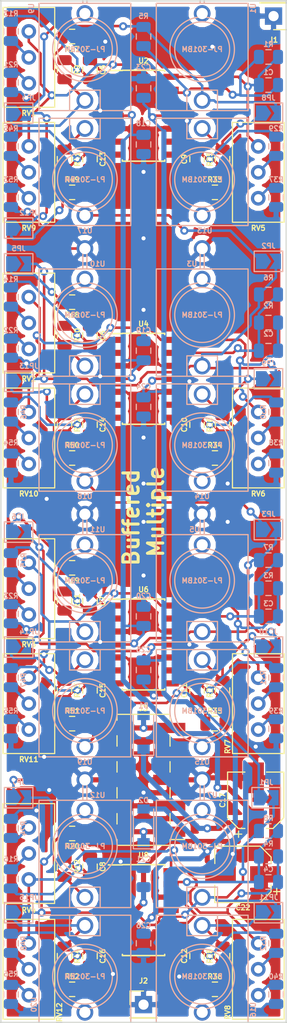
<source format=kicad_pcb>
(kicad_pcb (version 20171130) (host pcbnew "(5.0.0-3-g5ebb6b6)")
  (layers (0 F.Cu signal hide) (31 B.Cu signal hide) (34 B.Paste user hide) (35 F.Paste user) (36 B.SilkS user hide) (37 F.SilkS user) (38 B.Mask user hide) (39 F.Mask user) (44 Edge.Cuts user))
  (net 0 "")
  (net 1 "Net-(C1-Pad1)")
  (net 2 "Net-(C1-Pad2)")
  (net 3 "Net-(C2-Pad1)")
  (net 4 "Net-(C2-Pad2)")
  (net 5 "Net-(C3-Pad1)")
  (net 6 "Net-(C3-Pad2)")
  (net 7 "Net-(C4-Pad1)")
  (net 8 "Net-(C4-Pad2)")
  (net 9 +12V)
  (net 10 Earth)
  (net 11 -12V)
  (net 12 "Net-(D1-Pad2)")
  (net 13 "Net-(D2-Pad1)")
  (net 14 "Net-(C13-Pad1)")
  (net 15 "Net-(C13-Pad2)")
  (net 16 "Net-(C14-Pad2)")
  (net 17 "Net-(C14-Pad1)")
  (net 18 "Net-(C15-Pad2)")
  (net 19 "Net-(C15-Pad1)")
  (net 20 "Net-(C16-Pad1)")
  (net 21 "Net-(C16-Pad2)")
  (net 22 "Net-(R47-Pad2)")
  (net 23 "Net-(R48-Pad2)")
  (net 24 "Net-(JP1-Pad1)")
  (net 25 "Net-(JP1-Pad2)")
  (net 26 "Net-(JP2-Pad1)")
  (net 27 "Net-(JP10-Pad2)")
  (net 28 "Net-(JP3-Pad1)")
  (net 29 "Net-(JP4-Pad1)")
  (net 30 "Net-(JP12-Pad2)")
  (net 31 "Net-(JP5-Pad1)")
  (net 32 "Net-(JP6-Pad1)")
  (net 33 "Net-(JP7-Pad1)")
  (net 34 "Net-(JP8-Pad1)")
  (net 35 "Net-(JP9-Pad1)")
  (net 36 "Net-(JP10-Pad1)")
  (net 37 "Net-(JP11-Pad1)")
  (net 38 "Net-(JP12-Pad1)")
  (net 39 "Net-(JP13-Pad1)")
  (net 40 "Net-(JP14-Pad1)")
  (net 41 "Net-(JP15-Pad1)")
  (net 42 "Net-(C5-Pad1)")
  (net 43 "Net-(C5-Pad2)")
  (net 44 "Net-(C6-Pad2)")
  (net 45 "Net-(C6-Pad1)")
  (net 46 "Net-(C7-Pad2)")
  (net 47 "Net-(C7-Pad1)")
  (net 48 "Net-(C8-Pad1)")
  (net 49 "Net-(C8-Pad2)")
  (net 50 "Net-(C9-Pad2)")
  (net 51 "Net-(C9-Pad1)")
  (net 52 "Net-(C10-Pad1)")
  (net 53 "Net-(C10-Pad2)")
  (net 54 "Net-(C11-Pad1)")
  (net 55 "Net-(C11-Pad2)")
  (net 56 "Net-(C12-Pad2)")
  (net 57 "Net-(C12-Pad1)")
  (net 58 "Net-(JP13-Pad2)")
  (net 59 "Net-(R13-Pad2)")
  (net 60 "Net-(R14-Pad2)")
  (net 61 "Net-(R15-Pad2)")
  (net 62 "Net-(R16-Pad2)")
  (net 63 "Net-(R21-Pad1)")
  (net 64 "Net-(R22-Pad1)")
  (net 65 "Net-(R23-Pad1)")
  (net 66 "Net-(R24-Pad1)")
  (net 67 "Net-(R29-Pad2)")
  (net 68 "Net-(R30-Pad2)")
  (net 69 "Net-(R31-Pad2)")
  (net 70 "Net-(R32-Pad2)")
  (net 71 "Net-(R37-Pad1)")
  (net 72 "Net-(R38-Pad1)")
  (net 73 "Net-(R39-Pad1)")
  (net 74 "Net-(R40-Pad1)")
  (net 75 "Net-(R45-Pad2)")
  (net 76 "Net-(R46-Pad2)")
  (net 77 "Net-(R53-Pad1)")
  (net 78 "Net-(R54-Pad1)")
  (net 79 "Net-(R55-Pad1)")
  (net 80 "Net-(R56-Pad1)")
  (module Jumper:SolderJumper-2_P1.3mm_Open_TrianglePad1.0x1.5mm (layer B.Cu) (at 100.75 71)
    (fp_text reference JP4 (at 1 -1.5) (layer B.SilkS) (effects (font (size 0.5 0.5) (thickness 0.12)) (justify mirror)))
    (fp_text value SolderJumper)
    (pad 2 smd custom (at 0.725 0) (size 0.3 0.3) (layers B.Cu B.Mask) (net 30 "Net-(JP12-Pad2)") (options (clearance outline) (anchor rect)) (primitives (gr_poly (pts (xy -0.65 0.75) (xy 0.5 0.75) (xy 0.5 -0.75) (xy -0.65 -0.75) (xy -0.15 0)) (width 0))))
    (pad 1 smd custom (at -0.725 0) (size 0.3 0.3) (layers B.Cu B.Mask) (net 29 "Net-(JP4-Pad1)") (options (clearance outline) (anchor rect)) (primitives (gr_poly (pts (xy -0.5 0.75) (xy 0.5 0.75) (xy 1 0) (xy 0.5 -0.75) (xy -0.5 -0.75)) (width 0))))
  )
  (module Capacitor_SMD:C_0805_2012Metric (layer B.Cu) (at 125.25 141.25 180)
    (fp_text reference R8 (at 0 1.25 180) (layer B.SilkS) (effects (font (size 0.5 0.5) (thickness 0.12)) (justify mirror)))
    (fp_text value 100k)
    (pad 1 smd roundrect (at -0.9375 0 180) (size 0.975 1.4) (layers B.Cu B.Paste B.Mask) (net 8 "Net-(C4-Pad2)"))
    (pad 2 smd roundrect (at 0.9375 0 180) (size 0.975 1.4) (layers B.Cu B.Paste B.Mask) (net 25 "Net-(JP1-Pad2)"))
  )
  (module Capacitor_SMD:CP_Elec_5x5.8 (layer F.Cu) (at 124 138.25 90)
    (fp_text reference C17 (at 0 -3.25 90) (layer F.SilkS) (effects (font (size 0.5 0.5) (thickness 0.12))))
    (fp_text value 22u)
    (pad 1 smd rect (at -2.2 0 90) (size 3 1.6) (layers F.Cu F.Paste F.Mask) (net 9 +12V))
    (pad 2 smd rect (at 2.2 0 90) (size 3 1.6) (layers F.Cu F.Paste F.Mask) (net 10 Earth))
  )
  (module Diode_SMD:D_SOD-123 (layer B.Cu) (at 113 131.6 90)
    (fp_text reference D1 (at 2.6 0 180) (layer B.SilkS) (effects (font (size 0.5 0.5) (thickness 0.12)) (justify mirror)))
    (fp_text value 1N5819HW)
    (pad 1 smd rect (at -1.65 0 90) (size 0.9 1.2) (layers B.Cu B.Paste B.Mask) (net 9 +12V))
    (pad 2 smd rect (at 1.65 0 90) (size 0.9 1.2) (layers B.Cu B.Paste B.Mask) (net 12 "Net-(D1-Pad2)"))
  )
  (module Capacitor_SMD:C_0805_2012Metric (layer B.Cu) (at 126 152.25 270)
    (fp_text reference R32 (at 0 1.25 270) (layer B.SilkS) (effects (font (size 0.5 0.5) (thickness 0.12)) (justify mirror)))
    (fp_text value 49.9k)
    (pad 1 smd roundrect (at -0.9375 0 270) (size 0.975 1.4) (layers B.Cu B.Paste B.Mask) (net 56 "Net-(C12-Pad2)"))
    (pad 2 smd roundrect (at 0.9375 0 270) (size 0.975 1.4) (layers B.Cu B.Paste B.Mask) (net 70 "Net-(R32-Pad2)"))
  )
  (module Capacitor_SMD:C_0805_2012Metric (layer B.Cu) (at 126 157.25 270)
    (fp_text reference R40 (at -1.75 0) (layer B.SilkS) (effects (font (size 0.5 0.5) (thickness 0.12)) (justify mirror)))
    (fp_text value 13.3k)
    (pad 1 smd roundrect (at -0.9375 0 270) (size 0.975 1.4) (layers B.Cu B.Paste B.Mask) (net 74 "Net-(R40-Pad1)"))
    (pad 2 smd roundrect (at 0.9375 0 270) (size 0.975 1.4) (layers B.Cu B.Paste B.Mask) (net 10 Earth))
  )
  (module Potentiometer_THT:Potentiometer_Bourns_3296W_Vertical (layer F.Cu) (at 124.25 152.25 90)
    (fp_text reference RV8 (at -6.75 -3 270) (layer F.SilkS) (effects (font (size 0.5 0.5) (thickness 0.12))))
    (fp_text value R_POT_US)
    (pad 3 thru_hole circle (at -5.08 0 90) (size 1.44 1.44) (drill 0.8) (layers *.Cu *.Mask) (net 74 "Net-(R40-Pad1)"))
    (pad 2 thru_hole circle (at -2.54 0 90) (size 1.44 1.44) (drill 0.8) (layers *.Cu *.Mask) (net 70 "Net-(R32-Pad2)"))
    (pad 1 thru_hole circle (at 0 0 90) (size 1.44 1.44) (drill 0.8) (layers *.Cu *.Mask) (net 7 "Net-(C4-Pad1)"))
  )
  (module Jumper:SolderJumper-2_P1.3mm_Open_TrianglePad1.0x1.5mm (layer B.Cu) (at 125.25 149.25)
    (fp_text reference JP11 (at 0 -1.5) (layer B.SilkS) (effects (font (size 0.5 0.5) (thickness 0.12)) (justify mirror)))
    (fp_text value SolderJumper)
    (pad 1 smd custom (at -0.725 0) (size 0.3 0.3) (layers B.Cu B.Mask) (net 37 "Net-(JP11-Pad1)") (options (clearance outline) (anchor rect)) (primitives (gr_poly (pts (xy -0.5 0.75) (xy 0.5 0.75) (xy 1 0) (xy 0.5 -0.75) (xy -0.5 -0.75)) (width 0))))
    (pad 2 smd custom (at 0.725 0) (size 0.3 0.3) (layers B.Cu B.Mask) (net 25 "Net-(JP1-Pad2)") (options (clearance outline) (anchor rect)) (primitives (gr_poly (pts (xy -0.65 0.75) (xy 0.5 0.75) (xy 0.5 -0.75) (xy -0.65 -0.75) (xy -0.15 0)) (width 0))))
  )
  (module Potentiometer_THT:Potentiometer_Bourns_3296W_Vertical (layer F.Cu) (at 101.75 152.25 90)
    (fp_text reference RV12 (at -6.75 3 270) (layer F.SilkS) (effects (font (size 0.5 0.5) (thickness 0.12))))
    (fp_text value R_POT_US)
    (pad 1 thru_hole circle (at 0 0 90) (size 1.44 1.44) (drill 0.8) (layers *.Cu *.Mask) (net 7 "Net-(C4-Pad1)"))
    (pad 2 thru_hole circle (at -2.54 0 90) (size 1.44 1.44) (drill 0.8) (layers *.Cu *.Mask) (net 23 "Net-(R48-Pad2)"))
    (pad 3 thru_hole circle (at -5.08 0 90) (size 1.44 1.44) (drill 0.8) (layers *.Cu *.Mask) (net 80 "Net-(R56-Pad1)"))
  )
  (module Capacitor_SMD:C_0805_2012Metric (layer B.Cu) (at 125.25 68.25)
    (fp_text reference C1 (at 0 -1.25) (layer B.SilkS) (effects (font (size 0.5 0.5) (thickness 0.12)) (justify mirror)))
    (fp_text value 6p)
    (pad 1 smd roundrect (at -0.9375 0) (size 0.975 1.4) (layers B.Cu B.Paste B.Mask) (net 1 "Net-(C1-Pad1)"))
    (pad 2 smd roundrect (at 0.9375 0) (size 0.975 1.4) (layers B.Cu B.Paste B.Mask) (net 2 "Net-(C1-Pad2)"))
  )
  (module Capacitor_SMD:C_0805_2012Metric (layer B.Cu) (at 125.25 94.25 180)
    (fp_text reference C2 (at 0 1.65 180) (layer B.SilkS) (effects (font (size 0.5 0.5) (thickness 0.12)) (justify mirror)))
    (fp_text value 6p)
    (pad 1 smd roundrect (at -0.9375 0 180) (size 0.975 1.4) (layers B.Cu B.Paste B.Mask) (net 3 "Net-(C2-Pad1)"))
    (pad 2 smd roundrect (at 0.9375 0 180) (size 0.975 1.4) (layers B.Cu B.Paste B.Mask) (net 4 "Net-(C2-Pad2)"))
  )
  (module Capacitor_SMD:C_0805_2012Metric (layer B.Cu) (at 125.25 120.25 180)
    (fp_text reference C3 (at 0 1.25 180) (layer B.SilkS) (effects (font (size 0.5 0.5) (thickness 0.12)) (justify mirror)))
    (fp_text value 6p)
    (pad 1 smd roundrect (at -0.9375 0 180) (size 0.975 1.4) (layers B.Cu B.Paste B.Mask) (net 5 "Net-(C3-Pad1)"))
    (pad 2 smd roundrect (at 0.9375 0 180) (size 0.975 1.4) (layers B.Cu B.Paste B.Mask) (net 6 "Net-(C3-Pad2)"))
  )
  (module Capacitor_SMD:C_0805_2012Metric (layer F.Cu) (at 107.75 66.75 270)
    (fp_text reference C5 (at 0 -1.25 90) (layer F.SilkS) (effects (font (size 0.5 0.5) (thickness 0.12))))
    (fp_text value 10p)
    (pad 1 smd roundrect (at -0.9375 0 270) (size 0.975 1.4) (layers F.Cu F.Paste F.Mask) (net 42 "Net-(C5-Pad1)"))
    (pad 2 smd roundrect (at 0.9375 0 270) (size 0.975 1.4) (layers F.Cu F.Paste F.Mask) (net 43 "Net-(C5-Pad2)"))
  )
  (module Capacitor_SMD:C_0805_2012Metric (layer F.Cu) (at 107.75 92.75 270)
    (fp_text reference C6 (at 0 -1.25 270) (layer F.SilkS) (effects (font (size 0.5 0.5) (thickness 0.12))))
    (fp_text value 10p)
    (pad 2 smd roundrect (at 0.9375 0 270) (size 0.975 1.4) (layers F.Cu F.Paste F.Mask) (net 44 "Net-(C6-Pad2)"))
    (pad 1 smd roundrect (at -0.9375 0 270) (size 0.975 1.4) (layers F.Cu F.Paste F.Mask) (net 45 "Net-(C6-Pad1)"))
  )
  (module Capacitor_SMD:C_0805_2012Metric (layer F.Cu) (at 107.75 118.75 270)
    (fp_text reference C7 (at 0 -1.25 270) (layer F.SilkS) (effects (font (size 0.5 0.5) (thickness 0.12))))
    (fp_text value 10p)
    (pad 2 smd roundrect (at 0.9375 0 270) (size 0.975 1.4) (layers F.Cu F.Paste F.Mask) (net 46 "Net-(C7-Pad2)"))
    (pad 1 smd roundrect (at -0.9375 0 270) (size 0.975 1.4) (layers F.Cu F.Paste F.Mask) (net 47 "Net-(C7-Pad1)"))
  )
  (module Capacitor_SMD:C_0805_2012Metric (layer F.Cu) (at 118.25 75.5 90)
    (fp_text reference C9 (at 0 -1.25 90) (layer F.SilkS) (effects (font (size 0.5 0.5) (thickness 0.12))))
    (fp_text value 10p)
    (pad 2 smd roundrect (at 0.9375 0 90) (size 0.975 1.4) (layers F.Cu F.Paste F.Mask) (net 50 "Net-(C9-Pad2)"))
    (pad 1 smd roundrect (at -0.9375 0 90) (size 0.975 1.4) (layers F.Cu F.Paste F.Mask) (net 51 "Net-(C9-Pad1)"))
  )
  (module Capacitor_SMD:C_0805_2012Metric (layer F.Cu) (at 118.25 101.5 90)
    (fp_text reference C10 (at 0 -1.25 90) (layer F.SilkS) (effects (font (size 0.5 0.5) (thickness 0.12))))
    (fp_text value 10p)
    (pad 1 smd roundrect (at -0.9375 0 90) (size 0.975 1.4) (layers F.Cu F.Paste F.Mask) (net 52 "Net-(C10-Pad1)"))
    (pad 2 smd roundrect (at 0.9375 0 90) (size 0.975 1.4) (layers F.Cu F.Paste F.Mask) (net 53 "Net-(C10-Pad2)"))
  )
  (module Capacitor_SMD:C_0805_2012Metric (layer F.Cu) (at 118.25 127.5 90)
    (fp_text reference C11 (at 0 -1.25 90) (layer F.SilkS) (effects (font (size 0.5 0.5) (thickness 0.12))))
    (fp_text value 10p)
    (pad 1 smd roundrect (at -0.9375 0 90) (size 0.975 1.4) (layers F.Cu F.Paste F.Mask) (net 54 "Net-(C11-Pad1)"))
    (pad 2 smd roundrect (at 0.9375 0 90) (size 0.975 1.4) (layers F.Cu F.Paste F.Mask) (net 55 "Net-(C11-Pad2)"))
  )
  (module Capacitor_SMD:C_0805_2012Metric (layer F.Cu) (at 107.75 75.5 90)
    (fp_text reference C13 (at 0 1.25 90) (layer F.SilkS) (effects (font (size 0.5 0.5) (thickness 0.12))))
    (fp_text value 10p)
    (pad 1 smd roundrect (at -0.9375 0 90) (size 0.975 1.4) (layers F.Cu F.Paste F.Mask) (net 14 "Net-(C13-Pad1)"))
    (pad 2 smd roundrect (at 0.9375 0 90) (size 0.975 1.4) (layers F.Cu F.Paste F.Mask) (net 15 "Net-(C13-Pad2)"))
  )
  (module Capacitor_SMD:C_0805_2012Metric (layer F.Cu) (at 107.75 101.5 90)
    (fp_text reference C14 (at 0 1.25 90) (layer F.SilkS) (effects (font (size 0.5 0.5) (thickness 0.12))))
    (fp_text value 10p)
    (pad 2 smd roundrect (at 0.9375 0 90) (size 0.975 1.4) (layers F.Cu F.Paste F.Mask) (net 16 "Net-(C14-Pad2)"))
    (pad 1 smd roundrect (at -0.9375 0 90) (size 0.975 1.4) (layers F.Cu F.Paste F.Mask) (net 17 "Net-(C14-Pad1)"))
  )
  (module Capacitor_SMD:C_0805_2012Metric (layer F.Cu) (at 107.75 127.5 90)
    (fp_text reference C15 (at 0 1.25 90) (layer F.SilkS) (effects (font (size 0.5 0.5) (thickness 0.12))))
    (fp_text value 10p)
    (pad 2 smd roundrect (at 0.9375 0 90) (size 0.975 1.4) (layers F.Cu F.Paste F.Mask) (net 18 "Net-(C15-Pad2)"))
    (pad 1 smd roundrect (at -0.9375 0 90) (size 0.975 1.4) (layers F.Cu F.Paste F.Mask) (net 19 "Net-(C15-Pad1)"))
  )
  (module Diode_SMD:D_SOD-123 (layer B.Cu) (at 113 140.75 90)
    (fp_text reference D2 (at 2.5 0 180) (layer B.SilkS) (effects (font (size 0.5 0.5) (thickness 0.12)) (justify mirror)))
    (fp_text value 1N5819HW)
    (pad 2 smd rect (at 1.65 0 90) (size 0.9 1.2) (layers B.Cu B.Paste B.Mask) (net 11 -12V))
    (pad 1 smd rect (at -1.65 0 90) (size 0.9 1.2) (layers B.Cu B.Paste B.Mask) (net 13 "Net-(D2-Pad1)"))
  )
  (module Capacitor_SMD:C_0805_2012Metric (layer B.Cu) (at 125.25 65.5 180)
    (fp_text reference R1 (at 0 1.25 180) (layer B.SilkS) (effects (font (size 0.5 0.5) (thickness 0.12)) (justify mirror)))
    (fp_text value 107k)
    (pad 1 smd roundrect (at -0.9375 0 180) (size 0.975 1.4) (layers B.Cu B.Paste B.Mask) (net 1 "Net-(C1-Pad1)"))
    (pad 2 smd roundrect (at 0.9375 0 180) (size 0.975 1.4) (layers B.Cu B.Paste B.Mask) (net 2 "Net-(C1-Pad2)"))
  )
  (module Capacitor_SMD:C_0805_2012Metric (layer B.Cu) (at 125.25 91.5 180)
    (fp_text reference R2 (at 0 1.65 180) (layer B.SilkS) (effects (font (size 0.5 0.5) (thickness 0.12)) (justify mirror)))
    (fp_text value 107k)
    (pad 1 smd roundrect (at -0.9375 0 180) (size 0.975 1.4) (layers B.Cu B.Paste B.Mask) (net 3 "Net-(C2-Pad1)"))
    (pad 2 smd roundrect (at 0.9375 0 180) (size 0.975 1.4) (layers B.Cu B.Paste B.Mask) (net 4 "Net-(C2-Pad2)"))
  )
  (module Capacitor_SMD:C_0805_2012Metric (layer B.Cu) (at 125.25 117.5 180)
    (fp_text reference R3 (at 0 1.25 180) (layer B.SilkS) (effects (font (size 0.5 0.5) (thickness 0.12)) (justify mirror)))
    (fp_text value 107k)
    (pad 1 smd roundrect (at -0.9375 0 180) (size 0.975 1.4) (layers B.Cu B.Paste B.Mask) (net 5 "Net-(C3-Pad1)"))
    (pad 2 smd roundrect (at 0.9375 0 180) (size 0.975 1.4) (layers B.Cu B.Paste B.Mask) (net 6 "Net-(C3-Pad2)"))
  )
  (module Capacitor_SMD:C_0805_2012Metric (layer B.Cu) (at 113 63.5 90)
    (fp_text reference R5 (at 2 0 180) (layer B.SilkS) (effects (font (size 0.5 0.5) (thickness 0.12)) (justify mirror)))
    (fp_text value 100k)
    (pad 2 smd roundrect (at 0.9375 0 90) (size 0.975 1.4) (layers B.Cu B.Paste B.Mask) (net 30 "Net-(JP12-Pad2)"))
    (pad 1 smd roundrect (at -0.9375 0 90) (size 0.975 1.4) (layers B.Cu B.Paste B.Mask) (net 2 "Net-(C1-Pad2)"))
  )
  (module Capacitor_SMD:C_0805_2012Metric (layer B.Cu) (at 125.25 88.75 180)
    (fp_text reference R6 (at 0 1.65 180) (layer B.SilkS) (effects (font (size 0.5 0.5) (thickness 0.12)) (justify mirror)))
    (fp_text value 100k)
    (pad 2 smd roundrect (at 0.9375 0 180) (size 0.975 1.4) (layers B.Cu B.Paste B.Mask) (net 58 "Net-(JP13-Pad2)"))
    (pad 1 smd roundrect (at -0.9375 0 180) (size 0.975 1.4) (layers B.Cu B.Paste B.Mask) (net 4 "Net-(C2-Pad2)"))
  )
  (module Capacitor_SMD:C_0805_2012Metric (layer B.Cu) (at 125.25 114.75 180)
    (fp_text reference R7 (at 0 1.25 180) (layer B.SilkS) (effects (font (size 0.5 0.5) (thickness 0.12)) (justify mirror)))
    (fp_text value 100k)
    (pad 2 smd roundrect (at 0.9375 0 180) (size 0.975 1.4) (layers B.Cu B.Paste B.Mask) (net 27 "Net-(JP10-Pad2)"))
    (pad 1 smd roundrect (at -0.9375 0 180) (size 0.975 1.4) (layers B.Cu B.Paste B.Mask) (net 6 "Net-(C3-Pad2)"))
  )
  (module Capacitor_SMD:C_0805_2012Metric (layer F.Cu) (at 105.25 66.75 90)
    (fp_text reference R9 (at 0 1.25 270) (layer F.SilkS) (effects (font (size 0.5 0.5) (thickness 0.12))))
    (fp_text value 49.9k)
    (pad 2 smd roundrect (at 0.9375 0 90) (size 0.975 1.4) (layers F.Cu F.Paste F.Mask) (net 43 "Net-(C5-Pad2)"))
    (pad 1 smd roundrect (at -0.9375 0 90) (size 0.975 1.4) (layers F.Cu F.Paste F.Mask) (net 29 "Net-(JP4-Pad1)"))
  )
  (module Capacitor_SMD:C_0805_2012Metric (layer F.Cu) (at 105.25 92.75 90)
    (fp_text reference R10 (at 0 1.25 90) (layer F.SilkS) (effects (font (size 0.5 0.5) (thickness 0.12))))
    (fp_text value 49.9k)
    (pad 2 smd roundrect (at 0.9375 0 90) (size 0.975 1.4) (layers F.Cu F.Paste F.Mask) (net 44 "Net-(C6-Pad2)"))
    (pad 1 smd roundrect (at -0.9375 0 90) (size 0.975 1.4) (layers F.Cu F.Paste F.Mask) (net 31 "Net-(JP5-Pad1)"))
  )
  (module Capacitor_SMD:C_0805_2012Metric (layer F.Cu) (at 105.25 118.75 90)
    (fp_text reference R11 (at 0 1.25 270) (layer F.SilkS) (effects (font (size 0.5 0.5) (thickness 0.12))))
    (fp_text value 49.9k)
    (pad 2 smd roundrect (at 0.9375 0 90) (size 0.975 1.4) (layers F.Cu F.Paste F.Mask) (net 46 "Net-(C7-Pad2)"))
    (pad 1 smd roundrect (at -0.9375 0 90) (size 0.975 1.4) (layers F.Cu F.Paste F.Mask) (net 32 "Net-(JP6-Pad1)"))
  )
  (module Capacitor_SMD:C_0805_2012Metric (layer B.Cu) (at 100 63 270)
    (fp_text reference R13 (at -1.75 0 180) (layer B.SilkS) (effects (font (size 0.5 0.5) (thickness 0.12)) (justify mirror)))
    (fp_text value 49.9k)
    (pad 2 smd roundrect (at 0.9375 0 270) (size 0.975 1.4) (layers B.Cu B.Paste B.Mask) (net 59 "Net-(R13-Pad2)"))
    (pad 1 smd roundrect (at -0.9375 0 270) (size 0.975 1.4) (layers B.Cu B.Paste B.Mask) (net 43 "Net-(C5-Pad2)"))
  )
  (module Capacitor_SMD:C_0805_2012Metric (layer B.Cu) (at 100 89 270)
    (fp_text reference R14 (at -1.75 0) (layer B.SilkS) (effects (font (size 0.5 0.5) (thickness 0.12)) (justify mirror)))
    (fp_text value 49.9k)
    (pad 1 smd roundrect (at -0.9375 0 270) (size 0.975 1.4) (layers B.Cu B.Paste B.Mask) (net 44 "Net-(C6-Pad2)"))
    (pad 2 smd roundrect (at 0.9375 0 270) (size 0.975 1.4) (layers B.Cu B.Paste B.Mask) (net 60 "Net-(R14-Pad2)"))
  )
  (module Capacitor_SMD:C_0805_2012Metric (layer B.Cu) (at 100 115 270)
    (fp_text reference R15 (at -0.25 -1.25 270) (layer B.SilkS) (effects (font (size 0.5 0.5) (thickness 0.12)) (justify mirror)))
    (fp_text value 49.9k)
    (pad 1 smd roundrect (at -0.9375 0 270) (size 0.975 1.4) (layers B.Cu B.Paste B.Mask) (net 46 "Net-(C7-Pad2)"))
    (pad 2 smd roundrect (at 0.9375 0 270) (size 0.975 1.4) (layers B.Cu B.Paste B.Mask) (net 61 "Net-(R15-Pad2)"))
  )
  (module Capacitor_SMD:C_0805_2012Metric (layer F.Cu) (at 106 63.5)
    (fp_text reference R17 (at 0 1.25 -180) (layer F.SilkS) (effects (font (size 0.5 0.5) (thickness 0.12))))
    (fp_text value 301)
    (pad 1 smd roundrect (at -0.9375 0) (size 0.975 1.4) (layers F.Cu F.Paste F.Mask) (net 29 "Net-(JP4-Pad1)"))
    (pad 2 smd roundrect (at 0.9375 0) (size 0.975 1.4) (layers F.Cu F.Paste F.Mask) (net 42 "Net-(C5-Pad1)"))
  )
  (module Capacitor_SMD:C_0805_2012Metric (layer F.Cu) (at 106 89.5)
    (fp_text reference R18 (at 0 1.25) (layer F.SilkS) (effects (font (size 0.5 0.5) (thickness 0.12))))
    (fp_text value 301)
    (pad 1 smd roundrect (at -0.9375 0) (size 0.975 1.4) (layers F.Cu F.Paste F.Mask) (net 31 "Net-(JP5-Pad1)"))
    (pad 2 smd roundrect (at 0.9375 0) (size 0.975 1.4) (layers F.Cu F.Paste F.Mask) (net 45 "Net-(C6-Pad1)"))
  )
  (module Capacitor_SMD:C_0805_2012Metric (layer F.Cu) (at 106 115.5)
    (fp_text reference R19 (at 0 1.25 180) (layer F.SilkS) (effects (font (size 0.5 0.5) (thickness 0.12))))
    (fp_text value 301)
    (pad 1 smd roundrect (at -0.9375 0) (size 0.975 1.4) (layers F.Cu F.Paste F.Mask) (net 32 "Net-(JP6-Pad1)"))
    (pad 2 smd roundrect (at 0.9375 0) (size 0.975 1.4) (layers F.Cu F.Paste F.Mask) (net 47 "Net-(C7-Pad1)"))
  )
  (module Capacitor_SMD:C_0805_2012Metric (layer B.Cu) (at 100 68 270)
    (fp_text reference R21 (at -1.75 0) (layer B.SilkS) (effects (font (size 0.5 0.5) (thickness 0.12)) (justify mirror)))
    (fp_text value 13.3k)
    (pad 2 smd roundrect (at 0.9375 0 270) (size 0.975 1.4) (layers B.Cu B.Paste B.Mask) (net 10 Earth))
    (pad 1 smd roundrect (at -0.9375 0 270) (size 0.975 1.4) (layers B.Cu B.Paste B.Mask) (net 63 "Net-(R21-Pad1)"))
  )
  (module Capacitor_SMD:C_0805_2012Metric (layer B.Cu) (at 100 94 270)
    (fp_text reference R22 (at -1.75 0) (layer B.SilkS) (effects (font (size 0.5 0.5) (thickness 0.12)) (justify mirror)))
    (fp_text value 13.3k)
    (pad 2 smd roundrect (at 0.9375 0 270) (size 0.975 1.4) (layers B.Cu B.Paste B.Mask) (net 10 Earth))
    (pad 1 smd roundrect (at -0.9375 0 270) (size 0.975 1.4) (layers B.Cu B.Paste B.Mask) (net 64 "Net-(R22-Pad1)"))
  )
  (module Capacitor_SMD:C_0805_2012Metric (layer B.Cu) (at 100 120 270)
    (fp_text reference R23 (at -1.75 0) (layer B.SilkS) (effects (font (size 0.5 0.5) (thickness 0.12)) (justify mirror)))
    (fp_text value 13.3k)
    (pad 2 smd roundrect (at 0.9375 0 270) (size 0.975 1.4) (layers B.Cu B.Paste B.Mask) (net 10 Earth))
    (pad 1 smd roundrect (at -0.9375 0 270) (size 0.975 1.4) (layers B.Cu B.Paste B.Mask) (net 65 "Net-(R23-Pad1)"))
  )
  (module Capacitor_SMD:C_0805_2012Metric (layer F.Cu) (at 120.75 75.5 270)
    (fp_text reference R25 (at 0 1.25 270) (layer F.SilkS) (effects (font (size 0.5 0.5) (thickness 0.12))))
    (fp_text value 49.9k)
    (pad 2 smd roundrect (at 0.9375 0 270) (size 0.975 1.4) (layers F.Cu F.Paste F.Mask) (net 50 "Net-(C9-Pad2)"))
    (pad 1 smd roundrect (at -0.9375 0 270) (size 0.975 1.4) (layers F.Cu F.Paste F.Mask) (net 34 "Net-(JP8-Pad1)"))
  )
  (module Capacitor_SMD:C_0805_2012Metric (layer F.Cu) (at 120.75 101.5 270)
    (fp_text reference R26 (at 0 1.25 270) (layer F.SilkS) (effects (font (size 0.5 0.5) (thickness 0.12))))
    (fp_text value 49.9k)
    (pad 1 smd roundrect (at -0.9375 0 270) (size 0.975 1.4) (layers F.Cu F.Paste F.Mask) (net 35 "Net-(JP9-Pad1)"))
    (pad 2 smd roundrect (at 0.9375 0 270) (size 0.975 1.4) (layers F.Cu F.Paste F.Mask) (net 53 "Net-(C10-Pad2)"))
  )
  (module Capacitor_SMD:C_0805_2012Metric (layer F.Cu) (at 120.75 127.5 270)
    (fp_text reference R27 (at 0 1.25 270) (layer F.SilkS) (effects (font (size 0.5 0.5) (thickness 0.12))))
    (fp_text value 49.9k)
    (pad 1 smd roundrect (at -0.9375 0 270) (size 0.975 1.4) (layers F.Cu F.Paste F.Mask) (net 36 "Net-(JP10-Pad1)"))
    (pad 2 smd roundrect (at 0.9375 0 270) (size 0.975 1.4) (layers F.Cu F.Paste F.Mask) (net 55 "Net-(C11-Pad2)"))
  )
  (module Capacitor_SMD:C_0805_2012Metric (layer B.Cu) (at 126 74.25 270)
    (fp_text reference R29 (at -1.75 0) (layer B.SilkS) (effects (font (size 0.5 0.5) (thickness 0.12)) (justify mirror)))
    (fp_text value 49.9k)
    (pad 2 smd roundrect (at 0.9375 0 270) (size 0.975 1.4) (layers B.Cu B.Paste B.Mask) (net 67 "Net-(R29-Pad2)"))
    (pad 1 smd roundrect (at -0.9375 0 270) (size 0.975 1.4) (layers B.Cu B.Paste B.Mask) (net 50 "Net-(C9-Pad2)"))
  )
  (module Capacitor_SMD:C_0805_2012Metric (layer B.Cu) (at 126 100.25 270)
    (fp_text reference R30 (at 0 1.25 270) (layer B.SilkS) (effects (font (size 0.5 0.5) (thickness 0.12)) (justify mirror)))
    (fp_text value 49.9k)
    (pad 2 smd roundrect (at 0.9375 0 270) (size 0.975 1.4) (layers B.Cu B.Paste B.Mask) (net 68 "Net-(R30-Pad2)"))
    (pad 1 smd roundrect (at -0.9375 0 270) (size 0.975 1.4) (layers B.Cu B.Paste B.Mask) (net 53 "Net-(C10-Pad2)"))
  )
  (module Capacitor_SMD:C_0805_2012Metric (layer B.Cu) (at 126 126.25 270)
    (fp_text reference R31 (at 0 1.25 270) (layer B.SilkS) (effects (font (size 0.5 0.5) (thickness 0.12)) (justify mirror)))
    (fp_text value 49.9k)
    (pad 2 smd roundrect (at 0.9375 0 270) (size 0.975 1.4) (layers B.Cu B.Paste B.Mask) (net 69 "Net-(R31-Pad2)"))
    (pad 1 smd roundrect (at -0.9375 0 270) (size 0.975 1.4) (layers B.Cu B.Paste B.Mask) (net 55 "Net-(C11-Pad2)"))
  )
  (module Capacitor_SMD:C_0805_2012Metric (layer F.Cu) (at 120 78.75 180)
    (fp_text reference R33 (at 0 1.25 180) (layer F.SilkS) (effects (font (size 0.5 0.5) (thickness 0.12))))
    (fp_text value 301)
    (pad 2 smd roundrect (at 0.9375 0 180) (size 0.975 1.4) (layers F.Cu F.Paste F.Mask) (net 51 "Net-(C9-Pad1)"))
    (pad 1 smd roundrect (at -0.9375 0 180) (size 0.975 1.4) (layers F.Cu F.Paste F.Mask) (net 34 "Net-(JP8-Pad1)"))
  )
  (module Capacitor_SMD:C_0805_2012Metric (layer F.Cu) (at 120 104.75 180)
    (fp_text reference R34 (at 0 1.25 180) (layer F.SilkS) (effects (font (size 0.5 0.5) (thickness 0.12))))
    (fp_text value 301)
    (pad 2 smd roundrect (at 0.9375 0 180) (size 0.975 1.4) (layers F.Cu F.Paste F.Mask) (net 52 "Net-(C10-Pad1)"))
    (pad 1 smd roundrect (at -0.9375 0 180) (size 0.975 1.4) (layers F.Cu F.Paste F.Mask) (net 35 "Net-(JP9-Pad1)"))
  )
  (module Capacitor_SMD:C_0805_2012Metric (layer F.Cu) (at 120 130.75 180)
    (fp_text reference R35 (at 0 1.25 180) (layer F.SilkS) (effects (font (size 0.5 0.5) (thickness 0.12))))
    (fp_text value 301)
    (pad 2 smd roundrect (at 0.9375 0 180) (size 0.975 1.4) (layers F.Cu F.Paste F.Mask) (net 54 "Net-(C11-Pad1)"))
    (pad 1 smd roundrect (at -0.9375 0 180) (size 0.975 1.4) (layers F.Cu F.Paste F.Mask) (net 36 "Net-(JP10-Pad1)"))
  )
  (module Capacitor_SMD:C_0805_2012Metric (layer B.Cu) (at 126 79.25 270)
    (fp_text reference R37 (at -1.75 0) (layer B.SilkS) (effects (font (size 0.5 0.5) (thickness 0.12)) (justify mirror)))
    (fp_text value 13.3k)
    (pad 1 smd roundrect (at -0.9375 0 270) (size 0.975 1.4) (layers B.Cu B.Paste B.Mask) (net 71 "Net-(R37-Pad1)"))
    (pad 2 smd roundrect (at 0.9375 0 270) (size 0.975 1.4) (layers B.Cu B.Paste B.Mask) (net 10 Earth))
  )
  (module Capacitor_SMD:C_0805_2012Metric (layer B.Cu) (at 126 105.25 270)
    (fp_text reference R38 (at -2 0) (layer B.SilkS) (effects (font (size 0.5 0.5) (thickness 0.12)) (justify mirror)))
    (fp_text value 13.3k)
    (pad 1 smd roundrect (at -0.9375 0 270) (size 0.975 1.4) (layers B.Cu B.Paste B.Mask) (net 72 "Net-(R38-Pad1)"))
    (pad 2 smd roundrect (at 0.9375 0 270) (size 0.975 1.4) (layers B.Cu B.Paste B.Mask) (net 10 Earth))
  )
  (module Capacitor_SMD:C_0805_2012Metric (layer B.Cu) (at 126 131.25 270)
    (fp_text reference R39 (at -1.75 0) (layer B.SilkS) (effects (font (size 0.5 0.5) (thickness 0.12)) (justify mirror)))
    (fp_text value 13.3k)
    (pad 1 smd roundrect (at -0.9375 0 270) (size 0.975 1.4) (layers B.Cu B.Paste B.Mask) (net 73 "Net-(R39-Pad1)"))
    (pad 2 smd roundrect (at 0.9375 0 270) (size 0.975 1.4) (layers B.Cu B.Paste B.Mask) (net 10 Earth))
  )
  (module Capacitor_SMD:C_0805_2012Metric (layer F.Cu) (at 105.25 75.5 270)
    (fp_text reference R41 (at 0 -1.25 270) (layer F.SilkS) (effects (font (size 0.5 0.5) (thickness 0.12))))
    (fp_text value 49.9k)
    (pad 1 smd roundrect (at -0.9375 0 270) (size 0.975 1.4) (layers F.Cu F.Paste F.Mask) (net 38 "Net-(JP12-Pad1)"))
    (pad 2 smd roundrect (at 0.9375 0 270) (size 0.975 1.4) (layers F.Cu F.Paste F.Mask) (net 15 "Net-(C13-Pad2)"))
  )
  (module Capacitor_SMD:C_0805_2012Metric (layer F.Cu) (at 105.25 101.5 270)
    (fp_text reference R42 (at 0 -1.25 270) (layer F.SilkS) (effects (font (size 0.5 0.5) (thickness 0.12))))
    (fp_text value 49.9k)
    (pad 2 smd roundrect (at 0.9375 0 270) (size 0.975 1.4) (layers F.Cu F.Paste F.Mask) (net 16 "Net-(C14-Pad2)"))
    (pad 1 smd roundrect (at -0.9375 0 270) (size 0.975 1.4) (layers F.Cu F.Paste F.Mask) (net 39 "Net-(JP13-Pad1)"))
  )
  (module Capacitor_SMD:C_0805_2012Metric (layer F.Cu) (at 105.25 127.5 270)
    (fp_text reference R43 (at 0 -1.25 270) (layer F.SilkS) (effects (font (size 0.5 0.5) (thickness 0.12))))
    (fp_text value 49.9k)
    (pad 2 smd roundrect (at 0.9375 0 270) (size 0.975 1.4) (layers F.Cu F.Paste F.Mask) (net 18 "Net-(C15-Pad2)"))
    (pad 1 smd roundrect (at -0.9375 0 270) (size 0.975 1.4) (layers F.Cu F.Paste F.Mask) (net 40 "Net-(JP14-Pad1)"))
  )
  (module Capacitor_SMD:C_0805_2012Metric (layer B.Cu) (at 100 74.25 270)
    (fp_text reference R45 (at -1.75 0 180) (layer B.SilkS) (effects (font (size 0.5 0.5) (thickness 0.12)) (justify mirror)))
    (fp_text value 49.9k)
    (pad 1 smd roundrect (at -0.9375 0 270) (size 0.975 1.4) (layers B.Cu B.Paste B.Mask) (net 15 "Net-(C13-Pad2)"))
    (pad 2 smd roundrect (at 0.9375 0 270) (size 0.975 1.4) (layers B.Cu B.Paste B.Mask) (net 75 "Net-(R45-Pad2)"))
  )
  (module Capacitor_SMD:C_0805_2012Metric (layer B.Cu) (at 100 100.25 270)
    (fp_text reference R46 (at 0 -1.25 90) (layer B.SilkS) (effects (font (size 0.5 0.5) (thickness 0.12)) (justify mirror)))
    (fp_text value 49.9k)
    (pad 1 smd roundrect (at -0.9375 0 270) (size 0.975 1.4) (layers B.Cu B.Paste B.Mask) (net 16 "Net-(C14-Pad2)"))
    (pad 2 smd roundrect (at 0.9375 0 270) (size 0.975 1.4) (layers B.Cu B.Paste B.Mask) (net 76 "Net-(R46-Pad2)"))
  )
  (module Capacitor_SMD:C_0805_2012Metric (layer B.Cu) (at 100 126.25 270)
    (fp_text reference R47 (at 0.25 -1.25 270) (layer B.SilkS) (effects (font (size 0.5 0.5) (thickness 0.12)) (justify mirror)))
    (fp_text value 49.9k)
    (pad 1 smd roundrect (at -0.9375 0 270) (size 0.975 1.4) (layers B.Cu B.Paste B.Mask) (net 18 "Net-(C15-Pad2)"))
    (pad 2 smd roundrect (at 0.9375 0 270) (size 0.975 1.4) (layers B.Cu B.Paste B.Mask) (net 22 "Net-(R47-Pad2)"))
  )
  (module Capacitor_SMD:C_0805_2012Metric (layer F.Cu) (at 106 78.75)
    (fp_text reference R49 (at 0 -1.25 180) (layer F.SilkS) (effects (font (size 0.5 0.5) (thickness 0.12))))
    (fp_text value 301)
    (pad 2 smd roundrect (at 0.9375 0) (size 0.975 1.4) (layers F.Cu F.Paste F.Mask) (net 14 "Net-(C13-Pad1)"))
    (pad 1 smd roundrect (at -0.9375 0) (size 0.975 1.4) (layers F.Cu F.Paste F.Mask) (net 38 "Net-(JP12-Pad1)"))
  )
  (module Capacitor_SMD:C_0805_2012Metric (layer F.Cu) (at 106 104.75)
    (fp_text reference R50 (at 0 -1.25) (layer F.SilkS) (effects (font (size 0.5 0.5) (thickness 0.12))))
    (fp_text value 301)
    (pad 1 smd roundrect (at -0.9375 0) (size 0.975 1.4) (layers F.Cu F.Paste F.Mask) (net 39 "Net-(JP13-Pad1)"))
    (pad 2 smd roundrect (at 0.9375 0) (size 0.975 1.4) (layers F.Cu F.Paste F.Mask) (net 17 "Net-(C14-Pad1)"))
  )
  (module Capacitor_SMD:C_0805_2012Metric (layer F.Cu) (at 106 130.75)
    (fp_text reference R51 (at 0 -1.25) (layer F.SilkS) (effects (font (size 0.5 0.5) (thickness 0.12))))
    (fp_text value 301)
    (pad 1 smd roundrect (at -0.9375 0) (size 0.975 1.4) (layers F.Cu F.Paste F.Mask) (net 40 "Net-(JP14-Pad1)"))
    (pad 2 smd roundrect (at 0.9375 0) (size 0.975 1.4) (layers F.Cu F.Paste F.Mask) (net 19 "Net-(C15-Pad1)"))
  )
  (module Capacitor_SMD:C_0805_2012Metric (layer B.Cu) (at 100 79.25 270)
    (fp_text reference R53 (at -1.75 0 180) (layer B.SilkS) (effects (font (size 0.5 0.5) (thickness 0.12)) (justify mirror)))
    (fp_text value 13.3k)
    (pad 2 smd roundrect (at 0.9375 0 270) (size 0.975 1.4) (layers B.Cu B.Paste B.Mask) (net 10 Earth))
    (pad 1 smd roundrect (at -0.9375 0 270) (size 0.975 1.4) (layers B.Cu B.Paste B.Mask) (net 77 "Net-(R53-Pad1)"))
  )
  (module Capacitor_SMD:C_0805_2012Metric (layer B.Cu) (at 100 105.25 270)
    (fp_text reference R54 (at -2 0) (layer B.SilkS) (effects (font (size 0.5 0.5) (thickness 0.12)) (justify mirror)))
    (fp_text value 13.3k)
    (pad 2 smd roundrect (at 0.9375 0 270) (size 0.975 1.4) (layers B.Cu B.Paste B.Mask) (net 10 Earth))
    (pad 1 smd roundrect (at -0.9375 0 270) (size 0.975 1.4) (layers B.Cu B.Paste B.Mask) (net 78 "Net-(R54-Pad1)"))
  )
  (module Capacitor_SMD:C_0805_2012Metric (layer B.Cu) (at 100 131.25 270)
    (fp_text reference R55 (at -1.75 0) (layer B.SilkS) (effects (font (size 0.5 0.5) (thickness 0.12)) (justify mirror)))
    (fp_text value 13.3k)
    (pad 2 smd roundrect (at 0.9375 0 270) (size 0.975 1.4) (layers B.Cu B.Paste B.Mask) (net 10 Earth))
    (pad 1 smd roundrect (at -0.9375 0 270) (size 0.975 1.4) (layers B.Cu B.Paste B.Mask) (net 79 "Net-(R55-Pad1)"))
  )
  (module Potentiometer_THT:Potentiometer_Bourns_3296W_Vertical (layer F.Cu) (at 101.75 63 90)
    (fp_text reference RV1 (at -8 0 180) (layer F.SilkS) (effects (font (size 0.5 0.5) (thickness 0.12))))
    (fp_text value R_POT_US)
    (pad 3 thru_hole circle (at -5.08 0 90) (size 1.44 1.44) (drill 0.8) (layers *.Cu *.Mask) (net 63 "Net-(R21-Pad1)"))
    (pad 2 thru_hole circle (at -2.54 0 90) (size 1.44 1.44) (drill 0.8) (layers *.Cu *.Mask) (net 59 "Net-(R13-Pad2)"))
    (pad 1 thru_hole circle (at 0 0 90) (size 1.44 1.44) (drill 0.8) (layers *.Cu *.Mask) (net 1 "Net-(C1-Pad1)"))
  )
  (module Potentiometer_THT:Potentiometer_Bourns_3296W_Vertical (layer F.Cu) (at 101.75 89 90)
    (fp_text reference RV2 (at -8 0 180) (layer F.SilkS) (effects (font (size 0.5 0.5) (thickness 0.12))))
    (fp_text value R_POT_US)
    (pad 3 thru_hole circle (at -5.08 0 90) (size 1.44 1.44) (drill 0.8) (layers *.Cu *.Mask) (net 64 "Net-(R22-Pad1)"))
    (pad 2 thru_hole circle (at -2.54 0 90) (size 1.44 1.44) (drill 0.8) (layers *.Cu *.Mask) (net 60 "Net-(R14-Pad2)"))
    (pad 1 thru_hole circle (at 0 0 90) (size 1.44 1.44) (drill 0.8) (layers *.Cu *.Mask) (net 3 "Net-(C2-Pad1)"))
  )
  (module Potentiometer_THT:Potentiometer_Bourns_3296W_Vertical (layer F.Cu) (at 101.75 115 90)
    (fp_text reference RV3 (at -8 0 180) (layer F.SilkS) (effects (font (size 0.5 0.5) (thickness 0.12))))
    (fp_text value R_POT_US)
    (pad 1 thru_hole circle (at 0 0 90) (size 1.44 1.44) (drill 0.8) (layers *.Cu *.Mask) (net 5 "Net-(C3-Pad1)"))
    (pad 2 thru_hole circle (at -2.54 0 90) (size 1.44 1.44) (drill 0.8) (layers *.Cu *.Mask) (net 61 "Net-(R15-Pad2)"))
    (pad 3 thru_hole circle (at -5.08 0 90) (size 1.44 1.44) (drill 0.8) (layers *.Cu *.Mask) (net 65 "Net-(R23-Pad1)"))
  )
  (module Potentiometer_THT:Potentiometer_Bourns_3296W_Vertical (layer F.Cu) (at 124.25 74.25 90)
    (fp_text reference RV5 (at -8 0 180) (layer F.SilkS) (effects (font (size 0.5 0.5) (thickness 0.12))))
    (fp_text value R_POT_US)
    (pad 1 thru_hole circle (at 0 0 90) (size 1.44 1.44) (drill 0.8) (layers *.Cu *.Mask) (net 1 "Net-(C1-Pad1)"))
    (pad 2 thru_hole circle (at -2.54 0 90) (size 1.44 1.44) (drill 0.8) (layers *.Cu *.Mask) (net 67 "Net-(R29-Pad2)"))
    (pad 3 thru_hole circle (at -5.08 0 90) (size 1.44 1.44) (drill 0.8) (layers *.Cu *.Mask) (net 71 "Net-(R37-Pad1)"))
  )
  (module Potentiometer_THT:Potentiometer_Bourns_3296W_Vertical (layer F.Cu) (at 124.25 100.25 90)
    (fp_text reference RV6 (at -8 0 180) (layer F.SilkS) (effects (font (size 0.5 0.5) (thickness 0.12))))
    (fp_text value R_POT_US)
    (pad 1 thru_hole circle (at 0 0 90) (size 1.44 1.44) (drill 0.8) (layers *.Cu *.Mask) (net 3 "Net-(C2-Pad1)"))
    (pad 2 thru_hole circle (at -2.54 0 90) (size 1.44 1.44) (drill 0.8) (layers *.Cu *.Mask) (net 68 "Net-(R30-Pad2)"))
    (pad 3 thru_hole circle (at -5.08 0 90) (size 1.44 1.44) (drill 0.8) (layers *.Cu *.Mask) (net 72 "Net-(R38-Pad1)"))
  )
  (module Potentiometer_THT:Potentiometer_Bourns_3296W_Vertical (layer F.Cu) (at 124.25 126.25 90)
    (fp_text reference RV7 (at -6.75 -3 90) (layer F.SilkS) (effects (font (size 0.5 0.5) (thickness 0.12))))
    (fp_text value R_POT_US)
    (pad 1 thru_hole circle (at 0 0 90) (size 1.44 1.44) (drill 0.8) (layers *.Cu *.Mask) (net 5 "Net-(C3-Pad1)"))
    (pad 2 thru_hole circle (at -2.54 0 90) (size 1.44 1.44) (drill 0.8) (layers *.Cu *.Mask) (net 69 "Net-(R31-Pad2)"))
    (pad 3 thru_hole circle (at -5.08 0 90) (size 1.44 1.44) (drill 0.8) (layers *.Cu *.Mask) (net 73 "Net-(R39-Pad1)"))
  )
  (module Potentiometer_THT:Potentiometer_Bourns_3296W_Vertical (layer F.Cu) (at 101.75 74.25 90)
    (fp_text reference RV9 (at -8 0 180) (layer F.SilkS) (effects (font (size 0.5 0.5) (thickness 0.12))))
    (fp_text value R_POT_US)
    (pad 1 thru_hole circle (at 0 0 90) (size 1.44 1.44) (drill 0.8) (layers *.Cu *.Mask) (net 1 "Net-(C1-Pad1)"))
    (pad 2 thru_hole circle (at -2.54 0 90) (size 1.44 1.44) (drill 0.8) (layers *.Cu *.Mask) (net 75 "Net-(R45-Pad2)"))
    (pad 3 thru_hole circle (at -5.08 0 90) (size 1.44 1.44) (drill 0.8) (layers *.Cu *.Mask) (net 77 "Net-(R53-Pad1)"))
  )
  (module Potentiometer_THT:Potentiometer_Bourns_3296W_Vertical (layer F.Cu) (at 101.75 100.25 90)
    (fp_text reference RV10 (at -8 0 180) (layer F.SilkS) (effects (font (size 0.5 0.5) (thickness 0.12))))
    (fp_text value R_POT_US)
    (pad 3 thru_hole circle (at -5.08 0 90) (size 1.44 1.44) (drill 0.8) (layers *.Cu *.Mask) (net 78 "Net-(R54-Pad1)"))
    (pad 2 thru_hole circle (at -2.54 0 90) (size 1.44 1.44) (drill 0.8) (layers *.Cu *.Mask) (net 76 "Net-(R46-Pad2)"))
    (pad 1 thru_hole circle (at 0 0 90) (size 1.44 1.44) (drill 0.8) (layers *.Cu *.Mask) (net 3 "Net-(C2-Pad1)"))
  )
  (module Potentiometer_THT:Potentiometer_Bourns_3296W_Vertical (layer F.Cu) (at 101.75 126.25 90)
    (fp_text reference RV11 (at -8 0 180) (layer F.SilkS) (effects (font (size 0.5 0.5) (thickness 0.12))))
    (fp_text value R_POT_US)
    (pad 3 thru_hole circle (at -5.08 0 90) (size 1.44 1.44) (drill 0.8) (layers *.Cu *.Mask) (net 79 "Net-(R55-Pad1)"))
    (pad 2 thru_hole circle (at -2.54 0 90) (size 1.44 1.44) (drill 0.8) (layers *.Cu *.Mask) (net 22 "Net-(R47-Pad2)"))
    (pad 1 thru_hole circle (at 0 0 90) (size 1.44 1.44) (drill 0.8) (layers *.Cu *.Mask) (net 5 "Net-(C3-Pad1)"))
  )
  (module Package_SO:SOIC-14_3.9x8.7mm_P1.27mm (layer F.Cu) (at 113 71.25)
    (fp_text reference U2 (at 0 -5.375) (layer F.SilkS) (effects (font (size 0.5 0.5) (thickness 0.12))))
    (fp_text value TL074)
    (pad 1 smd rect (at -2.7 -3.81) (size 1.5 0.6) (layers F.Cu F.Paste F.Mask) (net 42 "Net-(C5-Pad1)"))
    (pad 2 smd rect (at -2.7 -2.54) (size 1.5 0.6) (layers F.Cu F.Paste F.Mask) (net 43 "Net-(C5-Pad2)"))
    (pad 3 smd rect (at -2.7 -1.27) (size 1.5 0.6) (layers F.Cu F.Paste F.Mask) (net 10 Earth))
    (pad 4 smd rect (at -2.7 0) (size 1.5 0.6) (layers F.Cu F.Paste F.Mask) (net 9 +12V))
    (pad 5 smd rect (at -2.7 1.27) (size 1.5 0.6) (layers F.Cu F.Paste F.Mask) (net 10 Earth))
    (pad 6 smd rect (at -2.7 2.54) (size 1.5 0.6) (layers F.Cu F.Paste F.Mask) (net 15 "Net-(C13-Pad2)"))
    (pad 7 smd rect (at -2.7 3.81) (size 1.5 0.6) (layers F.Cu F.Paste F.Mask) (net 14 "Net-(C13-Pad1)"))
    (pad 8 smd rect (at 2.7 3.81) (size 1.5 0.6) (layers F.Cu F.Paste F.Mask) (net 51 "Net-(C9-Pad1)"))
    (pad 9 smd rect (at 2.7 2.54) (size 1.5 0.6) (layers F.Cu F.Paste F.Mask) (net 50 "Net-(C9-Pad2)"))
    (pad 10 smd rect (at 2.7 1.27) (size 1.5 0.6) (layers F.Cu F.Paste F.Mask) (net 10 Earth))
    (pad 11 smd rect (at 2.7 0) (size 1.5 0.6) (layers F.Cu F.Paste F.Mask) (net 11 -12V))
    (pad 12 smd rect (at 2.7 -1.27) (size 1.5 0.6) (layers F.Cu F.Paste F.Mask) (net 10 Earth))
    (pad 13 smd rect (at 2.7 -2.54) (size 1.5 0.6) (layers F.Cu F.Paste F.Mask) (net 2 "Net-(C1-Pad2)"))
    (pad 14 smd rect (at 2.7 -3.81) (size 1.5 0.6) (layers F.Cu F.Paste F.Mask) (net 1 "Net-(C1-Pad1)"))
  )
  (module Package_SO:SOIC-14_3.9x8.7mm_P1.27mm (layer F.Cu) (at 113 97)
    (fp_text reference U4 (at 0 -5.375) (layer F.SilkS) (effects (font (size 0.5 0.5) (thickness 0.12))))
    (fp_text value TL074)
    (pad 1 smd rect (at -2.7 -3.81) (size 1.5 0.6) (layers F.Cu F.Paste F.Mask) (net 45 "Net-(C6-Pad1)"))
    (pad 2 smd rect (at -2.7 -2.54) (size 1.5 0.6) (layers F.Cu F.Paste F.Mask) (net 44 "Net-(C6-Pad2)"))
    (pad 3 smd rect (at -2.7 -1.27) (size 1.5 0.6) (layers F.Cu F.Paste F.Mask) (net 10 Earth))
    (pad 4 smd rect (at -2.7 0) (size 1.5 0.6) (layers F.Cu F.Paste F.Mask) (net 9 +12V))
    (pad 5 smd rect (at -2.7 1.27) (size 1.5 0.6) (layers F.Cu F.Paste F.Mask) (net 10 Earth))
    (pad 6 smd rect (at -2.7 2.54) (size 1.5 0.6) (layers F.Cu F.Paste F.Mask) (net 16 "Net-(C14-Pad2)"))
    (pad 7 smd rect (at -2.7 3.81) (size 1.5 0.6) (layers F.Cu F.Paste F.Mask) (net 17 "Net-(C14-Pad1)"))
    (pad 8 smd rect (at 2.7 3.81) (size 1.5 0.6) (layers F.Cu F.Paste F.Mask) (net 52 "Net-(C10-Pad1)"))
    (pad 9 smd rect (at 2.7 2.54) (size 1.5 0.6) (layers F.Cu F.Paste F.Mask) (net 53 "Net-(C10-Pad2)"))
    (pad 10 smd rect (at 2.7 1.27) (size 1.5 0.6) (layers F.Cu F.Paste F.Mask) (net 10 Earth))
    (pad 11 smd rect (at 2.7 0) (size 1.5 0.6) (layers F.Cu F.Paste F.Mask) (net 11 -12V))
    (pad 12 smd rect (at 2.7 -1.27) (size 1.5 0.6) (layers F.Cu F.Paste F.Mask) (net 10 Earth))
    (pad 13 smd rect (at 2.7 -2.54) (size 1.5 0.6) (layers F.Cu F.Paste F.Mask) (net 4 "Net-(C2-Pad2)"))
    (pad 14 smd rect (at 2.7 -3.81) (size 1.5 0.6) (layers F.Cu F.Paste F.Mask) (net 3 "Net-(C2-Pad1)"))
  )
  (module Package_SO:SOIC-14_3.9x8.7mm_P1.27mm (layer F.Cu) (at 113 123)
    (fp_text reference U6 (at 0 -5.375) (layer F.SilkS) (effects (font (size 0.5 0.5) (thickness 0.12))))
    (fp_text value TL074)
    (pad 14 smd rect (at 2.7 -3.81) (size 1.5 0.6) (layers F.Cu F.Paste F.Mask) (net 5 "Net-(C3-Pad1)"))
    (pad 13 smd rect (at 2.7 -2.54) (size 1.5 0.6) (layers F.Cu F.Paste F.Mask) (net 6 "Net-(C3-Pad2)"))
    (pad 12 smd rect (at 2.7 -1.27) (size 1.5 0.6) (layers F.Cu F.Paste F.Mask) (net 10 Earth))
    (pad 11 smd rect (at 2.7 0) (size 1.5 0.6) (layers F.Cu F.Paste F.Mask) (net 11 -12V))
    (pad 10 smd rect (at 2.7 1.27) (size 1.5 0.6) (layers F.Cu F.Paste F.Mask) (net 10 Earth))
    (pad 9 smd rect (at 2.7 2.54) (size 1.5 0.6) (layers F.Cu F.Paste F.Mask) (net 55 "Net-(C11-Pad2)"))
    (pad 8 smd rect (at 2.7 3.81) (size 1.5 0.6) (layers F.Cu F.Paste F.Mask) (net 54 "Net-(C11-Pad1)"))
    (pad 7 smd rect (at -2.7 3.81) (size 1.5 0.6) (layers F.Cu F.Paste F.Mask) (net 19 "Net-(C15-Pad1)"))
    (pad 6 smd rect (at -2.7 2.54) (size 1.5 0.6) (layers F.Cu F.Paste F.Mask) (net 18 "Net-(C15-Pad2)"))
    (pad 5 smd rect (at -2.7 1.27) (size 1.5 0.6) (layers F.Cu F.Paste F.Mask) (net 10 Earth))
    (pad 4 smd rect (at -2.7 0) (size 1.5 0.6) (layers F.Cu F.Paste F.Mask) (net 9 +12V))
    (pad 3 smd rect (at -2.7 -1.27) (size 1.5 0.6) (layers F.Cu F.Paste F.Mask) (net 10 Earth))
    (pad 2 smd rect (at -2.7 -2.54) (size 1.5 0.6) (layers F.Cu F.Paste F.Mask) (net 46 "Net-(C7-Pad2)"))
    (pad 1 smd rect (at -2.7 -3.81) (size 1.5 0.6) (layers F.Cu F.Paste F.Mask) (net 47 "Net-(C7-Pad1)"))
  )
  (module WQP-PJ301M-12_JACK:WQP-PJ301M-12_JACK (layer B.Cu) (at 118.75 64.75)
    (fp_text reference U1 (at 5 -4 -90) (layer B.SilkS) (effects (font (size 0.5 0.5) (thickness 0.12)) (justify mirror)))
    (fp_text value PJ-301BM (at 0 0) (layer B.SilkS) (effects (font (size 0.5 0.5) (thickness 0.12)) (justify mirror)))
    (pad P$1 thru_hole circle (at 0 5) (size 1.65 1.65) (drill 1.1) (layers *.Cu *.Mask) (net 30 "Net-(JP12-Pad2)"))
    (pad P$2 thru_hole circle (at 0 -3.5) (size 1.65 1.65) (drill 1.1) (layers *.Cu *.Mask))
    (pad P$3 thru_hole circle (at 0 -6.5) (size 1.65 1.65) (drill 1.1) (layers *.Cu *.Mask) (net 10 Earth))
  )
  (module Capacitor_SMD:C_0805_2012Metric (layer B.Cu) (at 113 74.0625 270)
    (fp_text reference C18 (at -2.0625 0 180) (layer B.SilkS) (effects (font (size 0.5 0.5) (thickness 0.12)) (justify mirror)))
    (fp_text value 100n)
    (pad 1 smd roundrect (at -0.9375 0 270) (size 0.975 1.4) (layers B.Cu B.Paste B.Mask) (net 9 +12V))
    (pad 2 smd roundrect (at 0.9375 0 270) (size 0.975 1.4) (layers B.Cu B.Paste B.Mask) (net 10 Earth))
  )
  (module Capacitor_SMD:C_0805_2012Metric (layer B.Cu) (at 113 68.5625 270)
    (fp_text reference C23 (at -2.0625 0 180) (layer B.SilkS) (effects (font (size 0.5 0.5) (thickness 0.12)) (justify mirror)))
    (fp_text value 100n)
    (pad 2 smd roundrect (at 0.9375 0 270) (size 0.975 1.4) (layers B.Cu B.Paste B.Mask) (net 11 -12V))
    (pad 1 smd roundrect (at -0.9375 0 270) (size 0.975 1.4) (layers B.Cu B.Paste B.Mask) (net 10 Earth))
  )
  (module Capacitor_SMD:C_0805_2012Metric (layer B.Cu) (at 125.25 146.25 180)
    (fp_text reference C4 (at 0 1.25 180) (layer B.SilkS) (effects (font (size 0.5 0.5) (thickness 0.12)) (justify mirror)))
    (fp_text value 6p)
    (pad 1 smd roundrect (at -0.9375 0 180) (size 0.975 1.4) (layers B.Cu B.Paste B.Mask) (net 7 "Net-(C4-Pad1)"))
    (pad 2 smd roundrect (at 0.9375 0 180) (size 0.975 1.4) (layers B.Cu B.Paste B.Mask) (net 8 "Net-(C4-Pad2)"))
  )
  (module Capacitor_SMD:C_0805_2012Metric (layer F.Cu) (at 107.75 144.75 270)
    (fp_text reference C8 (at 0 -1.25 270) (layer F.SilkS) (effects (font (size 0.5 0.5) (thickness 0.12))))
    (fp_text value 10p)
    (pad 1 smd roundrect (at -0.9375 0 270) (size 0.975 1.4) (layers F.Cu F.Paste F.Mask) (net 48 "Net-(C8-Pad1)"))
    (pad 2 smd roundrect (at 0.9375 0 270) (size 0.975 1.4) (layers F.Cu F.Paste F.Mask) (net 49 "Net-(C8-Pad2)"))
  )
  (module Capacitor_SMD:C_0805_2012Metric (layer F.Cu) (at 118.25 153.5 90)
    (fp_text reference C12 (at 0 -1.25 90) (layer F.SilkS) (effects (font (size 0.5 0.5) (thickness 0.12))))
    (fp_text value 10p)
    (pad 2 smd roundrect (at 0.9375 0 90) (size 0.975 1.4) (layers F.Cu F.Paste F.Mask) (net 56 "Net-(C12-Pad2)"))
    (pad 1 smd roundrect (at -0.9375 0 90) (size 0.975 1.4) (layers F.Cu F.Paste F.Mask) (net 57 "Net-(C12-Pad1)"))
  )
  (module Capacitor_SMD:C_0805_2012Metric (layer F.Cu) (at 107.75 153.5 90)
    (fp_text reference C16 (at 0 1.25 270) (layer F.SilkS) (effects (font (size 0.5 0.5) (thickness 0.12))))
    (fp_text value 10p)
    (pad 1 smd roundrect (at -0.9375 0 90) (size 0.975 1.4) (layers F.Cu F.Paste F.Mask) (net 20 "Net-(C16-Pad1)"))
    (pad 2 smd roundrect (at 0.9375 0 90) (size 0.975 1.4) (layers F.Cu F.Paste F.Mask) (net 21 "Net-(C16-Pad2)"))
  )
  (module Capacitor_SMD:C_0805_2012Metric (layer B.Cu) (at 125.25 143.75 180)
    (fp_text reference R4 (at 0 1.25 180) (layer B.SilkS) (effects (font (size 0.5 0.5) (thickness 0.12)) (justify mirror)))
    (fp_text value 107k)
    (pad 2 smd roundrect (at 0.9375 0 180) (size 0.975 1.4) (layers B.Cu B.Paste B.Mask) (net 8 "Net-(C4-Pad2)"))
    (pad 1 smd roundrect (at -0.9375 0 180) (size 0.975 1.4) (layers B.Cu B.Paste B.Mask) (net 7 "Net-(C4-Pad1)"))
  )
  (module Capacitor_SMD:C_0805_2012Metric (layer F.Cu) (at 105.25 144.8125 90)
    (fp_text reference R12 (at 0.0625 1.25 90) (layer F.SilkS) (effects (font (size 0.5 0.5) (thickness 0.12))))
    (fp_text value 49.9k)
    (pad 1 smd roundrect (at -0.9375 0 90) (size 0.975 1.4) (layers F.Cu F.Paste F.Mask) (net 33 "Net-(JP7-Pad1)"))
    (pad 2 smd roundrect (at 0.9375 0 90) (size 0.975 1.4) (layers F.Cu F.Paste F.Mask) (net 49 "Net-(C8-Pad2)"))
  )
  (module Capacitor_SMD:C_0805_2012Metric (layer B.Cu) (at 100 145.9375 90)
    (fp_text reference R16 (at 1.9375 0 180) (layer B.SilkS) (effects (font (size 0.5 0.5) (thickness 0.12)) (justify mirror)))
    (fp_text value 49.9k)
    (pad 2 smd roundrect (at 0.9375 0 90) (size 0.975 1.4) (layers B.Cu B.Paste B.Mask) (net 62 "Net-(R16-Pad2)"))
    (pad 1 smd roundrect (at -0.9375 0 90) (size 0.975 1.4) (layers B.Cu B.Paste B.Mask) (net 49 "Net-(C8-Pad2)"))
  )
  (module Capacitor_SMD:C_0805_2012Metric (layer F.Cu) (at 106 141.5)
    (fp_text reference R20 (at 0 1.25) (layer F.SilkS) (effects (font (size 0.5 0.5) (thickness 0.12))))
    (fp_text value 301)
    (pad 2 smd roundrect (at 0.9375 0) (size 0.975 1.4) (layers F.Cu F.Paste F.Mask) (net 48 "Net-(C8-Pad1)"))
    (pad 1 smd roundrect (at -0.9375 0) (size 0.975 1.4) (layers F.Cu F.Paste F.Mask) (net 33 "Net-(JP7-Pad1)"))
  )
  (module Capacitor_SMD:C_0805_2012Metric (layer B.Cu) (at 100 141 90)
    (fp_text reference R24 (at 0 1.25 90) (layer B.SilkS) (effects (font (size 0.5 0.5) (thickness 0.12)) (justify mirror)))
    (fp_text value 13.3k)
    (pad 2 smd roundrect (at 0.9375 0 90) (size 0.975 1.4) (layers B.Cu B.Paste B.Mask) (net 10 Earth))
    (pad 1 smd roundrect (at -0.9375 0 90) (size 0.975 1.4) (layers B.Cu B.Paste B.Mask) (net 66 "Net-(R24-Pad1)"))
  )
  (module Capacitor_SMD:C_0805_2012Metric (layer F.Cu) (at 120.75 153.5 270)
    (fp_text reference R28 (at 0 1.25 270) (layer F.SilkS) (effects (font (size 0.5 0.5) (thickness 0.12))))
    (fp_text value 49.9k)
    (pad 2 smd roundrect (at 0.9375 0 270) (size 0.975 1.4) (layers F.Cu F.Paste F.Mask) (net 56 "Net-(C12-Pad2)"))
    (pad 1 smd roundrect (at -0.9375 0 270) (size 0.975 1.4) (layers F.Cu F.Paste F.Mask) (net 37 "Net-(JP11-Pad1)"))
  )
  (module Capacitor_SMD:C_0805_2012Metric (layer F.Cu) (at 120 156.75 180)
    (fp_text reference R36 (at 0 1.25) (layer F.SilkS) (effects (font (size 0.5 0.5) (thickness 0.12))))
    (fp_text value 301)
    (pad 1 smd roundrect (at -0.9375 0 180) (size 0.975 1.4) (layers F.Cu F.Paste F.Mask) (net 37 "Net-(JP11-Pad1)"))
    (pad 2 smd roundrect (at 0.9375 0 180) (size 0.975 1.4) (layers F.Cu F.Paste F.Mask) (net 57 "Net-(C12-Pad1)"))
  )
  (module Capacitor_SMD:C_0805_2012Metric (layer F.Cu) (at 105.25 153.5 270)
    (fp_text reference R44 (at 0 -1.25 90) (layer F.SilkS) (effects (font (size 0.5 0.5) (thickness 0.12))))
    (fp_text value 49.9k)
    (pad 1 smd roundrect (at -0.9375 0 270) (size 0.975 1.4) (layers F.Cu F.Paste F.Mask) (net 41 "Net-(JP15-Pad1)"))
    (pad 2 smd roundrect (at 0.9375 0 270) (size 0.975 1.4) (layers F.Cu F.Paste F.Mask) (net 21 "Net-(C16-Pad2)"))
  )
  (module Capacitor_SMD:C_0805_2012Metric (layer B.Cu) (at 100 152.25 270)
    (fp_text reference R48 (at 0 -1.25 270) (layer B.SilkS) (effects (font (size 0.5 0.5) (thickness 0.12)) (justify mirror)))
    (fp_text value 49.9k)
    (pad 2 smd roundrect (at 0.9375 0 270) (size 0.975 1.4) (layers B.Cu B.Paste B.Mask) (net 23 "Net-(R48-Pad2)"))
    (pad 1 smd roundrect (at -0.9375 0 270) (size 0.975 1.4) (layers B.Cu B.Paste B.Mask) (net 21 "Net-(C16-Pad2)"))
  )
  (module Capacitor_SMD:C_0805_2012Metric (layer F.Cu) (at 106 156.75)
    (fp_text reference R52 (at 0 -1.25 180) (layer F.SilkS) (effects (font (size 0.5 0.5) (thickness 0.12))))
    (fp_text value 301)
    (pad 2 smd roundrect (at 0.9375 0) (size 0.975 1.4) (layers F.Cu F.Paste F.Mask) (net 20 "Net-(C16-Pad1)"))
    (pad 1 smd roundrect (at -0.9375 0) (size 0.975 1.4) (layers F.Cu F.Paste F.Mask) (net 41 "Net-(JP15-Pad1)"))
  )
  (module Capacitor_SMD:C_0805_2012Metric (layer B.Cu) (at 100 157.25 270)
    (fp_text reference R56 (at -2 0) (layer B.SilkS) (effects (font (size 0.5 0.5) (thickness 0.12)) (justify mirror)))
    (fp_text value 13.3k)
    (pad 2 smd roundrect (at 0.9375 0 270) (size 0.975 1.4) (layers B.Cu B.Paste B.Mask) (net 10 Earth))
    (pad 1 smd roundrect (at -0.9375 0 270) (size 0.975 1.4) (layers B.Cu B.Paste B.Mask) (net 80 "Net-(R56-Pad1)"))
  )
  (module Potentiometer_THT:Potentiometer_Bourns_3296W_Vertical (layer F.Cu) (at 101.75 146 270)
    (fp_text reference RV4 (at 3 0) (layer F.SilkS) (effects (font (size 0.5 0.5) (thickness 0.12))))
    (fp_text value R_POT_US)
    (pad 1 thru_hole circle (at 0 0 270) (size 1.44 1.44) (drill 0.8) (layers *.Cu *.Mask) (net 7 "Net-(C4-Pad1)"))
    (pad 2 thru_hole circle (at -2.54 0 270) (size 1.44 1.44) (drill 0.8) (layers *.Cu *.Mask) (net 62 "Net-(R16-Pad2)"))
    (pad 3 thru_hole circle (at -5.08 0 270) (size 1.44 1.44) (drill 0.8) (layers *.Cu *.Mask) (net 66 "Net-(R24-Pad1)"))
  )
  (module Package_SO:SOIC-14_3.9x8.7mm_P1.27mm (layer F.Cu) (at 113 149)
    (fp_text reference U8 (at 0 -5.375) (layer F.SilkS) (effects (font (size 0.5 0.5) (thickness 0.12))))
    (fp_text value TL074)
    (pad 1 smd rect (at -2.7 -3.81) (size 1.5 0.6) (layers F.Cu F.Paste F.Mask) (net 48 "Net-(C8-Pad1)"))
    (pad 2 smd rect (at -2.7 -2.54) (size 1.5 0.6) (layers F.Cu F.Paste F.Mask) (net 49 "Net-(C8-Pad2)"))
    (pad 3 smd rect (at -2.7 -1.27) (size 1.5 0.6) (layers F.Cu F.Paste F.Mask) (net 10 Earth))
    (pad 4 smd rect (at -2.7 0) (size 1.5 0.6) (layers F.Cu F.Paste F.Mask) (net 9 +12V))
    (pad 5 smd rect (at -2.7 1.27) (size 1.5 0.6) (layers F.Cu F.Paste F.Mask) (net 10 Earth))
    (pad 6 smd rect (at -2.7 2.54) (size 1.5 0.6) (layers F.Cu F.Paste F.Mask) (net 21 "Net-(C16-Pad2)"))
    (pad 7 smd rect (at -2.7 3.81) (size 1.5 0.6) (layers F.Cu F.Paste F.Mask) (net 20 "Net-(C16-Pad1)"))
    (pad 8 smd rect (at 2.7 3.81) (size 1.5 0.6) (layers F.Cu F.Paste F.Mask) (net 57 "Net-(C12-Pad1)"))
    (pad 9 smd rect (at 2.7 2.54) (size 1.5 0.6) (layers F.Cu F.Paste F.Mask) (net 56 "Net-(C12-Pad2)"))
    (pad 10 smd rect (at 2.7 1.27) (size 1.5 0.6) (layers F.Cu F.Paste F.Mask) (net 10 Earth))
    (pad 11 smd rect (at 2.7 0) (size 1.5 0.6) (layers F.Cu F.Paste F.Mask) (net 11 -12V))
    (pad 12 smd rect (at 2.7 -1.27) (size 1.5 0.6) (layers F.Cu F.Paste F.Mask) (net 10 Earth))
    (pad 13 smd rect (at 2.7 -2.54) (size 1.5 0.6) (layers F.Cu F.Paste F.Mask) (net 8 "Net-(C4-Pad2)"))
    (pad 14 smd rect (at 2.7 -3.81) (size 1.5 0.6) (layers F.Cu F.Paste F.Mask) (net 7 "Net-(C4-Pad1)"))
  )
  (module Connector_PinHeader_2.54mm:PinHeader_2x05_P2.54mm_Vertical_SMD (layer F.Cu) (at 113 136.25 180)
    (fp_text reference J3 (at 0 7 180) (layer F.SilkS) (effects (font (size 0.5 0.5) (thickness 0.12))))
    (fp_text value Conn_02x05_Odd_Even)
    (pad 1 smd rect (at -2.525 -5.08 180) (size 3.15 1) (layers F.Cu F.Paste F.Mask) (net 13 "Net-(D2-Pad1)"))
    (pad 2 smd rect (at 2.525 -5.08 180) (size 3.15 1) (layers F.Cu F.Paste F.Mask) (net 13 "Net-(D2-Pad1)"))
    (pad 3 smd rect (at -2.525 -2.54 180) (size 3.15 1) (layers F.Cu F.Paste F.Mask) (net 10 Earth))
    (pad 4 smd rect (at 2.525 -2.54 180) (size 3.15 1) (layers F.Cu F.Paste F.Mask) (net 10 Earth))
    (pad 5 smd rect (at -2.525 0 180) (size 3.15 1) (layers F.Cu F.Paste F.Mask) (net 10 Earth))
    (pad 6 smd rect (at 2.525 0 180) (size 3.15 1) (layers F.Cu F.Paste F.Mask) (net 10 Earth))
    (pad 7 smd rect (at -2.525 2.54 180) (size 3.15 1) (layers F.Cu F.Paste F.Mask) (net 10 Earth))
    (pad 8 smd rect (at 2.525 2.54 180) (size 3.15 1) (layers F.Cu F.Paste F.Mask) (net 10 Earth))
    (pad 9 smd rect (at -2.525 5.08 180) (size 3.15 1) (layers F.Cu F.Paste F.Mask) (net 12 "Net-(D1-Pad2)"))
    (pad 10 smd rect (at 2.525 5.08 180) (size 3.15 1) (layers F.Cu F.Paste F.Mask) (net 12 "Net-(D1-Pad2)"))
  )
  (module Jumper:SolderJumper-2_P1.3mm_Open_TrianglePad1.0x1.5mm (layer B.Cu) (at 125.025 138)
    (fp_text reference JP1 (at 0 -1.5) (layer B.SilkS) (effects (font (size 0.5 0.5) (thickness 0.12)) (justify mirror)))
    (fp_text value SolderJumper)
    (pad 1 smd custom (at -0.725 0) (size 0.3 0.3) (layers B.Cu B.Mask) (net 24 "Net-(JP1-Pad1)") (options (clearance outline) (anchor rect)) (primitives (gr_poly (pts (xy -0.5 0.75) (xy 0.5 0.75) (xy 1 0) (xy 0.5 -0.75) (xy -0.5 -0.75)) (width 0))))
    (pad 2 smd custom (at 0.725 0) (size 0.3 0.3) (layers B.Cu B.Mask) (net 25 "Net-(JP1-Pad2)") (options (clearance outline) (anchor rect)) (primitives (gr_poly (pts (xy -0.65 0.75) (xy 0.5 0.75) (xy 0.5 -0.75) (xy -0.65 -0.75) (xy -0.15 0)) (width 0))))
  )
  (module Jumper:SolderJumper-2_P1.3mm_Open_TrianglePad1.0x1.5mm (layer B.Cu) (at 125.25 85.5)
    (fp_text reference JP2 (at 0 -1.5) (layer B.SilkS) (effects (font (size 0.5 0.5) (thickness 0.12)) (justify mirror)))
    (fp_text value SolderJumper)
    (pad 1 smd custom (at -0.725 0) (size 0.3 0.3) (layers B.Cu B.Mask) (net 26 "Net-(JP2-Pad1)") (options (clearance outline) (anchor rect)) (primitives (gr_poly (pts (xy -0.5 0.75) (xy 0.5 0.75) (xy 1 0) (xy 0.5 -0.75) (xy -0.5 -0.75)) (width 0))))
    (pad 2 smd custom (at 0.725 0) (size 0.3 0.3) (layers B.Cu B.Mask) (net 58 "Net-(JP13-Pad2)") (options (clearance outline) (anchor rect)) (primitives (gr_poly (pts (xy -0.65 0.75) (xy 0.5 0.75) (xy 0.5 -0.75) (xy -0.65 -0.75) (xy -0.15 0)) (width 0))))
  )
  (module Jumper:SolderJumper-2_P1.3mm_Open_TrianglePad1.0x1.5mm (layer B.Cu) (at 125.25 111.75)
    (fp_text reference JP3 (at 0 -1.5) (layer B.SilkS) (effects (font (size 0.5 0.5) (thickness 0.12)) (justify mirror)))
    (fp_text value SolderJumper)
    (pad 2 smd custom (at 0.725 0) (size 0.3 0.3) (layers B.Cu B.Mask) (net 27 "Net-(JP10-Pad2)") (options (clearance outline) (anchor rect)) (primitives (gr_poly (pts (xy -0.65 0.75) (xy 0.5 0.75) (xy 0.5 -0.75) (xy -0.65 -0.75) (xy -0.15 0)) (width 0))))
    (pad 1 smd custom (at -0.725 0) (size 0.3 0.3) (layers B.Cu B.Mask) (net 28 "Net-(JP3-Pad1)") (options (clearance outline) (anchor rect)) (primitives (gr_poly (pts (xy -0.5 0.75) (xy 0.5 0.75) (xy 1 0) (xy 0.5 -0.75) (xy -0.5 -0.75)) (width 0))))
  )
  (module Jumper:SolderJumper-2_P1.3mm_Open_TrianglePad1.0x1.5mm (layer B.Cu) (at 100.75 112)
    (fp_text reference JP6 (at 0 -1.5) (layer B.SilkS) (effects (font (size 0.5 0.5) (thickness 0.12)) (justify mirror)))
    (fp_text value SolderJumper)
    (pad 1 smd custom (at -0.725 0) (size 0.3 0.3) (layers B.Cu B.Mask) (net 32 "Net-(JP6-Pad1)") (options (clearance outline) (anchor rect)) (primitives (gr_poly (pts (xy -0.5 0.75) (xy 0.5 0.75) (xy 1 0) (xy 0.5 -0.75) (xy -0.5 -0.75)) (width 0))))
    (pad 2 smd custom (at 0.725 0) (size 0.3 0.3) (layers B.Cu B.Mask) (net 27 "Net-(JP10-Pad2)") (options (clearance outline) (anchor rect)) (primitives (gr_poly (pts (xy -0.65 0.75) (xy 0.5 0.75) (xy 0.5 -0.75) (xy -0.65 -0.75) (xy -0.15 0)) (width 0))))
  )
  (module Jumper:SolderJumper-2_P1.3mm_Open_TrianglePad1.0x1.5mm (layer B.Cu) (at 100.75 138)
    (fp_text reference JP7 (at 0 -1.5) (layer B.SilkS) (effects (font (size 0.5 0.5) (thickness 0.12)) (justify mirror)))
    (fp_text value SolderJumper)
    (pad 2 smd custom (at 0.725 0) (size 0.3 0.3) (layers B.Cu B.Mask) (net 25 "Net-(JP1-Pad2)") (options (clearance outline) (anchor rect)) (primitives (gr_poly (pts (xy -0.65 0.75) (xy 0.5 0.75) (xy 0.5 -0.75) (xy -0.65 -0.75) (xy -0.15 0)) (width 0))))
    (pad 1 smd custom (at -0.725 0) (size 0.3 0.3) (layers B.Cu B.Mask) (net 33 "Net-(JP7-Pad1)") (options (clearance outline) (anchor rect)) (primitives (gr_poly (pts (xy -0.5 0.75) (xy 0.5 0.75) (xy 1 0) (xy 0.5 -0.75) (xy -0.5 -0.75)) (width 0))))
  )
  (module Jumper:SolderJumper-2_P1.3mm_Open_TrianglePad1.0x1.5mm (layer B.Cu) (at 125.25 71)
    (fp_text reference JP8 (at 0 -1.5) (layer B.SilkS) (effects (font (size 0.5 0.5) (thickness 0.12)) (justify mirror)))
    (fp_text value SolderJumper)
    (pad 1 smd custom (at -0.725 0) (size 0.3 0.3) (layers B.Cu B.Mask) (net 34 "Net-(JP8-Pad1)") (options (clearance outline) (anchor rect)) (primitives (gr_poly (pts (xy -0.5 0.75) (xy 0.5 0.75) (xy 1 0) (xy 0.5 -0.75) (xy -0.5 -0.75)) (width 0))))
    (pad 2 smd custom (at 0.725 0) (size 0.3 0.3) (layers B.Cu B.Mask) (net 30 "Net-(JP12-Pad2)") (options (clearance outline) (anchor rect)) (primitives (gr_poly (pts (xy -0.65 0.75) (xy 0.5 0.75) (xy 0.5 -0.75) (xy -0.65 -0.75) (xy -0.15 0)) (width 0))))
  )
  (module Jumper:SolderJumper-2_P1.3mm_Open_TrianglePad1.0x1.5mm (layer B.Cu) (at 125.25 97)
    (fp_text reference JP9 (at 0 -1.5) (layer B.SilkS) (effects (font (size 0.5 0.5) (thickness 0.12)) (justify mirror)))
    (fp_text value SolderJumper)
    (pad 1 smd custom (at -0.725 0) (size 0.3 0.3) (layers B.Cu B.Mask) (net 35 "Net-(JP9-Pad1)") (options (clearance outline) (anchor rect)) (primitives (gr_poly (pts (xy -0.5 0.75) (xy 0.5 0.75) (xy 1 0) (xy 0.5 -0.75) (xy -0.5 -0.75)) (width 0))))
    (pad 2 smd custom (at 0.725 0) (size 0.3 0.3) (layers B.Cu B.Mask) (net 58 "Net-(JP13-Pad2)") (options (clearance outline) (anchor rect)) (primitives (gr_poly (pts (xy -0.65 0.75) (xy 0.5 0.75) (xy 0.5 -0.75) (xy -0.65 -0.75) (xy -0.15 0)) (width 0))))
  )
  (module Jumper:SolderJumper-2_P1.3mm_Open_TrianglePad1.0x1.5mm (layer B.Cu) (at 125.25 123.25)
    (fp_text reference JP10 (at 0 -1.5) (layer B.SilkS) (effects (font (size 0.5 0.5) (thickness 0.12)) (justify mirror)))
    (fp_text value SolderJumper)
    (pad 2 smd custom (at 0.725 0) (size 0.3 0.3) (layers B.Cu B.Mask) (net 27 "Net-(JP10-Pad2)") (options (clearance outline) (anchor rect)) (primitives (gr_poly (pts (xy -0.65 0.75) (xy 0.5 0.75) (xy 0.5 -0.75) (xy -0.65 -0.75) (xy -0.15 0)) (width 0))))
    (pad 1 smd custom (at -0.725 0) (size 0.3 0.3) (layers B.Cu B.Mask) (net 36 "Net-(JP10-Pad1)") (options (clearance outline) (anchor rect)) (primitives (gr_poly (pts (xy -0.5 0.75) (xy 0.5 0.75) (xy 1 0) (xy 0.5 -0.75) (xy -0.5 -0.75)) (width 0))))
  )
  (module Jumper:SolderJumper-2_P1.3mm_Open_TrianglePad1.0x1.5mm (layer B.Cu) (at 100.75 82.25)
    (fp_text reference JP12 (at 1 -1.5) (layer B.SilkS) (effects (font (size 0.5 0.5) (thickness 0.12)) (justify mirror)))
    (fp_text value SolderJumper)
    (pad 2 smd custom (at 0.725 0) (size 0.3 0.3) (layers B.Cu B.Mask) (net 30 "Net-(JP12-Pad2)") (options (clearance outline) (anchor rect)) (primitives (gr_poly (pts (xy -0.65 0.75) (xy 0.5 0.75) (xy 0.5 -0.75) (xy -0.65 -0.75) (xy -0.15 0)) (width 0))))
    (pad 1 smd custom (at -0.725 0) (size 0.3 0.3) (layers B.Cu B.Mask) (net 38 "Net-(JP12-Pad1)") (options (clearance outline) (anchor rect)) (primitives (gr_poly (pts (xy -0.5 0.75) (xy 0.5 0.75) (xy 1 0) (xy 0.5 -0.75) (xy -0.5 -0.75)) (width 0))))
  )
  (module Jumper:SolderJumper-2_P1.3mm_Open_TrianglePad1.0x1.5mm (layer B.Cu) (at 100.775 97.25)
    (fp_text reference JP13 (at 0.975 -1.5) (layer B.SilkS) (effects (font (size 0.5 0.5) (thickness 0.12)) (justify mirror)))
    (fp_text value SolderJumper)
    (pad 2 smd custom (at 0.725 0) (size 0.3 0.3) (layers B.Cu B.Mask) (net 58 "Net-(JP13-Pad2)") (options (clearance outline) (anchor rect)) (primitives (gr_poly (pts (xy -0.65 0.75) (xy 0.5 0.75) (xy 0.5 -0.75) (xy -0.65 -0.75) (xy -0.15 0)) (width 0))))
    (pad 1 smd custom (at -0.725 0) (size 0.3 0.3) (layers B.Cu B.Mask) (net 39 "Net-(JP13-Pad1)") (options (clearance outline) (anchor rect)) (primitives (gr_poly (pts (xy -0.5 0.75) (xy 0.5 0.75) (xy 1 0) (xy 0.5 -0.75) (xy -0.5 -0.75)) (width 0))))
  )
  (module Jumper:SolderJumper-2_P1.3mm_Open_TrianglePad1.0x1.5mm (layer B.Cu) (at 100.75 123.25)
    (fp_text reference JP14 (at 1 -1.5) (layer B.SilkS) (effects (font (size 0.5 0.5) (thickness 0.12)) (justify mirror)))
    (fp_text value SolderJumper)
    (pad 1 smd custom (at -0.725 0) (size 0.3 0.3) (layers B.Cu B.Mask) (net 40 "Net-(JP14-Pad1)") (options (clearance outline) (anchor rect)) (primitives (gr_poly (pts (xy -0.5 0.75) (xy 0.5 0.75) (xy 1 0) (xy 0.5 -0.75) (xy -0.5 -0.75)) (width 0))))
    (pad 2 smd custom (at 0.725 0) (size 0.3 0.3) (layers B.Cu B.Mask) (net 27 "Net-(JP10-Pad2)") (options (clearance outline) (anchor rect)) (primitives (gr_poly (pts (xy -0.65 0.75) (xy 0.5 0.75) (xy 0.5 -0.75) (xy -0.65 -0.75) (xy -0.15 0)) (width 0))))
  )
  (module Jumper:SolderJumper-2_P1.3mm_Open_TrianglePad1.0x1.5mm (layer B.Cu) (at 100.75 149.25)
    (fp_text reference JP15 (at 1 -1.5) (layer B.SilkS) (effects (font (size 0.5 0.5) (thickness 0.12)) (justify mirror)))
    (fp_text value SolderJumper)
    (pad 2 smd custom (at 0.725 0) (size 0.3 0.3) (layers B.Cu B.Mask) (net 25 "Net-(JP1-Pad2)") (options (clearance outline) (anchor rect)) (primitives (gr_poly (pts (xy -0.65 0.75) (xy 0.5 0.75) (xy 0.5 -0.75) (xy -0.65 -0.75) (xy -0.15 0)) (width 0))))
    (pad 1 smd custom (at -0.725 0) (size 0.3 0.3) (layers B.Cu B.Mask) (net 41 "Net-(JP15-Pad1)") (options (clearance outline) (anchor rect)) (primitives (gr_poly (pts (xy -0.5 0.75) (xy 0.5 0.75) (xy 1 0) (xy 0.5 -0.75) (xy -0.5 -0.75)) (width 0))))
  )
  (module Connector_PinHeader_2.54mm:PinHeader_1x01_P2.54mm_Vertical (layer F.Cu) (at 125.75 61.5 180)
    (fp_text reference J1 (at 0 -2.33 180) (layer F.SilkS) (effects (font (size 0.5 0.5) (thickness 0.12))))
    (fp_text value Conn_01x01)
    (pad 1 thru_hole rect (at 0 0 180) (size 1.7 1.7) (drill 1) (layers *.Cu *.Mask) (net 10 Earth))
  )
  (module Connector_PinHeader_2.54mm:PinHeader_1x01_P2.54mm_Vertical (layer F.Cu) (at 113 158.25)
    (fp_text reference J2 (at 0 -2.33) (layer F.SilkS) (effects (font (size 0.5 0.5) (thickness 0.12))))
    (fp_text value Conn_01x01)
    (pad 1 thru_hole rect (at 0 0) (size 1.7 1.7) (drill 1) (layers *.Cu *.Mask) (net 10 Earth))
  )
  (module PJ301:PJ301M (layer B.Cu) (at 107.25 64.75)
    (fp_text reference U9 (at -5.25 -4 -90) (layer B.SilkS) (effects (font (size 0.5 0.5) (thickness 0.12)) (justify mirror)))
    (fp_text value PJ-301BM (at 0 0) (layer B.SilkS) (effects (font (size 0.5 0.5) (thickness 0.12)) (justify mirror)))
    (pad P$1 thru_hole circle (at 0 5) (size 1.65 1.65) (drill 1.1) (layers *.Cu *.Mask) (net 29 "Net-(JP4-Pad1)"))
    (pad P$2 thru_hole circle (at 0 -3.5) (size 1.65 1.65) (drill 1.1) (layers *.Cu *.Mask))
    (pad P$3 thru_hole circle (at 0 -6.5) (size 1.65 1.65) (drill 1.1) (layers *.Cu *.Mask) (net 10 Earth))
  )
  (module PJ301:PJ301M-NG (layer B.Cu) (at 118.75 77.5 180)
    (fp_text reference U13 (at -0.25 -5 180) (layer B.SilkS) (effects (font (size 0.5 0.5) (thickness 0.12)) (justify mirror)))
    (fp_text value PJ-301BM (at 0 0 180) (layer B.SilkS) (effects (font (size 0.5 0.5) (thickness 0.12)) (justify mirror)))
    (pad P$1 thru_hole circle (at 0 5 180) (size 1.65 1.65) (drill 1.1) (layers *.Cu *.Mask) (net 34 "Net-(JP8-Pad1)"))
    (pad P$2 thru_hole circle (at 0 -3.5 180) (size 1.65 1.65) (drill 1.1) (layers *.Cu *.Mask))
  )
  (module PJ301:PJ301M-NG (layer B.Cu) (at 107.25 77.5 180)
    (fp_text reference U17 (at 0 -5 180) (layer B.SilkS) (effects (font (size 0.5 0.5) (thickness 0.12)) (justify mirror)))
    (fp_text value PJ-301BM (at 0 0 180) (layer B.SilkS) (effects (font (size 0.5 0.5) (thickness 0.12)) (justify mirror)))
    (pad P$2 thru_hole circle (at 0 -3.5 180) (size 1.65 1.65) (drill 1.1) (layers *.Cu *.Mask) (net 26 "Net-(JP2-Pad1)"))
    (pad P$1 thru_hole circle (at 0 5 180) (size 1.65 1.65) (drill 1.1) (layers *.Cu *.Mask) (net 38 "Net-(JP12-Pad1)"))
  )
  (module PJ301:PJ301M (layer B.Cu) (at 118.75 90.75)
    (fp_text reference U3 (at -1 -5) (layer B.SilkS) (effects (font (size 0.5 0.5) (thickness 0.12)) (justify mirror)))
    (fp_text value PJ-301BM (at 0 0) (layer B.SilkS) (effects (font (size 0.5 0.5) (thickness 0.12)) (justify mirror)))
    (pad P$1 thru_hole circle (at 0 5) (size 1.65 1.65) (drill 1.1) (layers *.Cu *.Mask) (net 58 "Net-(JP13-Pad2)"))
    (pad P$2 thru_hole circle (at 0 -3.5) (size 1.65 1.65) (drill 1.1) (layers *.Cu *.Mask))
    (pad P$3 thru_hole circle (at 0 -6.5) (size 1.65 1.65) (drill 1.1) (layers *.Cu *.Mask) (net 10 Earth))
  )
  (module PJ301:PJ301M (layer B.Cu) (at 107.25 90.75)
    (fp_text reference U10 (at 1.25 -5) (layer B.SilkS) (effects (font (size 0.5 0.5) (thickness 0.12)) (justify mirror)))
    (fp_text value PJ-301BM (at 0 0) (layer B.SilkS) (effects (font (size 0.5 0.5) (thickness 0.12)) (justify mirror)))
    (pad P$3 thru_hole circle (at 0 -6.5) (size 1.65 1.65) (drill 1.1) (layers *.Cu *.Mask) (net 10 Earth))
    (pad P$2 thru_hole circle (at 0 -3.5) (size 1.65 1.65) (drill 1.1) (layers *.Cu *.Mask))
    (pad P$1 thru_hole circle (at 0 5) (size 1.65 1.65) (drill 1.1) (layers *.Cu *.Mask) (net 31 "Net-(JP5-Pad1)"))
  )
  (module PJ301:PJ301M-NG (layer B.Cu) (at 118.75 103.5 180)
    (fp_text reference U14 (at 0 -5 180) (layer B.SilkS) (effects (font (size 0.5 0.5) (thickness 0.12)) (justify mirror)))
    (fp_text value PJ-301BM (at 0 0 180) (layer B.SilkS) (effects (font (size 0.5 0.5) (thickness 0.12)) (justify mirror)))
    (pad P$2 thru_hole circle (at 0 -3.5 180) (size 1.65 1.65) (drill 1.1) (layers *.Cu *.Mask))
    (pad P$1 thru_hole circle (at 0 5 180) (size 1.65 1.65) (drill 1.1) (layers *.Cu *.Mask) (net 35 "Net-(JP9-Pad1)"))
  )
  (module PJ301:PJ301M-NG (layer B.Cu) (at 107.25 103.5 180)
    (fp_text reference U18 (at 0 -5 180) (layer B.SilkS) (effects (font (size 0.5 0.5) (thickness 0.12)) (justify mirror)))
    (fp_text value PJ-301BM (at 0 0 180) (layer B.SilkS) (effects (font (size 0.5 0.5) (thickness 0.12)) (justify mirror)))
    (pad P$1 thru_hole circle (at 0 5 180) (size 1.65 1.65) (drill 1.1) (layers *.Cu *.Mask) (net 39 "Net-(JP13-Pad1)"))
    (pad P$2 thru_hole circle (at 0 -3.5 180) (size 1.65 1.65) (drill 1.1) (layers *.Cu *.Mask) (net 28 "Net-(JP3-Pad1)"))
  )
  (module PJ301:PJ301M (layer B.Cu) (at 118.75 116.75)
    (fp_text reference U5 (at -0.75 -5) (layer B.SilkS) (effects (font (size 0.5 0.5) (thickness 0.12)) (justify mirror)))
    (fp_text value PJ-301BM (at 0 0) (layer B.SilkS) (effects (font (size 0.5 0.5) (thickness 0.12)) (justify mirror)))
    (pad P$3 thru_hole circle (at 0 -6.5) (size 1.65 1.65) (drill 1.1) (layers *.Cu *.Mask) (net 10 Earth))
    (pad P$2 thru_hole circle (at 0 -3.5) (size 1.65 1.65) (drill 1.1) (layers *.Cu *.Mask))
    (pad P$1 thru_hole circle (at 0 5) (size 1.65 1.65) (drill 1.1) (layers *.Cu *.Mask) (net 27 "Net-(JP10-Pad2)"))
  )
  (module PJ301:PJ301M (layer B.Cu) (at 107.25 116.75)
    (fp_text reference U11 (at 1.25 -5) (layer B.SilkS) (effects (font (size 0.5 0.5) (thickness 0.12)) (justify mirror)))
    (fp_text value PJ-301BM (at 0 0) (layer B.SilkS) (effects (font (size 0.5 0.5) (thickness 0.12)) (justify mirror)))
    (pad P$1 thru_hole circle (at 0 5) (size 1.65 1.65) (drill 1.1) (layers *.Cu *.Mask) (net 32 "Net-(JP6-Pad1)"))
    (pad P$2 thru_hole circle (at 0 -3.5) (size 1.65 1.65) (drill 1.1) (layers *.Cu *.Mask))
    (pad P$3 thru_hole circle (at 0 -6.5) (size 1.65 1.65) (drill 1.1) (layers *.Cu *.Mask) (net 10 Earth))
  )
  (module PJ301:PJ301M-NG (layer B.Cu) (at 118.75 129.5 180)
    (fp_text reference U15 (at 0 -5 180) (layer B.SilkS) (effects (font (size 0.5 0.5) (thickness 0.12)) (justify mirror)))
    (fp_text value PJ-301BM (at 0 0 180) (layer B.SilkS) (effects (font (size 0.5 0.5) (thickness 0.12)) (justify mirror)))
    (pad P$2 thru_hole circle (at 0 -3.5 180) (size 1.65 1.65) (drill 1.1) (layers *.Cu *.Mask))
    (pad P$1 thru_hole circle (at 0 5 180) (size 1.65 1.65) (drill 1.1) (layers *.Cu *.Mask) (net 36 "Net-(JP10-Pad1)"))
  )
  (module PJ301:PJ301M-NG (layer B.Cu) (at 107.25 129.5 180)
    (fp_text reference U19 (at 0 -5 180) (layer B.SilkS) (effects (font (size 0.5 0.5) (thickness 0.12)) (justify mirror)))
    (fp_text value PJ-301BM (at 0 0 180) (layer B.SilkS) (effects (font (size 0.5 0.5) (thickness 0.12)) (justify mirror)))
    (pad P$1 thru_hole circle (at 0 5 180) (size 1.65 1.65) (drill 1.1) (layers *.Cu *.Mask) (net 40 "Net-(JP14-Pad1)"))
    (pad P$2 thru_hole circle (at 0 -3.5 180) (size 1.65 1.65) (drill 1.1) (layers *.Cu *.Mask) (net 24 "Net-(JP1-Pad1)"))
  )
  (module PJ301:PJ301M (layer B.Cu) (at 118.75 142.75)
    (fp_text reference U7 (at 1 -5) (layer B.SilkS) (effects (font (size 0.5 0.5) (thickness 0.12)) (justify mirror)))
    (fp_text value PJ-301BM (at 0 0) (layer B.SilkS) (effects (font (size 0.5 0.5) (thickness 0.12)) (justify mirror)))
    (pad P$3 thru_hole circle (at 0 -6.5) (size 1.65 1.65) (drill 1.1) (layers *.Cu *.Mask) (net 10 Earth))
    (pad P$2 thru_hole circle (at 0 -3.5) (size 1.65 1.65) (drill 1.1) (layers *.Cu *.Mask))
    (pad P$1 thru_hole circle (at 0 5) (size 1.65 1.65) (drill 1.1) (layers *.Cu *.Mask) (net 25 "Net-(JP1-Pad2)"))
  )
  (module PJ301:PJ301M (layer B.Cu) (at 107.25 142.75)
    (fp_text reference U12 (at 1.25 -5) (layer B.SilkS) (effects (font (size 0.5 0.5) (thickness 0.12)) (justify mirror)))
    (fp_text value PJ-301BM (at 0 0) (layer B.SilkS) (effects (font (size 0.5 0.5) (thickness 0.12)) (justify mirror)))
    (pad P$3 thru_hole circle (at 0 -6.5) (size 1.65 1.65) (drill 1.1) (layers *.Cu *.Mask) (net 10 Earth))
    (pad P$2 thru_hole circle (at 0 -3.5) (size 1.65 1.65) (drill 1.1) (layers *.Cu *.Mask))
    (pad P$1 thru_hole circle (at 0 5) (size 1.65 1.65) (drill 1.1) (layers *.Cu *.Mask) (net 33 "Net-(JP7-Pad1)"))
  )
  (module PJ301:PJ301M (layer B.Cu) (at 118.75 155.5 180)
    (fp_text reference U16 (at -5 -3.25 90) (layer B.SilkS) (effects (font (size 0.5 0.5) (thickness 0.12)) (justify mirror)))
    (fp_text value PJ-301BM (at 0 0 180) (layer B.SilkS) (effects (font (size 0.5 0.5) (thickness 0.12)) (justify mirror)))
    (pad P$1 thru_hole circle (at 0 5 180) (size 1.65 1.65) (drill 1.1) (layers *.Cu *.Mask) (net 37 "Net-(JP11-Pad1)"))
    (pad P$2 thru_hole circle (at 0 -3.5 180) (size 1.65 1.65) (drill 1.1) (layers *.Cu *.Mask))
    (pad P$3 thru_hole circle (at 0 -6.5 180) (size 1.65 1.65) (drill 1.1) (layers *.Cu *.Mask) (net 10 Earth))
  )
  (module PJ301:PJ301M (layer B.Cu) (at 107.25 155.5 180)
    (fp_text reference U20 (at 5 -2.75 270) (layer B.SilkS) (effects (font (size 0.5 0.5) (thickness 0.12)) (justify mirror)))
    (fp_text value PJ-301BM (at 0 0 180) (layer B.SilkS) (effects (font (size 0.5 0.5) (thickness 0.12)) (justify mirror)))
    (pad P$3 thru_hole circle (at 0 -6.5 180) (size 1.65 1.65) (drill 1.1) (layers *.Cu *.Mask) (net 10 Earth))
    (pad P$2 thru_hole circle (at 0 -3.5 180) (size 1.65 1.65) (drill 1.1) (layers *.Cu *.Mask))
    (pad P$1 thru_hole circle (at 0 5 180) (size 1.65 1.65) (drill 1.1) (layers *.Cu *.Mask) (net 41 "Net-(JP15-Pad1)"))
  )
  (module Capacitor_SMD:CP_Elec_5x5.8 (layer F.Cu) (at 122.75 145.5 180)
    (fp_text reference C22 (at 0 -3.25 180) (layer F.SilkS) (effects (font (size 0.5 0.5) (thickness 0.12))))
    (fp_text value 22u)
    (pad 2 smd rect (at 2.2 0 180) (size 3 1.6) (layers F.Cu F.Paste F.Mask) (net 11 -12V))
    (pad 1 smd rect (at -2.2 0 180) (size 3 1.6) (layers F.Cu F.Paste F.Mask) (net 10 Earth))
  )
  (module Capacitor_SMD:C_0805_2012Metric (layer B.Cu) (at 113 145.8125 90)
    (fp_text reference C21 (at 1.8125 0 180) (layer B.SilkS) (effects (font (size 0.5 0.5) (thickness 0.12)) (justify mirror)))
    (fp_text value 100n)
    (pad 2 smd roundrect (at 0.9375 0 90) (size 0.975 1.4) (layers B.Cu B.Paste B.Mask) (net 10 Earth))
    (pad 1 smd roundrect (at -0.9375 0 90) (size 0.975 1.4) (layers B.Cu B.Paste B.Mask) (net 9 +12V))
  )
  (module Capacitor_SMD:C_0805_2012Metric (layer B.Cu) (at 113 152.25 90)
    (fp_text reference C26 (at 1.75 0) (layer B.SilkS) (effects (font (size 0.5 0.5) (thickness 0.12)) (justify mirror)))
    (fp_text value 100n)
    (pad 1 smd roundrect (at -0.9375 0 90) (size 0.975 1.4) (layers B.Cu B.Paste B.Mask) (net 10 Earth))
    (pad 2 smd roundrect (at 0.9375 0 90) (size 0.975 1.4) (layers B.Cu B.Paste B.Mask) (net 11 -12V))
  )
  (module Capacitor_SMD:C_0805_2012Metric (layer B.Cu) (at 113 94.25 90)
    (fp_text reference C19 (at 2 0 180) (layer B.SilkS) (effects (font (size 0.5 0.5) (thickness 0.12)) (justify mirror)))
    (fp_text value 100n)
    (pad 1 smd roundrect (at -0.9375 0 90) (size 0.975 1.4) (layers B.Cu B.Paste B.Mask) (net 9 +12V))
    (pad 2 smd roundrect (at 0.9375 0 90) (size 0.975 1.4) (layers B.Cu B.Paste B.Mask) (net 10 Earth))
  )
  (module Capacitor_SMD:C_0805_2012Metric (layer B.Cu) (at 113 120.25 90)
    (fp_text reference C20 (at 2 0 180) (layer B.SilkS) (effects (font (size 0.5 0.5) (thickness 0.12)) (justify mirror)))
    (fp_text value 100n)
    (pad 1 smd roundrect (at -0.9375 0 90) (size 0.975 1.4) (layers B.Cu B.Paste B.Mask) (net 9 +12V))
    (pad 2 smd roundrect (at 0.9375 0 90) (size 0.975 1.4) (layers B.Cu B.Paste B.Mask) (net 10 Earth))
  )
  (module Capacitor_SMD:C_0805_2012Metric (layer B.Cu) (at 113 99.75 90)
    (fp_text reference C24 (at 2 0 180) (layer B.SilkS) (effects (font (size 0.5 0.5) (thickness 0.12)) (justify mirror)))
    (fp_text value 100n)
    (pad 2 smd roundrect (at 0.9375 0 90) (size 0.975 1.4) (layers B.Cu B.Paste B.Mask) (net 11 -12V))
    (pad 1 smd roundrect (at -0.9375 0 90) (size 0.975 1.4) (layers B.Cu B.Paste B.Mask) (net 10 Earth))
  )
  (module Capacitor_SMD:C_0805_2012Metric (layer B.Cu) (at 113 125.5 90)
    (fp_text reference C25 (at 2 0 180) (layer B.SilkS) (effects (font (size 0.5 0.5) (thickness 0.12)) (justify mirror)))
    (fp_text value 100n)
    (pad 2 smd roundrect (at 0.9375 0 90) (size 0.975 1.4) (layers B.Cu B.Paste B.Mask) (net 11 -12V))
    (pad 1 smd roundrect (at -0.9375 0 90) (size 0.975 1.4) (layers B.Cu B.Paste B.Mask) (net 10 Earth))
  )
  (module Jumper:SolderJumper-2_P1.3mm_Open_TrianglePad1.0x1.5mm (layer B.Cu) (at 100.75 85.75)
    (fp_text reference JP5 (at 0 -1.5) (layer B.SilkS) (effects (font (size 0.5 0.5) (thickness 0.12)) (justify mirror)))
    (fp_text value SolderJumper)
    (pad 2 smd custom (at 0.725 0) (size 0.3 0.3) (layers B.Cu B.Mask) (net 58 "Net-(JP13-Pad2)") (options (clearance outline) (anchor rect)) (primitives (gr_poly (pts (xy -0.65 0.75) (xy 0.5 0.75) (xy 0.5 -0.75) (xy -0.65 -0.75) (xy -0.15 0)) (width 0))))
    (pad 1 smd custom (at -0.725 0) (size 0.3 0.3) (layers B.Cu B.Mask) (net 31 "Net-(JP5-Pad1)") (options (clearance outline) (anchor rect)) (primitives (gr_poly (pts (xy -0.5 0.75) (xy 0.5 0.75) (xy 1 0) (xy 0.5 -0.75) (xy -0.5 -0.75)) (width 0))))
  )
  (gr_text "Buffered \nMultiple" (at 113 110 90) (layer F.SilkS) (effects (font (size 1.5 1.5) (thickness 0.3))))
  (gr_line (start 99 160) (end 99 60) (layer Edge.Cuts) (width 0.15))
  (gr_line (start 127 160) (end 99 160) (layer Edge.Cuts) (width 0.15))
  (gr_line (start 127 60) (end 127 160) (layer Edge.Cuts) (width 0.15))
  (gr_line (start 99 60) (end 127 60) (layer Edge.Cuts) (width 0.15))
  (segment (start 124.3125 67.375) (end 124.3125 68.25) (width 0.25) (layer B.Cu) (net 1))
  (segment (start 126.1875 65.5) (end 124.3125 67.375) (width 0.25) (layer B.Cu) (net 1))
  (via (at 123.22501 68.38766) (size 0.8) (drill 0.4) (layers F.Cu B.Cu) (net 1))
  (segment (start 115.7 67.44) (end 122.27735 67.44) (width 0.25) (layer F.Cu) (net 1))
  (segment (start 122.27735 67.44) (end 122.825011 67.987661) (width 0.25) (layer F.Cu) (net 1))
  (segment (start 122.825011 67.987661) (end 123.22501 68.38766) (width 0.25) (layer F.Cu) (net 1))
  (segment (start 124.3125 68.25) (end 123.36267 68.25) (width 0.25) (layer B.Cu) (net 1))
  (segment (start 123.36267 68.25) (end 123.22501 68.38766) (width 0.25) (layer B.Cu) (net 1))
  (segment (start 123.22501 73.22501) (end 124.25 74.25) (width 0.25) (layer F.Cu) (net 1))
  (segment (start 123.22501 68.38766) (end 123.22501 73.22501) (width 0.25) (layer F.Cu) (net 1))
  (segment (start 114.7 67.44) (end 113.51 66.25) (width 0.25) (layer F.Cu) (net 1))
  (via (at 110 66.25) (size 0.8) (drill 0.4) (layers F.Cu B.Cu) (net 1))
  (segment (start 113.51 66.25) (end 110 66.25) (width 0.25) (layer F.Cu) (net 1))
  (segment (start 115.7 67.44) (end 114.7 67.44) (width 0.25) (layer F.Cu) (net 1))
  (segment (start 108.5 66.25) (end 105.5 69.25) (width 0.25) (layer B.Cu) (net 1))
  (segment (start 104.565685 69.25) (end 104 69.25) (width 0.25) (layer B.Cu) (net 1))
  (via (at 104 69.25) (size 0.8) (drill 0.4) (layers F.Cu B.Cu) (net 1))
  (segment (start 110 66.25) (end 108.5 66.25) (width 0.25) (layer B.Cu) (net 1))
  (segment (start 101.75 71.5) (end 103.600001 69.649999) (width 0.25) (layer F.Cu) (net 1))
  (segment (start 103.600001 69.649999) (end 104 69.25) (width 0.25) (layer F.Cu) (net 1))
  (segment (start 105.5 69.25) (end 104.565685 69.25) (width 0.25) (layer B.Cu) (net 1))
  (segment (start 101.75 74.25) (end 101.75 71.5) (width 0.25) (layer F.Cu) (net 1))
  (segment (start 102.901999 68.151999) (end 103.600001 68.850001) (width 0.25) (layer F.Cu) (net 1))
  (segment (start 101.75 64.018233) (end 102.901999 65.170232) (width 0.25) (layer F.Cu) (net 1))
  (segment (start 103.600001 68.850001) (end 104 69.25) (width 0.25) (layer F.Cu) (net 1))
  (segment (start 101.75 63) (end 101.75 64.018233) (width 0.25) (layer F.Cu) (net 1))
  (segment (start 102.901999 65.170232) (end 102.901999 68.151999) (width 0.25) (layer F.Cu) (net 1))
  (segment (start 126.1875 68.25) (end 125.16249 69.27501) (width 0.25) (layer B.Cu) (net 2))
  (segment (start 122.5 67.3125) (end 122.5 69.27501) (width 0.25) (layer B.Cu) (net 2))
  (segment (start 125.16249 69.27501) (end 122.5 69.27501) (width 0.25) (layer B.Cu) (net 2))
  (segment (start 124.3125 65.5) (end 122.5 67.3125) (width 0.25) (layer B.Cu) (net 2))
  (via (at 121.73734 69.19998) (size 0.8) (drill 0.4) (layers F.Cu B.Cu) (net 2))
  (segment (start 122.42497 69.19998) (end 122.303025 69.19998) (width 0.25) (layer B.Cu) (net 2))
  (segment (start 122.303025 69.19998) (end 121.73734 69.19998) (width 0.25) (layer B.Cu) (net 2))
  (segment (start 122.5 69.27501) (end 122.42497 69.19998) (width 0.25) (layer B.Cu) (net 2))
  (via (at 117.25 69.000006) (size 0.8) (drill 0.4) (layers F.Cu B.Cu) (net 2))
  (segment (start 113 64.4375) (end 117.25 68.6875) (width 0.25) (layer B.Cu) (net 2))
  (segment (start 121.137355 68.599995) (end 117.650011 68.599995) (width 0.25) (layer F.Cu) (net 2))
  (segment (start 117.25 68.6875) (end 117.25 69.000006) (width 0.25) (layer B.Cu) (net 2))
  (segment (start 117.650011 68.599995) (end 117.649999 68.600007) (width 0.25) (layer F.Cu) (net 2))
  (segment (start 121.73734 69.19998) (end 121.137355 68.599995) (width 0.25) (layer F.Cu) (net 2))
  (segment (start 117.649999 68.600007) (end 117.25 69.000006) (width 0.25) (layer F.Cu) (net 2))
  (segment (start 115.990006 69.000006) (end 115.7 68.71) (width 0.25) (layer F.Cu) (net 2))
  (segment (start 117.25 69.000006) (end 115.990006 69.000006) (width 0.25) (layer F.Cu) (net 2))
  (segment (start 126.1875 91.5) (end 126.1875 94.25) (width 0.25) (layer B.Cu) (net 3))
  (via (at 122.75 98.75) (size 0.8) (drill 0.4) (layers F.Cu B.Cu) (net 3))
  (segment (start 124.25 100.25) (end 122.75 98.75) (width 0.25) (layer F.Cu) (net 3))
  (segment (start 122.854501 95.609718) (end 122.454502 95.209719) (width 0.25) (layer B.Cu) (net 3))
  (segment (start 115.7 93.19) (end 122.513002 93.19) (width 0.25) (layer F.Cu) (net 3))
  (segment (start 124.457132 95.609718) (end 122.854501 95.609718) (width 0.25) (layer B.Cu) (net 3))
  (segment (start 126.1875 94.25) (end 125.631263 94.806237) (width 0.25) (layer B.Cu) (net 3))
  (segment (start 125.631263 94.806237) (end 125.260613 94.806237) (width 0.25) (layer B.Cu) (net 3))
  (segment (start 122.513002 93.19) (end 122.975001 93.651999) (width 0.25) (layer F.Cu) (net 3))
  (segment (start 122.75 98.184315) (end 122.454502 97.888817) (width 0.25) (layer B.Cu) (net 3))
  (segment (start 125.260613 94.806237) (end 124.457132 95.609718) (width 0.25) (layer B.Cu) (net 3))
  (segment (start 122.454502 95.775404) (end 122.454502 95.209719) (width 0.25) (layer B.Cu) (net 3))
  (segment (start 122.454502 97.888817) (end 122.454502 95.775404) (width 0.25) (layer B.Cu) (net 3))
  (segment (start 122.975001 93.651999) (end 122.975001 94.68922) (width 0.25) (layer F.Cu) (net 3))
  (segment (start 122.75 98.75) (end 122.75 98.184315) (width 0.25) (layer B.Cu) (net 3))
  (segment (start 122.975001 94.68922) (end 122.854501 94.80972) (width 0.25) (layer F.Cu) (net 3))
  (via (at 122.454502 95.209719) (size 0.8) (drill 0.4) (layers F.Cu B.Cu) (net 3))
  (segment (start 122.854501 94.80972) (end 122.454502 95.209719) (width 0.25) (layer F.Cu) (net 3))
  (via (at 109.75 92) (size 0.8) (drill 0.4) (layers F.Cu B.Cu) (net 3))
  (segment (start 113.51 92) (end 109.75 92) (width 0.25) (layer F.Cu) (net 3))
  (segment (start 114.7 93.19) (end 113.51 92) (width 0.25) (layer F.Cu) (net 3))
  (segment (start 115.7 93.19) (end 114.7 93.19) (width 0.25) (layer F.Cu) (net 3))
  (via (at 102.52499 92.75) (size 0.8) (drill 0.4) (layers F.Cu B.Cu) (net 3))
  (segment (start 102.924989 93.149999) (end 102.52499 92.75) (width 0.25) (layer B.Cu) (net 3))
  (segment (start 102.795001 93.585696) (end 102.52499 93.315685) (width 0.25) (layer F.Cu) (net 3))
  (segment (start 109.75 92) (end 108.25 93.5) (width 0.25) (layer B.Cu) (net 3))
  (segment (start 108.25 93.5) (end 103.27499 93.5) (width 0.25) (layer B.Cu) (net 3))
  (segment (start 103.27499 93.5) (end 102.924989 93.149999) (width 0.25) (layer B.Cu) (net 3))
  (segment (start 102.795001 92.479989) (end 102.52499 92.75) (width 0.25) (layer F.Cu) (net 3))
  (segment (start 101.75 100.25) (end 101.75 97.426996) (width 0.25) (layer F.Cu) (net 3))
  (segment (start 101.75 97.426996) (end 102.795001 96.381995) (width 0.25) (layer F.Cu) (net 3))
  (segment (start 102.52499 93.315685) (end 102.52499 92.75) (width 0.25) (layer F.Cu) (net 3))
  (segment (start 102.795001 96.381995) (end 102.795001 93.585696) (width 0.25) (layer F.Cu) (net 3))
  (segment (start 101.75 89) (end 102.795001 90.045001) (width 0.25) (layer F.Cu) (net 3))
  (segment (start 102.795001 90.045001) (end 102.795001 92.479989) (width 0.25) (layer F.Cu) (net 3))
  (segment (start 124.3125 91.5) (end 124.3125 94.25) (width 0.25) (layer B.Cu) (net 4))
  (segment (start 124.3125 90.625) (end 126.1875 88.75) (width 0.25) (layer B.Cu) (net 4))
  (segment (start 124.3125 91.5) (end 124.3125 90.625) (width 0.25) (layer B.Cu) (net 4))
  (segment (start 124.3125 94.25) (end 122.5 94.25) (width 0.25) (layer B.Cu) (net 4))
  (segment (start 121.850001 94.399999) (end 122.25 94) (width 0.25) (layer F.Cu) (net 4))
  (via (at 122.25 94) (size 0.8) (drill 0.4) (layers F.Cu B.Cu) (net 4))
  (segment (start 122.5 94.25) (end 122.25 94) (width 0.25) (layer B.Cu) (net 4))
  (segment (start 115.7 94.46) (end 121.79 94.46) (width 0.25) (layer F.Cu) (net 4))
  (segment (start 121.79 94.46) (end 121.850001 94.399999) (width 0.25) (layer F.Cu) (net 4))
  (segment (start 126.1875 117.5) (end 126.1875 120.25) (width 0.25) (layer B.Cu) (net 5))
  (segment (start 115.7 119.19) (end 121.513002 119.19) (width 0.25) (layer F.Cu) (net 5))
  (segment (start 125.631263 120.806237) (end 125.260613 120.806237) (width 0.25) (layer B.Cu) (net 5))
  (segment (start 125.260613 120.806237) (end 124.691841 121.375009) (width 0.25) (layer B.Cu) (net 5))
  (via (at 122.25 120.97501) (size 0.8) (drill 0.4) (layers F.Cu B.Cu) (net 5))
  (segment (start 126.1875 120.25) (end 125.631263 120.806237) (width 0.25) (layer B.Cu) (net 5))
  (segment (start 124.691841 121.375009) (end 122.649999 121.375009) (width 0.25) (layer B.Cu) (net 5))
  (segment (start 122.649999 121.375009) (end 122.25 120.97501) (width 0.25) (layer B.Cu) (net 5))
  (segment (start 121.513002 119.19) (end 122.25 119.926998) (width 0.25) (layer F.Cu) (net 5))
  (segment (start 122.25 119.926998) (end 122.25 120.409325) (width 0.25) (layer F.Cu) (net 5))
  (segment (start 122.25 120.409325) (end 122.25 120.97501) (width 0.25) (layer F.Cu) (net 5))
  (segment (start 106.547998 120.75) (end 109.297998 118) (width 0.25) (layer B.Cu) (net 5))
  (segment (start 103.750021 120.75) (end 106.547998 120.75) (width 0.25) (layer B.Cu) (net 5))
  (segment (start 113.51 118) (end 110.715675 118) (width 0.25) (layer F.Cu) (net 5))
  (segment (start 115.7 119.19) (end 114.7 119.19) (width 0.25) (layer F.Cu) (net 5))
  (via (at 110.14999 118) (size 0.8) (drill 0.4) (layers F.Cu B.Cu) (net 5))
  (segment (start 114.7 119.19) (end 113.51 118) (width 0.25) (layer F.Cu) (net 5))
  (segment (start 110.715675 118) (end 110.14999 118) (width 0.25) (layer F.Cu) (net 5))
  (segment (start 109.297998 118) (end 109.584305 118) (width 0.25) (layer B.Cu) (net 5))
  (segment (start 109.584305 118) (end 110.14999 118) (width 0.25) (layer B.Cu) (net 5))
  (segment (start 103 119.999979) (end 103.750021 120.75) (width 0.25) (layer B.Cu) (net 5))
  (segment (start 103 116.25) (end 103 119.999979) (width 0.25) (layer B.Cu) (net 5))
  (segment (start 101.75 115) (end 103 116.25) (width 0.25) (layer B.Cu) (net 5))
  (segment (start 103.750021 120.75) (end 103.750021 123.438822) (width 0.25) (layer B.Cu) (net 5))
  (via (at 103.232081 123.956762) (size 0.8) (drill 0.4) (layers F.Cu B.Cu) (net 5))
  (segment (start 103.750021 123.438822) (end 103.63208 123.556763) (width 0.25) (layer B.Cu) (net 5))
  (segment (start 103.232081 124.522447) (end 103.232081 123.956762) (width 0.25) (layer F.Cu) (net 5))
  (segment (start 101.75 126.25) (end 103.232081 124.767919) (width 0.25) (layer F.Cu) (net 5))
  (segment (start 103.63208 123.556763) (end 103.232081 123.956762) (width 0.25) (layer B.Cu) (net 5))
  (segment (start 103.232081 124.767919) (end 103.232081 124.522447) (width 0.25) (layer F.Cu) (net 5))
  (segment (start 124.25 125) (end 123 123.75) (width 0.25) (layer F.Cu) (net 5))
  (via (at 123 123.75) (size 0.8) (drill 0.4) (layers F.Cu B.Cu) (net 5))
  (segment (start 124.25 126.25) (end 124.25 125) (width 0.25) (layer F.Cu) (net 5))
  (segment (start 122.25 121.540695) (end 122.25 120.97501) (width 0.25) (layer B.Cu) (net 5))
  (segment (start 122.25 122.434315) (end 122.25 121.540695) (width 0.25) (layer B.Cu) (net 5))
  (segment (start 123 123.184315) (end 122.25 122.434315) (width 0.25) (layer B.Cu) (net 5))
  (segment (start 123 123.75) (end 123 123.184315) (width 0.25) (layer B.Cu) (net 5))
  (segment (start 124.3125 116.625) (end 124.3125 117.5) (width 0.25) (layer B.Cu) (net 6))
  (segment (start 126.1875 114.75) (end 124.3125 116.625) (width 0.25) (layer B.Cu) (net 6))
  (segment (start 124.3125 117.5) (end 124.3125 120.25) (width 0.25) (layer B.Cu) (net 6))
  (segment (start 124.3125 120.25) (end 121.5 120.25) (width 0.25) (layer B.Cu) (net 6))
  (via (at 121.5 120.25) (size 0.8) (drill 0.4) (layers F.Cu B.Cu) (net 6))
  (segment (start 115.91 120.25) (end 115.7 120.46) (width 0.25) (layer F.Cu) (net 6))
  (segment (start 121.5 120.25) (end 115.91 120.25) (width 0.25) (layer F.Cu) (net 6))
  (segment (start 101.75 152.25) (end 101.75 146) (width 0.25) (layer F.Cu) (net 7))
  (segment (start 107.25 143.25) (end 115.314318 143.25) (width 0.25) (layer B.Cu) (net 7))
  (segment (start 115.7 145.19) (end 115.7 143.430003) (width 0.25) (layer F.Cu) (net 7))
  (via (at 116 143.130003) (size 0.8) (drill 0.4) (layers F.Cu B.Cu) (net 7))
  (segment (start 115.434315 143.130003) (end 116 143.130003) (width 0.25) (layer B.Cu) (net 7))
  (segment (start 115.7 143.430003) (end 116 143.130003) (width 0.25) (layer F.Cu) (net 7))
  (segment (start 115.314318 143.25) (end 115.434315 143.130003) (width 0.25) (layer B.Cu) (net 7))
  (segment (start 104.5 146) (end 107.25 143.25) (width 0.25) (layer B.Cu) (net 7))
  (segment (start 101.75 146) (end 104.5 146) (width 0.25) (layer B.Cu) (net 7))
  (segment (start 121.25 149.25) (end 123.530001 151.530001) (width 0.25) (layer F.Cu) (net 7))
  (segment (start 123.530001 151.530001) (end 124.25 152.25) (width 0.25) (layer F.Cu) (net 7))
  (segment (start 126.1875 143.75) (end 126.1875 146.25) (width 0.25) (layer B.Cu) (net 7))
  (via (at 122.605161 147.355161) (size 0.8) (drill 0.4) (layers F.Cu B.Cu) (net 7))
  (segment (start 125.082339 147.355161) (end 123.170846 147.355161) (width 0.25) (layer B.Cu) (net 7))
  (segment (start 123.170846 147.355161) (end 122.605161 147.355161) (width 0.25) (layer B.Cu) (net 7))
  (segment (start 121.25 148.710322) (end 122.205162 147.75516) (width 0.25) (layer F.Cu) (net 7))
  (segment (start 121.25 149.25) (end 121.25 148.710322) (width 0.25) (layer F.Cu) (net 7))
  (segment (start 126.1875 146.25) (end 125.082339 147.355161) (width 0.25) (layer B.Cu) (net 7))
  (segment (start 122.205162 147.75516) (end 122.605161 147.355161) (width 0.25) (layer F.Cu) (net 7))
  (segment (start 118.197999 146.124997) (end 118.197999 146.599999) (width 0.25) (layer F.Cu) (net 7))
  (segment (start 117.599999 148.213589) (end 117.700009 148.313599) (width 0.25) (layer F.Cu) (net 7))
  (segment (start 117.599999 147.197999) (end 117.599999 148.213589) (width 0.25) (layer F.Cu) (net 7))
  (segment (start 117.700009 148.313599) (end 117.700009 148.402011) (width 0.25) (layer F.Cu) (net 7))
  (segment (start 115.7 145.19) (end 117.263002 145.19) (width 0.25) (layer F.Cu) (net 7))
  (segment (start 118.547998 149.25) (end 121.25 149.25) (width 0.25) (layer F.Cu) (net 7))
  (segment (start 118.197999 146.599999) (end 117.599999 147.197999) (width 0.25) (layer F.Cu) (net 7))
  (segment (start 117.263002 145.19) (end 118.197999 146.124997) (width 0.25) (layer F.Cu) (net 7))
  (segment (start 117.700009 148.402011) (end 118.547998 149.25) (width 0.25) (layer F.Cu) (net 7))
  (segment (start 124.3125 143.125) (end 124.3125 143.75) (width 0.25) (layer B.Cu) (net 8))
  (segment (start 126.1875 141.25) (end 124.3125 143.125) (width 0.25) (layer B.Cu) (net 8))
  (segment (start 124.3125 143.75) (end 124.3125 146.25) (width 0.25) (layer B.Cu) (net 8))
  (via (at 117.25 146.25) (size 0.8) (drill 0.4) (layers F.Cu B.Cu) (net 8))
  (segment (start 124.3125 146.25) (end 117.25 146.25) (width 0.25) (layer B.Cu) (net 8))
  (segment (start 115.91 146.25) (end 115.7 146.46) (width 0.25) (layer F.Cu) (net 8))
  (segment (start 117.25 146.25) (end 115.91 146.25) (width 0.25) (layer F.Cu) (net 8))
  (segment (start 113 146.75) (end 113 148.25) (width 0.5) (layer B.Cu) (net 9))
  (segment (start 112.25 149) (end 113 148.25) (width 0.5) (layer F.Cu) (net 9))
  (via (at 113 148.25) (size 0.8) (drill 0.4) (layers F.Cu B.Cu) (net 9))
  (segment (start 110.3 149) (end 112.25 149) (width 0.5) (layer F.Cu) (net 9))
  (segment (start 118.434315 141) (end 119 141) (width 0.5) (layer B.Cu) (net 9))
  (segment (start 113 133.25) (end 113 135.565685) (width 0.5) (layer B.Cu) (net 9))
  (segment (start 113 135.565685) (end 118.434315 141) (width 0.5) (layer B.Cu) (net 9))
  (segment (start 115.591998 142.280001) (end 122.280001 142.280001) (width 0.5) (layer F.Cu) (net 9))
  (segment (start 113 144.871999) (end 115.591998 142.280001) (width 0.5) (layer F.Cu) (net 9))
  (segment (start 113 148.25) (end 113 144.871999) (width 0.5) (layer F.Cu) (net 9))
  (via (at 119.25 141) (size 0.8) (drill 0.4) (layers F.Cu B.Cu) (net 9))
  (segment (start 119 141) (end 119.25 141) (width 0.5) (layer B.Cu) (net 9))
  (segment (start 122.7 140.45) (end 124 140.45) (width 0.5) (layer F.Cu) (net 9))
  (segment (start 122.280001 140.869999) (end 122.7 140.45) (width 0.5) (layer F.Cu) (net 9))
  (segment (start 122.280001 142.280001) (end 122.280001 140.869999) (width 0.5) (layer F.Cu) (net 9))
  (segment (start 120.95 140.45) (end 124 140.45) (width 0.5) (layer F.Cu) (net 9))
  (segment (start 120.5 141) (end 121 140.5) (width 0.5) (layer F.Cu) (net 9))
  (segment (start 121 140.5) (end 120.95 140.45) (width 0.5) (layer F.Cu) (net 9))
  (segment (start 119.25 141) (end 120.5 141) (width 0.5) (layer F.Cu) (net 9))
  (segment (start 124 140.45) (end 124 139.75) (width 0.5) (layer F.Cu) (net 9))
  (segment (start 120.815685 137) (end 120.25 137) (width 0.5) (layer F.Cu) (net 9))
  (segment (start 124 139.75) (end 121.25 137) (width 0.5) (layer F.Cu) (net 9))
  (segment (start 121.25 137) (end 120.815685 137) (width 0.5) (layer F.Cu) (net 9))
  (via (at 120.25 137) (size 0.8) (drill 0.4) (layers F.Cu B.Cu) (net 9))
  (segment (start 111.1875 95.1875) (end 113 95.1875) (width 0.25) (layer B.Cu) (net 9))
  (segment (start 111 95) (end 111.1875 95.1875) (width 0.25) (layer B.Cu) (net 9))
  (segment (start 111 73.75) (end 111 95) (width 0.5) (layer B.Cu) (net 9))
  (segment (start 111.0625 121.1875) (end 111 121.25) (width 0.25) (layer B.Cu) (net 9))
  (segment (start 113 121.1875) (end 111.0625 121.1875) (width 0.25) (layer B.Cu) (net 9))
  (segment (start 111 95) (end 111 121.25) (width 0.5) (layer B.Cu) (net 9))
  (segment (start 113 95.1875) (end 111.851531 96.335969) (width 0.25) (layer B.Cu) (net 9))
  (segment (start 110.3 97) (end 111.751522 97) (width 0.25) (layer F.Cu) (net 9))
  (segment (start 111.851531 96.335969) (end 111.851531 96.899991) (width 0.25) (layer B.Cu) (net 9))
  (via (at 111.851531 96.899991) (size 0.8) (drill 0.4) (layers F.Cu B.Cu) (net 9))
  (segment (start 111.751522 97) (end 111.851531 96.899991) (width 0.25) (layer F.Cu) (net 9))
  (via (at 112.075223 122.899458) (size 0.8) (drill 0.4) (layers F.Cu B.Cu) (net 9))
  (segment (start 113 121.1875) (end 113 121.974681) (width 0.25) (layer B.Cu) (net 9))
  (segment (start 110.3 123) (end 111.974681 123) (width 0.25) (layer F.Cu) (net 9))
  (segment (start 113 121.974681) (end 112.475222 122.499459) (width 0.25) (layer B.Cu) (net 9))
  (segment (start 112.475222 122.499459) (end 112.075223 122.899458) (width 0.25) (layer B.Cu) (net 9))
  (segment (start 111.974681 123) (end 112.075223 122.899458) (width 0.25) (layer F.Cu) (net 9))
  (segment (start 111.851531 71.741451) (end 111.851531 71.175766) (width 0.25) (layer B.Cu) (net 9))
  (segment (start 111.851531 72.898469) (end 111.851531 71.741451) (width 0.25) (layer B.Cu) (net 9))
  (via (at 111.851531 71.175766) (size 0.8) (drill 0.4) (layers F.Cu B.Cu) (net 9))
  (segment (start 111.777297 71.25) (end 111.851531 71.175766) (width 0.25) (layer F.Cu) (net 9))
  (segment (start 110.3 71.25) (end 111.777297 71.25) (width 0.25) (layer F.Cu) (net 9))
  (segment (start 111.875 73.125) (end 111.75 73) (width 0.25) (layer B.Cu) (net 9))
  (segment (start 113 73.125) (end 111.875 73.125) (width 0.25) (layer B.Cu) (net 9))
  (segment (start 111.75 73) (end 111.851531 72.898469) (width 0.25) (layer B.Cu) (net 9))
  (segment (start 111 73.75) (end 111.75 73) (width 0.25) (layer B.Cu) (net 9))
  (segment (start 120.25 136.434315) (end 120.25 137) (width 0.5) (layer B.Cu) (net 9))
  (segment (start 119.362001 131.724999) (end 120.25 132.612998) (width 0.5) (layer B.Cu) (net 9))
  (segment (start 112.841998 128.350002) (end 113.100002 128.350002) (width 0.5) (layer B.Cu) (net 9))
  (segment (start 111 121.25) (end 111 126.508004) (width 0.5) (layer B.Cu) (net 9))
  (segment (start 111 126.508004) (end 112.841998 128.350002) (width 0.5) (layer B.Cu) (net 9))
  (segment (start 113.100002 128.350002) (end 116.474999 131.724999) (width 0.5) (layer B.Cu) (net 9))
  (segment (start 120.25 132.612998) (end 120.25 136.434315) (width 0.5) (layer B.Cu) (net 9))
  (segment (start 116.474999 131.724999) (end 119.362001 131.724999) (width 0.5) (layer B.Cu) (net 9))
  (segment (start 110.475 133.71) (end 110.475 136.25) (width 0.5) (layer F.Cu) (net 10))
  (segment (start 110.475 136.25) (end 110.475 138.79) (width 0.5) (layer F.Cu) (net 10))
  (segment (start 110.475 136.25) (end 107.25 136.25) (width 0.5) (layer F.Cu) (net 10))
  (segment (start 115.525 133.71) (end 115.525 136.25) (width 0.5) (layer F.Cu) (net 10))
  (segment (start 115.525 136.25) (end 115.525 138.79) (width 0.5) (layer F.Cu) (net 10))
  (segment (start 115.525 136.25) (end 118.75 136.25) (width 0.5) (layer F.Cu) (net 10))
  (segment (start 118.95 136.05) (end 118.75 136.25) (width 0.5) (layer F.Cu) (net 10))
  (segment (start 124 136.05) (end 118.95 136.05) (width 0.5) (layer F.Cu) (net 10))
  (segment (start 110.475 136.25) (end 115.525 136.25) (width 0.5) (layer F.Cu) (net 10))
  (via (at 108.75 70.75) (size 0.8) (drill 0.4) (layers F.Cu B.Cu) (net 10))
  (via (at 117.25 71.75) (size 0.8) (drill 0.4) (layers F.Cu B.Cu) (net 10))
  (segment (start 114.7 69.98) (end 113.97 69.25) (width 0.25) (layer F.Cu) (net 10))
  (segment (start 115.7 69.98) (end 114.7 69.98) (width 0.25) (layer F.Cu) (net 10))
  (segment (start 111.3 72.52) (end 111.78 73) (width 0.25) (layer F.Cu) (net 10))
  (segment (start 110.3 72.52) (end 111.3 72.52) (width 0.25) (layer F.Cu) (net 10))
  (via (at 113 76.75) (size 0.8) (drill 0.4) (layers F.Cu B.Cu) (net 10))
  (via (at 113 83.25) (size 0.8) (drill 0.4) (layers F.Cu B.Cu) (net 10))
  (via (at 113 90.25) (size 0.8) (drill 0.4) (layers F.Cu B.Cu) (net 10))
  (via (at 101.5 69.5) (size 0.8) (drill 0.4) (layers F.Cu B.Cu) (net 10))
  (segment (start 100.9375 68.9375) (end 101.5 69.5) (width 0.25) (layer B.Cu) (net 10))
  (segment (start 100 68.9375) (end 100.9375 68.9375) (width 0.25) (layer B.Cu) (net 10))
  (via (at 117.5 97.25) (size 0.8) (drill 0.4) (layers F.Cu B.Cu) (net 10))
  (via (at 108.75 96.75) (size 0.8) (drill 0.4) (layers F.Cu B.Cu) (net 10))
  (segment (start 111.3 98.27) (end 111.53 98.5) (width 0.25) (layer F.Cu) (net 10))
  (segment (start 110.3 98.27) (end 111.3 98.27) (width 0.25) (layer F.Cu) (net 10))
  (segment (start 114.7 95.73) (end 114.22 95.25) (width 0.25) (layer F.Cu) (net 10))
  (segment (start 115.7 95.73) (end 114.7 95.73) (width 0.25) (layer F.Cu) (net 10))
  (via (at 113 102.75) (size 0.8) (drill 0.4) (layers F.Cu B.Cu) (net 10))
  (via (at 113 107.25) (size 0.8) (drill 0.4) (layers F.Cu B.Cu) (net 10))
  (via (at 113 111) (size 0.8) (drill 0.4) (layers F.Cu B.Cu) (net 10))
  (via (at 113 116.25) (size 0.8) (drill 0.4) (layers F.Cu B.Cu) (net 10))
  (via (at 101.5 95.5) (size 0.8) (drill 0.4) (layers F.Cu B.Cu) (net 10))
  (segment (start 100.9375 94.9375) (end 101.5 95.5) (width 0.25) (layer B.Cu) (net 10))
  (segment (start 100 94.9375) (end 100.9375 94.9375) (width 0.25) (layer B.Cu) (net 10))
  (via (at 117.5 123) (size 0.8) (drill 0.4) (layers F.Cu B.Cu) (net 10))
  (via (at 108.75 122.75) (size 0.8) (drill 0.4) (layers F.Cu B.Cu) (net 10))
  (via (at 101.5 121.5) (size 0.8) (drill 0.4) (layers F.Cu B.Cu) (net 10))
  (segment (start 100.9375 120.9375) (end 101.5 121.5) (width 0.25) (layer B.Cu) (net 10))
  (segment (start 100 120.9375) (end 100.9375 120.9375) (width 0.25) (layer B.Cu) (net 10))
  (via (at 124 133) (size 0.8) (drill 0.4) (layers F.Cu B.Cu) (net 10))
  (segment (start 114.7 121.73) (end 113.97 121) (width 0.25) (layer F.Cu) (net 10))
  (segment (start 115.7 121.73) (end 114.7 121.73) (width 0.25) (layer F.Cu) (net 10))
  (segment (start 111.3 124.27) (end 112.28 125.25) (width 0.25) (layer F.Cu) (net 10))
  (segment (start 110.3 124.27) (end 111.3 124.27) (width 0.25) (layer F.Cu) (net 10))
  (segment (start 113 127) (end 114 128) (width 0.25) (layer B.Cu) (net 10))
  (via (at 114 128) (size 0.8) (drill 0.4) (layers F.Cu B.Cu) (net 10))
  (segment (start 113 126.4375) (end 113 127) (width 0.25) (layer B.Cu) (net 10))
  (segment (start 114 128) (end 114 126.5) (width 0.25) (layer F.Cu) (net 10))
  (via (at 121.75 143.5) (size 0.8) (drill 0.4) (layers F.Cu B.Cu) (net 10))
  (segment (start 111.3 150.27) (end 112 150.97) (width 0.25) (layer F.Cu) (net 10))
  (segment (start 110.3 150.27) (end 111.3 150.27) (width 0.25) (layer F.Cu) (net 10))
  (segment (start 115.25 150.27) (end 114.52 151) (width 0.25) (layer F.Cu) (net 10))
  (segment (start 114.52 151) (end 113.97 151) (width 0.25) (layer F.Cu) (net 10))
  (segment (start 115.7 150.27) (end 115.25 150.27) (width 0.25) (layer F.Cu) (net 10))
  (segment (start 116.15 147.73) (end 116.7 148.28) (width 0.25) (layer F.Cu) (net 10))
  (segment (start 115.7 147.73) (end 116.15 147.73) (width 0.25) (layer F.Cu) (net 10))
  (segment (start 116.7 150.27) (end 115.7 150.27) (width 0.25) (layer F.Cu) (net 10))
  (segment (start 116.941588 148.28) (end 118.104793 149.443205) (width 0.25) (layer F.Cu) (net 10))
  (segment (start 117.321942 150.27) (end 116.7 150.27) (width 0.25) (layer F.Cu) (net 10))
  (segment (start 116.7 148.28) (end 116.941588 148.28) (width 0.25) (layer F.Cu) (net 10))
  (segment (start 118.104793 149.443205) (end 118.104793 149.487149) (width 0.25) (layer F.Cu) (net 10))
  (segment (start 118.104793 149.487149) (end 117.321942 150.27) (width 0.25) (layer F.Cu) (net 10))
  (via (at 101.632532 80.644776) (size 0.8) (drill 0.4) (layers F.Cu B.Cu) (net 10))
  (segment (start 105.237756 84.25) (end 101.632532 80.644776) (width 0.25) (layer F.Cu) (net 10))
  (segment (start 107.25 84.25) (end 105.237756 84.25) (width 0.25) (layer F.Cu) (net 10))
  (segment (start 100.457276 80.644776) (end 100 80.1875) (width 0.25) (layer B.Cu) (net 10))
  (segment (start 101.632532 80.644776) (end 100.457276 80.644776) (width 0.25) (layer B.Cu) (net 10))
  (via (at 102.5 139.25) (size 0.8) (drill 0.4) (layers F.Cu B.Cu) (net 10))
  (segment (start 103.75 138.5) (end 103.25 138.5) (width 0.25) (layer F.Cu) (net 10))
  (segment (start 101.934315 139.25) (end 102.5 139.25) (width 0.25) (layer B.Cu) (net 10))
  (segment (start 102.899999 138.850001) (end 102.5 139.25) (width 0.25) (layer F.Cu) (net 10))
  (segment (start 100 140.0625) (end 100.8125 139.25) (width 0.25) (layer B.Cu) (net 10))
  (segment (start 103.25 138.5) (end 102.899999 138.850001) (width 0.25) (layer F.Cu) (net 10))
  (segment (start 100.8125 139.25) (end 101.934315 139.25) (width 0.25) (layer B.Cu) (net 10))
  (via (at 103.75 137.25) (size 0.8) (drill 0.4) (layers F.Cu B.Cu) (net 10))
  (segment (start 126 158.1875) (end 125.0625 158.1875) (width 0.25) (layer B.Cu) (net 10))
  (segment (start 125.0625 158.1875) (end 124.25 159) (width 0.25) (layer B.Cu) (net 10))
  (segment (start 100 158.1875) (end 100.8125 159) (width 0.25) (layer B.Cu) (net 10))
  (segment (start 100.8125 159) (end 102.25 159) (width 0.25) (layer B.Cu) (net 10))
  (via (at 110 155.25) (size 0.8) (drill 0.4) (layers F.Cu B.Cu) (net 10))
  (via (at 116.5 155.5) (size 0.8) (drill 0.4) (layers F.Cu B.Cu) (net 10))
  (via (at 110.75 144.25) (size 0.8) (drill 0.4) (layers F.Cu B.Cu) (net 10))
  (via (at 113 137.5) (size 0.8) (drill 0.4) (layers F.Cu B.Cu) (net 10))
  (via (at 103.25 134) (size 0.8) (drill 0.4) (layers F.Cu B.Cu) (net 10))
  (via (at 103.5 108.75) (size 0.8) (drill 0.4) (layers F.Cu B.Cu) (net 10))
  (via (at 121.25 111) (size 0.8) (drill 0.4) (layers F.Cu B.Cu) (net 10))
  (via (at 121.25 107.25) (size 0.8) (drill 0.4) (layers F.Cu B.Cu) (net 10))
  (via (at 119.75 64.5) (size 0.8) (drill 0.4) (layers F.Cu B.Cu) (net 10))
  (via (at 109.25 64) (size 0.8) (drill 0.4) (layers F.Cu B.Cu) (net 10))
  (via (at 119.25 143.25) (size 0.8) (drill 0.4) (layers F.Cu B.Cu) (net 11))
  (segment (start 115.1 139.1) (end 119.25 143.25) (width 0.5) (layer B.Cu) (net 11))
  (segment (start 113 139.1) (end 115.1 139.1) (width 0.5) (layer B.Cu) (net 11))
  (via (at 113.799777 149.725542) (size 0.8) (drill 0.4) (layers F.Cu B.Cu) (net 11))
  (segment (start 113 151.3125) (end 113 150.525319) (width 0.5) (layer B.Cu) (net 11))
  (segment (start 113 150.525319) (end 113.399778 150.125541) (width 0.5) (layer B.Cu) (net 11))
  (segment (start 113.799777 149.650223) (end 113.799777 149.725542) (width 0.5) (layer F.Cu) (net 11))
  (segment (start 114.45 149) (end 113.799777 149.650223) (width 0.5) (layer F.Cu) (net 11))
  (segment (start 113.399778 150.125541) (end 113.799777 149.725542) (width 0.5) (layer B.Cu) (net 11))
  (segment (start 115.7 149) (end 114.45 149) (width 0.5) (layer F.Cu) (net 11))
  (segment (start 114.199776 149.325543) (end 114.199776 145.050224) (width 0.5) (layer B.Cu) (net 11))
  (segment (start 113.799777 149.725542) (end 114.199776 149.325543) (width 0.5) (layer B.Cu) (net 11))
  (segment (start 118.850001 143.649999) (end 119.25 143.25) (width 0.5) (layer B.Cu) (net 11))
  (segment (start 115.269988 143.980013) (end 118.519987 143.980013) (width 0.5) (layer B.Cu) (net 11))
  (segment (start 118.519987 143.980013) (end 118.850001 143.649999) (width 0.5) (layer B.Cu) (net 11))
  (segment (start 114.199776 145.050224) (end 115.269988 143.980013) (width 0.5) (layer B.Cu) (net 11))
  (segment (start 119.25 144.2) (end 120.55 145.5) (width 0.5) (layer F.Cu) (net 11))
  (segment (start 119.25 143.25) (end 119.25 144.2) (width 0.5) (layer F.Cu) (net 11))
  (segment (start 122 140.5) (end 122 133.373033) (width 0.5) (layer B.Cu) (net 11))
  (segment (start 115.841998 128.600002) (end 115 127.758004) (width 0.5) (layer B.Cu) (net 11))
  (segment (start 119.25 143.25) (end 122 140.5) (width 0.5) (layer B.Cu) (net 11))
  (segment (start 117.226969 128.600002) (end 115.841998 128.600002) (width 0.5) (layer B.Cu) (net 11))
  (segment (start 122 133.373033) (end 117.226969 128.600002) (width 0.5) (layer B.Cu) (net 11))
  (segment (start 113.556237 71.371922) (end 115 72.815685) (width 0.25) (layer B.Cu) (net 11))
  (segment (start 113.556237 71) (end 113.556237 71.371922) (width 0.25) (layer B.Cu) (net 11))
  (segment (start 113.556237 71) (end 113.556237 70.556237) (width 0.25) (layer B.Cu) (net 11))
  (segment (start 113.468737 70.556237) (end 113.556237 70.556237) (width 0.25) (layer B.Cu) (net 11))
  (segment (start 113 70.0875) (end 113.468737 70.556237) (width 0.25) (layer B.Cu) (net 11))
  (segment (start 113 69.5) (end 113 70.0875) (width 0.25) (layer B.Cu) (net 11))
  (segment (start 113.556237 98.256263) (end 114.993737 98.256263) (width 0.25) (layer B.Cu) (net 11))
  (segment (start 113 98.8125) (end 113.556237 98.256263) (width 0.25) (layer B.Cu) (net 11))
  (segment (start 114.993737 98.256263) (end 115 98.25) (width 0.25) (layer B.Cu) (net 11))
  (segment (start 115 98.25) (end 115 72.815685) (width 0.5) (layer B.Cu) (net 11))
  (segment (start 114.6875 124.5625) (end 115 124.25) (width 0.25) (layer B.Cu) (net 11))
  (segment (start 113 124.5625) (end 114.6875 124.5625) (width 0.25) (layer B.Cu) (net 11))
  (segment (start 115 124.25) (end 115 98.25) (width 0.5) (layer B.Cu) (net 11))
  (segment (start 115 127.758004) (end 115 124.25) (width 0.5) (layer B.Cu) (net 11))
  (segment (start 114.02532 97) (end 113.841909 97.183411) (width 0.25) (layer F.Cu) (net 11))
  (segment (start 113.44191 97.58341) (end 113.841909 97.183411) (width 0.25) (layer B.Cu) (net 11))
  (segment (start 113 98.8125) (end 113 98.02532) (width 0.25) (layer B.Cu) (net 11))
  (via (at 113.841909 97.183411) (size 0.8) (drill 0.4) (layers F.Cu B.Cu) (net 11))
  (segment (start 113 98.02532) (end 113.44191 97.58341) (width 0.25) (layer B.Cu) (net 11))
  (segment (start 115.7 97) (end 114.02532 97) (width 0.25) (layer F.Cu) (net 11))
  (segment (start 113 124.5625) (end 113.76266 123.79984) (width 0.25) (layer B.Cu) (net 11))
  (segment (start 114.02532 123) (end 113.76266 123.26266) (width 0.25) (layer F.Cu) (net 11))
  (segment (start 113.76266 123.79984) (end 113.76266 123.26266) (width 0.25) (layer B.Cu) (net 11))
  (segment (start 115.7 123) (end 114.02532 123) (width 0.25) (layer F.Cu) (net 11))
  (via (at 113.76266 123.26266) (size 0.8) (drill 0.4) (layers F.Cu B.Cu) (net 11))
  (segment (start 114.02532 71.25) (end 113.877618 71.397702) (width 0.25) (layer F.Cu) (net 11))
  (segment (start 115.7 71.25) (end 114.02532 71.25) (width 0.25) (layer F.Cu) (net 11))
  (segment (start 113.877618 71.321381) (end 113.877618 71.397702) (width 0.25) (layer B.Cu) (net 11))
  (via (at 113.877618 71.397702) (size 0.8) (drill 0.4) (layers F.Cu B.Cu) (net 11))
  (segment (start 113.556237 71) (end 113.877618 71.321381) (width 0.25) (layer B.Cu) (net 11))
  (segment (start 113 131.17) (end 115.525 131.17) (width 0.5) (layer F.Cu) (net 12))
  (segment (start 110.475 131.17) (end 113 131.17) (width 0.5) (layer F.Cu) (net 12))
  (via (at 113 131.17) (size 0.8) (drill 0.4) (layers F.Cu B.Cu) (net 12))
  (segment (start 113 129.95) (end 113 131.17) (width 0.5) (layer B.Cu) (net 12))
  (via (at 113 141.33) (size 0.8) (drill 0.4) (layers F.Cu B.Cu) (net 13))
  (segment (start 113 142.4) (end 113 141.33) (width 0.5) (layer B.Cu) (net 13))
  (segment (start 113 141.33) (end 115.525 141.33) (width 0.5) (layer F.Cu) (net 13))
  (segment (start 110.475 141.33) (end 113 141.33) (width 0.5) (layer F.Cu) (net 13))
  (segment (start 109.1275 75.06) (end 107.75 76.4375) (width 0.25) (layer F.Cu) (net 14))
  (segment (start 110.3 75.06) (end 109.1275 75.06) (width 0.25) (layer F.Cu) (net 14))
  (segment (start 106.9375 77.25) (end 106.9375 78.75) (width 0.25) (layer F.Cu) (net 14))
  (segment (start 107.75 76.4375) (end 106.9375 77.25) (width 0.25) (layer F.Cu) (net 14))
  (via (at 106.5 75.5) (size 0.8) (drill 0.4) (layers F.Cu B.Cu) (net 15))
  (segment (start 105.5625 76.4375) (end 106.5 75.5) (width 0.25) (layer F.Cu) (net 15))
  (segment (start 105.25 76.4375) (end 105.5625 76.4375) (width 0.25) (layer F.Cu) (net 15))
  (segment (start 106.8125 75.5) (end 107.75 74.5625) (width 0.25) (layer F.Cu) (net 15))
  (segment (start 106.5 75.5) (end 106.8125 75.5) (width 0.25) (layer F.Cu) (net 15))
  (segment (start 108.5225 73.79) (end 110.3 73.79) (width 0.25) (layer F.Cu) (net 15))
  (segment (start 107.75 74.5625) (end 108.5225 73.79) (width 0.25) (layer F.Cu) (net 15))
  (segment (start 100 73.3125) (end 100.556237 72.756263) (width 0.25) (layer B.Cu) (net 15))
  (segment (start 100.556237 72.756263) (end 103.756263 72.756263) (width 0.25) (layer B.Cu) (net 15))
  (segment (start 103.756263 72.756263) (end 106.100001 75.100001) (width 0.25) (layer B.Cu) (net 15))
  (segment (start 106.100001 75.100001) (end 106.5 75.5) (width 0.25) (layer B.Cu) (net 15))
  (via (at 106.5 101.5) (size 0.8) (drill 0.4) (layers F.Cu B.Cu) (net 16))
  (segment (start 106.1875 101.5) (end 105.25 102.4375) (width 0.25) (layer F.Cu) (net 16))
  (segment (start 106.5 101.5) (end 106.1875 101.5) (width 0.25) (layer F.Cu) (net 16))
  (segment (start 106.8125 101.5) (end 107.75 100.5625) (width 0.25) (layer F.Cu) (net 16))
  (segment (start 106.5 101.5) (end 106.8125 101.5) (width 0.25) (layer F.Cu) (net 16))
  (segment (start 108.7725 99.54) (end 110.3 99.54) (width 0.25) (layer F.Cu) (net 16))
  (segment (start 107.75 100.5625) (end 108.7725 99.54) (width 0.25) (layer F.Cu) (net 16))
  (segment (start 101.821623 98.775021) (end 102.795001 99.748399) (width 0.25) (layer B.Cu) (net 16))
  (segment (start 102.795001 100.751601) (end 103.5434 101.5) (width 0.25) (layer B.Cu) (net 16))
  (segment (start 100.8 99.3125) (end 101.337479 98.775021) (width 0.25) (layer B.Cu) (net 16))
  (segment (start 100 99.3125) (end 100.8 99.3125) (width 0.25) (layer B.Cu) (net 16))
  (segment (start 103.5434 101.5) (end 105.934315 101.5) (width 0.25) (layer B.Cu) (net 16))
  (segment (start 101.337479 98.775021) (end 101.821623 98.775021) (width 0.25) (layer B.Cu) (net 16))
  (segment (start 102.795001 99.748399) (end 102.795001 100.751601) (width 0.25) (layer B.Cu) (net 16))
  (segment (start 105.934315 101.5) (end 106.5 101.5) (width 0.25) (layer B.Cu) (net 16))
  (segment (start 107.75 103.9375) (end 107.75 102.4375) (width 0.25) (layer F.Cu) (net 17))
  (segment (start 106.9375 104.75) (end 107.75 103.9375) (width 0.25) (layer F.Cu) (net 17))
  (segment (start 109.3775 100.81) (end 110.3 100.81) (width 0.25) (layer F.Cu) (net 17))
  (segment (start 107.75 102.4375) (end 109.3775 100.81) (width 0.25) (layer F.Cu) (net 17))
  (segment (start 106.5625 127.5625) (end 106.5 127.5) (width 0.25) (layer F.Cu) (net 18))
  (segment (start 105.25 128.4375) (end 106.1875 127.5) (width 0.25) (layer F.Cu) (net 18))
  (segment (start 106.5625 127.75) (end 106.5625 127.5625) (width 0.25) (layer F.Cu) (net 18))
  (segment (start 106.1875 127.5) (end 106.5 127.5) (width 0.25) (layer F.Cu) (net 18))
  (segment (start 107.75 126.5625) (end 106.5625 127.75) (width 0.25) (layer F.Cu) (net 18))
  (via (at 106.5 127.5) (size 0.8) (drill 0.4) (layers F.Cu B.Cu) (net 18))
  (segment (start 108.7725 125.54) (end 107.75 126.5625) (width 0.25) (layer F.Cu) (net 18))
  (segment (start 110.3 125.54) (end 108.7725 125.54) (width 0.25) (layer F.Cu) (net 18))
  (segment (start 105.934315 127.5) (end 106.5 127.5) (width 0.25) (layer B.Cu) (net 18))
  (segment (start 104.676996 127.5) (end 105.934315 127.5) (width 0.25) (layer B.Cu) (net 18))
  (segment (start 100.8 125.3125) (end 100.907501 125.204999) (width 0.25) (layer B.Cu) (net 18))
  (segment (start 102.381995 125.204999) (end 104.676996 127.5) (width 0.25) (layer B.Cu) (net 18))
  (segment (start 100 125.3125) (end 100.8 125.3125) (width 0.25) (layer B.Cu) (net 18))
  (segment (start 100.907501 125.204999) (end 102.381995 125.204999) (width 0.25) (layer B.Cu) (net 18))
  (segment (start 107.75 129.9375) (end 107.75 128.4375) (width 0.25) (layer F.Cu) (net 19))
  (segment (start 106.9375 130.75) (end 107.75 129.9375) (width 0.25) (layer F.Cu) (net 19))
  (segment (start 108.306237 127.881263) (end 107.75 128.4375) (width 0.25) (layer F.Cu) (net 19))
  (segment (start 109.3775 126.81) (end 108.306237 127.881263) (width 0.25) (layer F.Cu) (net 19))
  (segment (start 110.3 126.81) (end 109.3775 126.81) (width 0.25) (layer F.Cu) (net 19))
  (segment (start 109.3775 152.81) (end 110.3 152.81) (width 0.25) (layer F.Cu) (net 20))
  (segment (start 107.75 154.4375) (end 109.3775 152.81) (width 0.25) (layer F.Cu) (net 20))
  (segment (start 106.9375 155.25) (end 107.75 154.4375) (width 0.25) (layer F.Cu) (net 20))
  (segment (start 106.9375 156.75) (end 106.9375 155.25) (width 0.25) (layer F.Cu) (net 20))
  (segment (start 107.125 152.5625) (end 107.75 152.5625) (width 0.25) (layer F.Cu) (net 21))
  (segment (start 108.7725 151.54) (end 110.3 151.54) (width 0.25) (layer F.Cu) (net 21))
  (segment (start 107.75 152.5625) (end 108.7725 151.54) (width 0.25) (layer F.Cu) (net 21))
  (via (at 106.5 153.5) (size 0.8) (drill 0.4) (layers F.Cu B.Cu) (net 21))
  (segment (start 100.907501 151.204999) (end 104.204999 151.204999) (width 0.25) (layer B.Cu) (net 21))
  (segment (start 104.204999 151.204999) (end 106.5 153.5) (width 0.25) (layer B.Cu) (net 21))
  (segment (start 100.8 151.3125) (end 100.907501 151.204999) (width 0.25) (layer B.Cu) (net 21))
  (segment (start 100 151.3125) (end 100.8 151.3125) (width 0.25) (layer B.Cu) (net 21))
  (segment (start 105.5625 154.4375) (end 106.5 153.5) (width 0.25) (layer F.Cu) (net 21))
  (segment (start 105.25 154.4375) (end 105.5625 154.4375) (width 0.25) (layer F.Cu) (net 21))
  (segment (start 106.8125 153.5) (end 107.75 152.5625) (width 0.25) (layer F.Cu) (net 21))
  (segment (start 106.5 153.5) (end 106.8125 153.5) (width 0.25) (layer F.Cu) (net 21))
  (segment (start 100.1475 127.1875) (end 101.75 128.79) (width 0.25) (layer B.Cu) (net 22))
  (segment (start 100 127.1875) (end 100.1475 127.1875) (width 0.25) (layer B.Cu) (net 22))
  (segment (start 100.1475 153.1875) (end 101.75 154.79) (width 0.25) (layer B.Cu) (net 23))
  (segment (start 100 153.1875) (end 100.1475 153.1875) (width 0.25) (layer B.Cu) (net 23))
  (segment (start 124.3 138) (end 124.3 134.782218) (width 0.25) (layer B.Cu) (net 24))
  (via (at 116.25 127.75) (size 0.8) (drill 0.4) (layers F.Cu B.Cu) (net 24))
  (segment (start 116.815685 127.75) (end 116.25 127.75) (width 0.25) (layer B.Cu) (net 24))
  (segment (start 124.3 134.782218) (end 117.267782 127.75) (width 0.25) (layer B.Cu) (net 24))
  (segment (start 117.267782 127.75) (end 116.815685 127.75) (width 0.25) (layer B.Cu) (net 24))
  (segment (start 107.25 133) (end 108.074999 132.175001) (width 0.25) (layer F.Cu) (net 24))
  (segment (start 108.074999 132.175001) (end 108.074999 131.008275) (width 0.25) (layer F.Cu) (net 24))
  (segment (start 108.074999 131.008275) (end 110.358273 128.725001) (width 0.25) (layer F.Cu) (net 24))
  (segment (start 110.358273 128.725001) (end 115.274999 128.725001) (width 0.25) (layer F.Cu) (net 24))
  (segment (start 115.274999 128.725001) (end 115.850001 128.149999) (width 0.25) (layer F.Cu) (net 24))
  (segment (start 115.850001 128.149999) (end 116.25 127.75) (width 0.25) (layer F.Cu) (net 24))
  (via (at 103 149.25) (size 0.8) (drill 0.4) (layers F.Cu B.Cu) (net 25))
  (segment (start 103 149.25) (end 101.475 149.25) (width 0.25) (layer B.Cu) (net 25))
  (segment (start 119.916726 147.75) (end 118.75 147.75) (width 0.25) (layer B.Cu) (net 25))
  (segment (start 125.975 149.25) (end 125.975 148.4) (width 0.25) (layer B.Cu) (net 25))
  (segment (start 125.975 148.4) (end 125.673001 148.098001) (width 0.25) (layer B.Cu) (net 25))
  (segment (start 120.264727 148.098001) (end 119.916726 147.75) (width 0.25) (layer B.Cu) (net 25))
  (via (at 103.25 144.25) (size 0.8) (drill 0.4) (layers F.Cu B.Cu) (net 25))
  (segment (start 103 149.25) (end 103 144.5) (width 0.25) (layer F.Cu) (net 25))
  (segment (start 103 144.5) (end 103.25 144.25) (width 0.25) (layer F.Cu) (net 25))
  (segment (start 125.673001 148.098001) (end 125.25 148.098001) (width 0.25) (layer B.Cu) (net 25))
  (segment (start 124.75 148.098001) (end 120.264727 148.098001) (width 0.25) (layer B.Cu) (net 25))
  (segment (start 125.25 148.098001) (end 124.75 148.098001) (width 0.25) (layer B.Cu) (net 25))
  (segment (start 125.75 139.8125) (end 124.3125 141.25) (width 0.25) (layer B.Cu) (net 25))
  (segment (start 125.75 138) (end 125.75 139.8125) (width 0.25) (layer B.Cu) (net 25))
  (segment (start 122.75 142.8125) (end 122.75 145.25) (width 0.25) (layer B.Cu) (net 25))
  (via (at 122.75 145.25) (size 0.8) (drill 0.4) (layers F.Cu B.Cu) (net 25))
  (segment (start 124.3125 141.25) (end 122.75 142.8125) (width 0.25) (layer B.Cu) (net 25))
  (segment (start 119.916726 147.75) (end 118.75 147.75) (width 0.25) (layer F.Cu) (net 25))
  (segment (start 122.75 146.185002) (end 121.185002 147.75) (width 0.25) (layer F.Cu) (net 25))
  (segment (start 122.75 145.25) (end 122.75 146.185002) (width 0.25) (layer F.Cu) (net 25))
  (segment (start 121.185002 147.75) (end 119.916726 147.75) (width 0.25) (layer F.Cu) (net 25))
  (segment (start 117.072832 149.427168) (end 117.072832 149.450262) (width 0.25) (layer B.Cu) (net 25))
  (segment (start 113.451776 150.450543) (end 114.147778 150.450543) (width 0.25) (layer F.Cu) (net 25))
  (via (at 117.072832 149.450262) (size 0.8) (drill 0.4) (layers F.Cu B.Cu) (net 25))
  (segment (start 108.5 149.25) (end 108.875001 149.625001) (width 0.25) (layer F.Cu) (net 25))
  (segment (start 114.524778 150.073543) (end 114.524778 149.790222) (width 0.25) (layer F.Cu) (net 25))
  (segment (start 108.875001 149.625001) (end 112.626234 149.625001) (width 0.25) (layer F.Cu) (net 25))
  (segment (start 103 149.25) (end 108.5 149.25) (width 0.25) (layer F.Cu) (net 25))
  (segment (start 116.898093 149.625001) (end 117.072832 149.450262) (width 0.25) (layer F.Cu) (net 25))
  (segment (start 112.626234 149.625001) (end 113.451776 150.450543) (width 0.25) (layer F.Cu) (net 25))
  (segment (start 114.689999 149.625001) (end 116.898093 149.625001) (width 0.25) (layer F.Cu) (net 25))
  (segment (start 114.524778 149.790222) (end 114.689999 149.625001) (width 0.25) (layer F.Cu) (net 25))
  (segment (start 114.147778 150.450543) (end 114.524778 150.073543) (width 0.25) (layer F.Cu) (net 25))
  (segment (start 118.75 147.75) (end 117.072832 149.427168) (width 0.25) (layer B.Cu) (net 25))
  (segment (start 103.975005 143.524995) (end 103.649999 143.850001) (width 0.25) (layer B.Cu) (net 25))
  (segment (start 103.573004 138) (end 103.975005 138.401999) (width 0.25) (layer B.Cu) (net 25))
  (segment (start 103.649999 143.850001) (end 103.25 144.25) (width 0.25) (layer B.Cu) (net 25))
  (segment (start 101.475 138) (end 103.573004 138) (width 0.25) (layer B.Cu) (net 25))
  (segment (start 103.975005 138.401999) (end 103.975005 143.524995) (width 0.25) (layer B.Cu) (net 25))
  (via (at 117 82.5) (size 0.8) (drill 0.4) (layers F.Cu B.Cu) (net 26))
  (segment (start 121.525 82.5) (end 117 82.5) (width 0.25) (layer B.Cu) (net 26))
  (segment (start 124.525 85.5) (end 121.525 82.5) (width 0.25) (layer B.Cu) (net 26))
  (segment (start 115.5 81) (end 107.25 81) (width 0.25) (layer F.Cu) (net 26))
  (segment (start 117 82.5) (end 115.5 81) (width 0.25) (layer F.Cu) (net 26))
  (segment (start 125.975 113.0875) (end 124.3125 114.75) (width 0.25) (layer B.Cu) (net 27))
  (segment (start 125.975 111.75) (end 125.975 113.0875) (width 0.25) (layer B.Cu) (net 27))
  (via (at 125.5 121.75) (size 0.8) (drill 0.4) (layers F.Cu B.Cu) (net 27))
  (segment (start 125.975 122.225) (end 125.5 121.75) (width 0.25) (layer B.Cu) (net 27))
  (segment (start 125.975 123.25) (end 125.975 122.225) (width 0.25) (layer B.Cu) (net 27))
  (via (at 102.787573 113.465652) (size 0.8) (drill 0.4) (layers F.Cu B.Cu) (net 27))
  (segment (start 101.475 112) (end 101.475 112.153079) (width 0.25) (layer B.Cu) (net 27))
  (segment (start 101.475 112.153079) (end 102.787573 113.465652) (width 0.25) (layer B.Cu) (net 27))
  (segment (start 124.25 121.75) (end 123.25 120.75) (width 0.25) (layer F.Cu) (net 27))
  (segment (start 123.25 120.75) (end 123.25 119.5) (width 0.25) (layer F.Cu) (net 27))
  (segment (start 125.5 121.75) (end 124.25 121.75) (width 0.25) (layer F.Cu) (net 27))
  (segment (start 123 121.75) (end 118.75 121.75) (width 0.25) (layer F.Cu) (net 27))
  (segment (start 123.25 121.5) (end 123 121.75) (width 0.25) (layer F.Cu) (net 27))
  (segment (start 123.25 119.5) (end 123.25 121.5) (width 0.25) (layer F.Cu) (net 27))
  (via (at 102.52499 122.549989) (size 0.8) (drill 0.4) (layers F.Cu B.Cu) (net 27))
  (segment (start 101.475 123.25) (end 102.175011 122.549989) (width 0.25) (layer B.Cu) (net 27))
  (segment (start 103.187572 113.865651) (end 103.187572 121.887407) (width 0.25) (layer F.Cu) (net 27))
  (segment (start 102.924989 122.14999) (end 102.52499 122.549989) (width 0.25) (layer F.Cu) (net 27))
  (segment (start 102.175011 122.549989) (end 102.52499 122.549989) (width 0.25) (layer B.Cu) (net 27))
  (segment (start 102.787573 113.465652) (end 103.187572 113.865651) (width 0.25) (layer F.Cu) (net 27))
  (segment (start 103.187572 121.887407) (end 102.924989 122.14999) (width 0.25) (layer F.Cu) (net 27))
  (segment (start 108.097001 123.644999) (end 107.40199 122.949988) (width 0.25) (layer F.Cu) (net 27))
  (segment (start 102.924989 122.949988) (end 102.52499 122.549989) (width 0.25) (layer F.Cu) (net 27))
  (segment (start 116.958275 122.374999) (end 113.625001 122.374999) (width 0.25) (layer F.Cu) (net 27))
  (segment (start 112.355001 123.644999) (end 108.097001 123.644999) (width 0.25) (layer F.Cu) (net 27))
  (segment (start 117.583274 121.75) (end 116.958275 122.374999) (width 0.25) (layer F.Cu) (net 27))
  (segment (start 107.40199 122.949988) (end 102.924989 122.949988) (width 0.25) (layer F.Cu) (net 27))
  (segment (start 113.625001 122.374999) (end 112.355001 123.644999) (width 0.25) (layer F.Cu) (net 27))
  (segment (start 118.75 121.75) (end 117.583274 121.75) (width 0.25) (layer F.Cu) (net 27))
  (segment (start 123.25 115.815685) (end 123.25 115.25) (width 0.25) (layer F.Cu) (net 27))
  (segment (start 124.3125 114.75) (end 123.725 114.75) (width 0.25) (layer B.Cu) (net 27))
  (segment (start 123.25 119.5) (end 123.25 115.815685) (width 0.25) (layer F.Cu) (net 27))
  (via (at 123.25 115.25) (size 0.8) (drill 0.4) (layers F.Cu B.Cu) (net 27))
  (segment (start 123.25 115.225) (end 123.25 115.25) (width 0.25) (layer B.Cu) (net 27))
  (segment (start 123.725 114.75) (end 123.25 115.225) (width 0.25) (layer B.Cu) (net 27))
  (via (at 123.5 110) (size 0.8) (drill 0.4) (layers F.Cu B.Cu) (net 28))
  (segment (start 124.525 111.025) (end 123.5 110) (width 0.25) (layer B.Cu) (net 28))
  (segment (start 124.525 111.75) (end 124.525 111.025) (width 0.25) (layer B.Cu) (net 28))
  (segment (start 108.074999 107.824999) (end 107.25 107) (width 0.25) (layer F.Cu) (net 28))
  (segment (start 122.599999 109.099999) (end 109.349999 109.099999) (width 0.25) (layer F.Cu) (net 28))
  (segment (start 109.349999 109.099999) (end 108.074999 107.824999) (width 0.25) (layer F.Cu) (net 28))
  (segment (start 123.5 110) (end 122.599999 109.099999) (width 0.25) (layer F.Cu) (net 28))
  (segment (start 107.25 69.6875) (end 107.25 69.75) (width 0.25) (layer F.Cu) (net 29))
  (segment (start 105.25 67.6875) (end 107.25 69.6875) (width 0.25) (layer F.Cu) (net 29))
  (segment (start 104.22499 65.33316) (end 104.22499 66.66249) (width 0.25) (layer F.Cu) (net 29))
  (segment (start 104.693763 67.131263) (end 105.25 67.6875) (width 0.25) (layer F.Cu) (net 29))
  (segment (start 105.0625 64.49565) (end 104.22499 65.33316) (width 0.25) (layer F.Cu) (net 29))
  (segment (start 104.22499 66.66249) (end 104.693763 67.131263) (width 0.25) (layer F.Cu) (net 29))
  (segment (start 105.0625 63.5) (end 105.0625 64.49565) (width 0.25) (layer F.Cu) (net 29))
  (segment (start 100.025 71.85) (end 100.400002 72.225002) (width 0.25) (layer B.Cu) (net 29))
  (segment (start 100.025 71) (end 100.025 71.85) (width 0.25) (layer B.Cu) (net 29))
  (segment (start 100.400002 72.225002) (end 104.774998 72.225002) (width 0.25) (layer B.Cu) (net 29))
  (segment (start 104.774998 72.225002) (end 106.425001 70.574999) (width 0.25) (layer B.Cu) (net 29))
  (segment (start 106.425001 70.574999) (end 107.25 69.75) (width 0.25) (layer B.Cu) (net 29))
  (segment (start 119.916726 69.75) (end 118.75 69.75) (width 0.25) (layer B.Cu) (net 30))
  (segment (start 120.091716 69.92499) (end 119.916726 69.75) (width 0.25) (layer B.Cu) (net 30))
  (segment (start 125.975 70.15) (end 125.74999 69.92499) (width 0.25) (layer B.Cu) (net 30))
  (segment (start 125.74999 69.92499) (end 120.091716 69.92499) (width 0.25) (layer B.Cu) (net 30))
  (segment (start 125.975 71) (end 125.975 70.15) (width 0.25) (layer B.Cu) (net 30))
  (segment (start 118.75 68.3125) (end 118.75 69.75) (width 0.25) (layer B.Cu) (net 30))
  (segment (start 113 62.5625) (end 118.75 68.3125) (width 0.25) (layer B.Cu) (net 30))
  (via (at 103.5 71.5) (size 0.8) (drill 0.4) (layers F.Cu B.Cu) (net 30))
  (segment (start 101.475 71) (end 103 71) (width 0.25) (layer B.Cu) (net 30))
  (segment (start 103 71) (end 103.5 71.5) (width 0.25) (layer B.Cu) (net 30))
  (segment (start 103.25 69.225) (end 103.25 63.5) (width 0.25) (layer B.Cu) (net 30))
  (via (at 103.25 63.5) (size 0.8) (drill 0.4) (layers F.Cu B.Cu) (net 30))
  (segment (start 101.475 71) (end 103.25 69.225) (width 0.25) (layer B.Cu) (net 30))
  (via (at 111 62.5) (size 0.8) (drill 0.4) (layers F.Cu B.Cu) (net 30))
  (segment (start 104.27501 62.47499) (end 110.97499 62.47499) (width 0.25) (layer F.Cu) (net 30))
  (segment (start 110.97499 62.47499) (end 111 62.5) (width 0.25) (layer F.Cu) (net 30))
  (segment (start 103.25 63.5) (end 104.27501 62.47499) (width 0.25) (layer F.Cu) (net 30))
  (segment (start 112.9375 62.5) (end 113 62.5625) (width 0.25) (layer B.Cu) (net 30))
  (segment (start 111 62.5) (end 112.9375 62.5) (width 0.25) (layer B.Cu) (net 30))
  (via (at 103.14733 81.07735) (size 0.8) (drill 0.4) (layers F.Cu B.Cu) (net 30))
  (segment (start 102.64765 81.07735) (end 103.14733 81.07735) (width 0.25) (layer B.Cu) (net 30))
  (segment (start 103.5 71.5) (end 103.5 80.72468) (width 0.25) (layer F.Cu) (net 30))
  (segment (start 101.475 82.25) (end 102.64765 81.07735) (width 0.25) (layer B.Cu) (net 30))
  (segment (start 103.5 80.72468) (end 103.14733 81.07735) (width 0.25) (layer F.Cu) (net 30))
  (segment (start 104.693763 93.131263) (end 105.25 93.6875) (width 0.25) (layer F.Cu) (net 31))
  (segment (start 104.22499 92.66249) (end 104.693763 93.131263) (width 0.25) (layer F.Cu) (net 31))
  (segment (start 104.22499 89.75001) (end 104.22499 92.66249) (width 0.25) (layer F.Cu) (net 31))
  (segment (start 104.475 89.5) (end 104.22499 89.75001) (width 0.25) (layer F.Cu) (net 31))
  (segment (start 105.0625 89.5) (end 104.475 89.5) (width 0.25) (layer F.Cu) (net 31))
  (segment (start 107.25 95.6875) (end 107.25 95.75) (width 0.25) (layer F.Cu) (net 31))
  (segment (start 105.25 93.6875) (end 107.25 95.6875) (width 0.25) (layer F.Cu) (net 31))
  (via (at 104 88.5) (size 0.8) (drill 0.4) (layers F.Cu B.Cu) (net 31))
  (segment (start 102.32501 86.82501) (end 104 88.5) (width 0.25) (layer B.Cu) (net 31))
  (segment (start 100.25001 86.82501) (end 102.32501 86.82501) (width 0.25) (layer B.Cu) (net 31))
  (segment (start 100.025 86.6) (end 100.25001 86.82501) (width 0.25) (layer B.Cu) (net 31))
  (segment (start 100.025 85.75) (end 100.025 86.6) (width 0.25) (layer B.Cu) (net 31))
  (segment (start 104.0625 88.5) (end 105.0625 89.5) (width 0.25) (layer F.Cu) (net 31))
  (segment (start 104 88.5) (end 104.0625 88.5) (width 0.25) (layer F.Cu) (net 31))
  (segment (start 104.693763 119.131263) (end 105.25 119.6875) (width 0.25) (layer F.Cu) (net 32))
  (segment (start 104.22499 118.66249) (end 104.693763 119.131263) (width 0.25) (layer F.Cu) (net 32))
  (segment (start 104.22499 116.33751) (end 104.22499 118.66249) (width 0.25) (layer F.Cu) (net 32))
  (segment (start 105.0625 115.5) (end 104.22499 116.33751) (width 0.25) (layer F.Cu) (net 32))
  (segment (start 107.25 121.6875) (end 107.25 121.75) (width 0.25) (layer F.Cu) (net 32))
  (segment (start 105.25 119.6875) (end 107.25 121.6875) (width 0.25) (layer F.Cu) (net 32))
  (via (at 100.75 110.5) (size 0.8) (drill 0.4) (layers F.Cu B.Cu) (net 32))
  (segment (start 100.025 111.225) (end 100.75 110.5) (width 0.25) (layer B.Cu) (net 32))
  (segment (start 100.025 112) (end 100.025 111.225) (width 0.25) (layer B.Cu) (net 32))
  (segment (start 101.262499 110.899999) (end 105.0625 114.7) (width 0.25) (layer F.Cu) (net 32))
  (segment (start 101.149999 110.899999) (end 101.262499 110.899999) (width 0.25) (layer F.Cu) (net 32))
  (segment (start 100.75 110.5) (end 101.149999 110.899999) (width 0.25) (layer F.Cu) (net 32))
  (segment (start 105.0625 114.7) (end 105.0625 115.5) (width 0.25) (layer F.Cu) (net 32))
  (segment (start 107.25 147.75) (end 105.25 145.75) (width 0.25) (layer F.Cu) (net 33))
  (segment (start 104.506263 142.056237) (end 105.0625 141.5) (width 0.25) (layer F.Cu) (net 33))
  (segment (start 104.22499 142.33751) (end 104.506263 142.056237) (width 0.25) (layer F.Cu) (net 33))
  (segment (start 104.22499 144.72499) (end 104.22499 142.33751) (width 0.25) (layer F.Cu) (net 33))
  (segment (start 105.25 145.75) (end 104.22499 144.72499) (width 0.25) (layer F.Cu) (net 33))
  (via (at 100.25 136.25) (size 0.8) (drill 0.4) (layers F.Cu B.Cu) (net 33))
  (segment (start 100.25 137.775) (end 100.025 138) (width 0.25) (layer B.Cu) (net 33))
  (segment (start 100.25 136.25) (end 100.25 137.775) (width 0.25) (layer B.Cu) (net 33))
  (segment (start 104.5 136.25) (end 100.25 136.25) (width 0.25) (layer F.Cu) (net 33))
  (segment (start 105.0625 136.8125) (end 104.5 136.25) (width 0.25) (layer F.Cu) (net 33))
  (segment (start 105.0625 141.5) (end 105.0625 136.8125) (width 0.25) (layer F.Cu) (net 33))
  (segment (start 121.306237 75.118737) (end 120.75 74.5625) (width 0.25) (layer F.Cu) (net 34))
  (segment (start 121.77501 75.58751) (end 121.306237 75.118737) (width 0.25) (layer F.Cu) (net 34))
  (segment (start 121.77501 78.49999) (end 121.77501 75.58751) (width 0.25) (layer F.Cu) (net 34))
  (segment (start 121.525 78.75) (end 121.77501 78.49999) (width 0.25) (layer F.Cu) (net 34))
  (segment (start 120.9375 78.75) (end 121.525 78.75) (width 0.25) (layer F.Cu) (net 34))
  (segment (start 118.75 72.5625) (end 118.75 72.5) (width 0.25) (layer F.Cu) (net 34))
  (segment (start 120.75 74.5625) (end 118.75 72.5625) (width 0.25) (layer F.Cu) (net 34))
  (via (at 122.5 72.02315) (size 0.8) (drill 0.4) (layers F.Cu B.Cu) (net 34))
  (segment (start 123.065685 72.02315) (end 122.5 72.02315) (width 0.25) (layer B.Cu) (net 34))
  (segment (start 123.50185 72.02315) (end 123.065685 72.02315) (width 0.25) (layer B.Cu) (net 34))
  (segment (start 124.525 71) (end 123.50185 72.02315) (width 0.25) (layer B.Cu) (net 34))
  (segment (start 120.75 74.5625) (end 120.75 73.77315) (width 0.25) (layer F.Cu) (net 34))
  (segment (start 120.75 73.77315) (end 122.100001 72.423149) (width 0.25) (layer F.Cu) (net 34))
  (segment (start 122.100001 72.423149) (end 122.5 72.02315) (width 0.25) (layer F.Cu) (net 34))
  (segment (start 120.75 100.5625) (end 122 101.8125) (width 0.25) (layer F.Cu) (net 35))
  (segment (start 122 103.6875) (end 120.9375 104.75) (width 0.25) (layer F.Cu) (net 35))
  (segment (start 122 101.8125) (end 122 103.6875) (width 0.25) (layer F.Cu) (net 35))
  (segment (start 118.75 98.5625) (end 118.75 98.5) (width 0.25) (layer F.Cu) (net 35))
  (segment (start 120.75 100.5625) (end 118.75 98.5625) (width 0.25) (layer F.Cu) (net 35))
  (segment (start 120.75 99.5) (end 123.25 97) (width 0.25) (layer F.Cu) (net 35))
  (segment (start 120.75 100.5625) (end 120.75 99.5) (width 0.25) (layer F.Cu) (net 35))
  (via (at 123.25 97) (size 0.8) (drill 0.4) (layers F.Cu B.Cu) (net 35))
  (segment (start 123.25 97) (end 124.525 97) (width 0.25) (layer B.Cu) (net 35))
  (segment (start 121.493737 130.193763) (end 120.9375 130.75) (width 0.25) (layer F.Cu) (net 36))
  (segment (start 121.77501 129.91249) (end 121.493737 130.193763) (width 0.25) (layer F.Cu) (net 36))
  (segment (start 121.77501 127.58751) (end 121.77501 129.91249) (width 0.25) (layer F.Cu) (net 36))
  (segment (start 120.75 126.5625) (end 121.77501 127.58751) (width 0.25) (layer F.Cu) (net 36))
  (segment (start 118.75 124.5625) (end 118.75 124.5) (width 0.25) (layer F.Cu) (net 36))
  (segment (start 120.75 126.5625) (end 118.75 124.5625) (width 0.25) (layer F.Cu) (net 36))
  (segment (start 123.655052 122.380052) (end 123.655052 122.180371) (width 0.25) (layer B.Cu) (net 36))
  (via (at 123.655052 122.180371) (size 0.8) (drill 0.4) (layers F.Cu B.Cu) (net 36))
  (segment (start 124.525 123.25) (end 123.655052 122.380052) (width 0.25) (layer B.Cu) (net 36))
  (segment (start 120.75 126.5625) (end 120.75 124.926996) (width 0.25) (layer F.Cu) (net 36))
  (segment (start 120.75 124.926996) (end 123.096626 122.58037) (width 0.25) (layer F.Cu) (net 36))
  (segment (start 123.096626 122.58037) (end 123.255053 122.58037) (width 0.25) (layer F.Cu) (net 36))
  (segment (start 123.255053 122.58037) (end 123.655052 122.180371) (width 0.25) (layer F.Cu) (net 36))
  (segment (start 123.275 150.5) (end 118.75 150.5) (width 0.25) (layer B.Cu) (net 37))
  (segment (start 124.525 149.25) (end 123.275 150.5) (width 0.25) (layer B.Cu) (net 37))
  (segment (start 120.75 152.5) (end 120.75 152.5625) (width 0.25) (layer F.Cu) (net 37))
  (segment (start 118.75 150.5) (end 120.75 152.5) (width 0.25) (layer F.Cu) (net 37))
  (segment (start 121.493737 156.193763) (end 120.9375 156.75) (width 0.25) (layer F.Cu) (net 37))
  (segment (start 121.77501 155.91249) (end 121.493737 156.193763) (width 0.25) (layer F.Cu) (net 37))
  (segment (start 121.77501 153.58751) (end 121.77501 155.91249) (width 0.25) (layer F.Cu) (net 37))
  (segment (start 120.75 152.5625) (end 121.77501 153.58751) (width 0.25) (layer F.Cu) (net 37))
  (segment (start 104.506263 78.193763) (end 105.0625 78.75) (width 0.25) (layer F.Cu) (net 38))
  (segment (start 104.22499 77.91249) (end 104.506263 78.193763) (width 0.25) (layer F.Cu) (net 38))
  (segment (start 104.22499 75.58751) (end 104.22499 77.91249) (width 0.25) (layer F.Cu) (net 38))
  (segment (start 105.25 74.5625) (end 104.22499 75.58751) (width 0.25) (layer F.Cu) (net 38))
  (segment (start 107.25 72.5625) (end 107.25 72.5) (width 0.25) (layer F.Cu) (net 38))
  (segment (start 105.25 74.5625) (end 107.25 72.5625) (width 0.25) (layer F.Cu) (net 38))
  (via (at 104.75 80.5) (size 0.8) (drill 0.4) (layers F.Cu B.Cu) (net 38))
  (segment (start 102.30001 82.94999) (end 104.75 80.5) (width 0.25) (layer B.Cu) (net 38))
  (segment (start 102.30001 83.134626) (end 102.30001 82.94999) (width 0.25) (layer B.Cu) (net 38))
  (segment (start 102.109626 83.32501) (end 102.30001 83.134626) (width 0.25) (layer B.Cu) (net 38))
  (segment (start 100.25001 83.32501) (end 102.109626 83.32501) (width 0.25) (layer B.Cu) (net 38))
  (segment (start 100.025 83.1) (end 100.25001 83.32501) (width 0.25) (layer B.Cu) (net 38))
  (segment (start 100.025 82.25) (end 100.025 83.1) (width 0.25) (layer B.Cu) (net 38))
  (segment (start 105.0625 80.1875) (end 104.75 80.5) (width 0.25) (layer F.Cu) (net 38))
  (segment (start 105.0625 78.75) (end 105.0625 80.1875) (width 0.25) (layer F.Cu) (net 38))
  (segment (start 104.506263 104.193763) (end 105.0625 104.75) (width 0.25) (layer F.Cu) (net 39))
  (segment (start 104.22499 103.91249) (end 104.506263 104.193763) (width 0.25) (layer F.Cu) (net 39))
  (segment (start 104.22499 101.58751) (end 104.22499 103.91249) (width 0.25) (layer F.Cu) (net 39))
  (segment (start 105.25 100.5625) (end 104.22499 101.58751) (width 0.25) (layer F.Cu) (net 39))
  (segment (start 107.25 98.5625) (end 107.25 98.5) (width 0.25) (layer F.Cu) (net 39))
  (segment (start 105.25 100.5625) (end 107.25 98.5625) (width 0.25) (layer F.Cu) (net 39))
  (via (at 103.520011 98.251183) (size 0.8) (drill 0.4) (layers F.Cu B.Cu) (net 39))
  (segment (start 100.27501 98.32501) (end 102.880499 98.32501) (width 0.25) (layer B.Cu) (net 39))
  (segment (start 100.05 97.25) (end 100.05 98.1) (width 0.25) (layer B.Cu) (net 39))
  (segment (start 100.05 98.1) (end 100.27501 98.32501) (width 0.25) (layer B.Cu) (net 39))
  (segment (start 103.520011 98.816868) (end 103.520011 98.251183) (width 0.25) (layer F.Cu) (net 39))
  (segment (start 102.954326 98.251183) (end 103.520011 98.251183) (width 0.25) (layer B.Cu) (net 39))
  (segment (start 102.880499 98.32501) (end 102.954326 98.251183) (width 0.25) (layer B.Cu) (net 39))
  (segment (start 104.22499 101.58751) (end 103.520011 100.882531) (width 0.25) (layer F.Cu) (net 39))
  (segment (start 103.520011 100.882531) (end 103.520011 98.816868) (width 0.25) (layer F.Cu) (net 39))
  (segment (start 105.25 126.5) (end 105.25 126.5625) (width 0.25) (layer F.Cu) (net 40))
  (segment (start 107.25 124.5) (end 105.25 126.5) (width 0.25) (layer F.Cu) (net 40))
  (segment (start 104.506263 130.193763) (end 105.0625 130.75) (width 0.25) (layer F.Cu) (net 40))
  (segment (start 104.22499 129.91249) (end 104.506263 130.193763) (width 0.25) (layer F.Cu) (net 40))
  (segment (start 104.22499 127.58751) (end 104.22499 129.91249) (width 0.25) (layer F.Cu) (net 40))
  (segment (start 105.25 126.5625) (end 104.22499 127.58751) (width 0.25) (layer F.Cu) (net 40))
  (via (at 103.75 125.5) (size 0.8) (drill 0.4) (layers F.Cu B.Cu) (net 40))
  (segment (start 102.57501 124.32501) (end 103.75 125.5) (width 0.25) (layer B.Cu) (net 40))
  (segment (start 100.25001 124.32501) (end 102.57501 124.32501) (width 0.25) (layer B.Cu) (net 40))
  (segment (start 100.025 124.1) (end 100.25001 124.32501) (width 0.25) (layer B.Cu) (net 40))
  (segment (start 100.025 123.25) (end 100.025 124.1) (width 0.25) (layer B.Cu) (net 40))
  (segment (start 104.1875 125.5) (end 105.25 126.5625) (width 0.25) (layer F.Cu) (net 40))
  (segment (start 103.75 125.5) (end 104.1875 125.5) (width 0.25) (layer F.Cu) (net 40))
  (segment (start 100.025 149.6) (end 100.025 148.75) (width 0.25) (layer B.Cu) (net 41))
  (segment (start 107.25 150.5625) (end 107.25 150.5) (width 0.25) (layer F.Cu) (net 41))
  (segment (start 105.25 152.5625) (end 107.25 150.5625) (width 0.25) (layer F.Cu) (net 41))
  (segment (start 104.693763 153.118737) (end 105.25 152.5625) (width 0.25) (layer F.Cu) (net 41))
  (segment (start 104.22499 153.58751) (end 104.693763 153.118737) (width 0.25) (layer F.Cu) (net 41))
  (segment (start 104.22499 156.49999) (end 104.22499 153.58751) (width 0.25) (layer F.Cu) (net 41))
  (segment (start 104.475 156.75) (end 104.22499 156.49999) (width 0.25) (layer F.Cu) (net 41))
  (segment (start 105.0625 156.75) (end 104.475 156.75) (width 0.25) (layer F.Cu) (net 41))
  (segment (start 106.083274 150.5) (end 107.25 150.5) (width 0.25) (layer B.Cu) (net 41))
  (segment (start 100.865364 150.5) (end 106.083274 150.5) (width 0.25) (layer B.Cu) (net 41))
  (segment (start 100.025 149.659636) (end 100.865364 150.5) (width 0.25) (layer B.Cu) (net 41))
  (segment (start 100.025 149.25) (end 100.025 149.659636) (width 0.25) (layer B.Cu) (net 41))
  (segment (start 106.9375 65) (end 107.75 65.8125) (width 0.25) (layer F.Cu) (net 42))
  (segment (start 106.9375 63.5) (end 106.9375 65) (width 0.25) (layer F.Cu) (net 42))
  (segment (start 109.3775 67.44) (end 110.3 67.44) (width 0.25) (layer F.Cu) (net 42))
  (segment (start 107.75 65.8125) (end 109.3775 67.44) (width 0.25) (layer F.Cu) (net 42))
  (via (at 106.5 66.75) (size 0.8) (drill 0.4) (layers F.Cu B.Cu) (net 43))
  (segment (start 105.5625 65.8125) (end 106.5 66.75) (width 0.25) (layer F.Cu) (net 43))
  (segment (start 105.25 65.8125) (end 105.5625 65.8125) (width 0.25) (layer F.Cu) (net 43))
  (segment (start 106.8125 66.75) (end 107.75 67.6875) (width 0.25) (layer F.Cu) (net 43))
  (segment (start 106.5 66.75) (end 106.8125 66.75) (width 0.25) (layer F.Cu) (net 43))
  (segment (start 108.7725 68.71) (end 110.3 68.71) (width 0.25) (layer F.Cu) (net 43))
  (segment (start 107.75 67.6875) (end 108.7725 68.71) (width 0.25) (layer F.Cu) (net 43))
  (segment (start 106.5 65.676996) (end 106.5 66.184315) (width 0.25) (layer B.Cu) (net 43))
  (segment (start 100.556237 61.506263) (end 102.329267 61.506263) (width 0.25) (layer B.Cu) (net 43))
  (segment (start 100 62.0625) (end 100.556237 61.506263) (width 0.25) (layer B.Cu) (net 43))
  (segment (start 106.5 66.184315) (end 106.5 66.75) (width 0.25) (layer B.Cu) (net 43))
  (segment (start 102.329267 61.506263) (end 106.5 65.676996) (width 0.25) (layer B.Cu) (net 43))
  (segment (start 108.5225 94.46) (end 110.3 94.46) (width 0.25) (layer F.Cu) (net 44))
  (segment (start 107.75 93.6875) (end 108.5225 94.46) (width 0.25) (layer F.Cu) (net 44))
  (segment (start 106.5 92.203398) (end 106.5 92.75) (width 0.25) (layer B.Cu) (net 44))
  (segment (start 101.802865 87.506263) (end 106.5 92.203398) (width 0.25) (layer B.Cu) (net 44))
  (via (at 106.5 92.75) (size 0.8) (drill 0.4) (layers F.Cu B.Cu) (net 44))
  (segment (start 100.556237 87.506263) (end 101.802865 87.506263) (width 0.25) (layer B.Cu) (net 44))
  (segment (start 100 88.0625) (end 100.556237 87.506263) (width 0.25) (layer B.Cu) (net 44))
  (segment (start 105.5625 91.8125) (end 106.5 92.75) (width 0.25) (layer F.Cu) (net 44))
  (segment (start 105.25 91.8125) (end 105.5625 91.8125) (width 0.25) (layer F.Cu) (net 44))
  (segment (start 106.8125 92.75) (end 107.75 93.6875) (width 0.25) (layer F.Cu) (net 44))
  (segment (start 106.5 92.75) (end 106.8125 92.75) (width 0.25) (layer F.Cu) (net 44))
  (segment (start 106.9375 91) (end 107.75 91.8125) (width 0.25) (layer F.Cu) (net 45))
  (segment (start 106.9375 89.5) (end 106.9375 91) (width 0.25) (layer F.Cu) (net 45))
  (segment (start 109.1275 93.19) (end 110.3 93.19) (width 0.25) (layer F.Cu) (net 45))
  (segment (start 107.75 91.8125) (end 109.1275 93.19) (width 0.25) (layer F.Cu) (net 45))
  (via (at 106.5 118.75) (size 0.8) (drill 0.4) (layers F.Cu B.Cu) (net 46))
  (segment (start 105.5625 117.8125) (end 106.5 118.75) (width 0.25) (layer F.Cu) (net 46))
  (segment (start 105.25 117.8125) (end 105.5625 117.8125) (width 0.25) (layer F.Cu) (net 46))
  (segment (start 107.4375 119.6875) (end 106.5 118.75) (width 0.25) (layer F.Cu) (net 46))
  (segment (start 107.75 119.6875) (end 107.4375 119.6875) (width 0.25) (layer F.Cu) (net 46))
  (segment (start 100.556237 113.506263) (end 101.802865 113.506263) (width 0.25) (layer B.Cu) (net 46))
  (segment (start 101.802865 113.506263) (end 106.100001 117.803399) (width 0.25) (layer B.Cu) (net 46))
  (segment (start 100 114.0625) (end 100.556237 113.506263) (width 0.25) (layer B.Cu) (net 46))
  (segment (start 106.100001 117.803399) (end 106.100001 118.350001) (width 0.25) (layer B.Cu) (net 46))
  (segment (start 106.100001 118.350001) (end 106.5 118.75) (width 0.25) (layer B.Cu) (net 46))
  (segment (start 108.5225 120.46) (end 107.75 119.6875) (width 0.25) (layer F.Cu) (net 46))
  (segment (start 110.3 120.46) (end 108.5225 120.46) (width 0.25) (layer F.Cu) (net 46))
  (segment (start 106.9375 117) (end 107.75 117.8125) (width 0.25) (layer F.Cu) (net 47))
  (segment (start 106.9375 115.5) (end 106.9375 117) (width 0.25) (layer F.Cu) (net 47))
  (segment (start 109.1275 119.19) (end 107.75 117.8125) (width 0.25) (layer F.Cu) (net 47))
  (segment (start 110.3 119.19) (end 109.1275 119.19) (width 0.25) (layer F.Cu) (net 47))
  (segment (start 106.9375 143) (end 107.75 143.8125) (width 0.25) (layer F.Cu) (net 48))
  (segment (start 106.9375 141.5) (end 106.9375 143) (width 0.25) (layer F.Cu) (net 48))
  (segment (start 109.1275 145.19) (end 110.3 145.19) (width 0.25) (layer F.Cu) (net 48))
  (segment (start 107.75 143.8125) (end 109.1275 145.19) (width 0.25) (layer F.Cu) (net 48))
  (segment (start 108.5225 146.46) (end 107.75 145.6875) (width 0.25) (layer F.Cu) (net 49))
  (segment (start 110.3 146.46) (end 108.5225 146.46) (width 0.25) (layer F.Cu) (net 49))
  (segment (start 105.25 143.875) (end 106.26266 144.88766) (width 0.25) (layer F.Cu) (net 49))
  (segment (start 106.26266 144.88766) (end 106.63766 144.88766) (width 0.25) (layer F.Cu) (net 49))
  (via (at 106.63766 144.88766) (size 0.8) (drill 0.4) (layers F.Cu B.Cu) (net 49))
  (segment (start 100.556237 147.431237) (end 104.094083 147.431237) (width 0.25) (layer B.Cu) (net 49))
  (segment (start 106.95016 144.88766) (end 106.63766 144.88766) (width 0.25) (layer F.Cu) (net 49))
  (segment (start 106.237661 145.287659) (end 106.63766 144.88766) (width 0.25) (layer B.Cu) (net 49))
  (segment (start 100 146.875) (end 100.556237 147.431237) (width 0.25) (layer B.Cu) (net 49))
  (segment (start 104.094083 147.431237) (end 106.237661 145.287659) (width 0.25) (layer B.Cu) (net 49))
  (segment (start 107.75 145.6875) (end 106.95016 144.88766) (width 0.25) (layer F.Cu) (net 49))
  (segment (start 117.4775 73.79) (end 118.25 74.5625) (width 0.25) (layer F.Cu) (net 50))
  (segment (start 115.7 73.79) (end 117.4775 73.79) (width 0.25) (layer F.Cu) (net 50))
  (via (at 119.5 75.5) (size 0.8) (drill 0.4) (layers F.Cu B.Cu) (net 50))
  (segment (start 122.243737 72.756263) (end 119.5 75.5) (width 0.25) (layer B.Cu) (net 50))
  (segment (start 125.443763 72.756263) (end 122.243737 72.756263) (width 0.25) (layer B.Cu) (net 50))
  (segment (start 126 73.3125) (end 125.443763 72.756263) (width 0.25) (layer B.Cu) (net 50))
  (segment (start 119.1875 75.5) (end 118.25 74.5625) (width 0.25) (layer F.Cu) (net 50))
  (segment (start 119.5 75.5) (end 119.1875 75.5) (width 0.25) (layer F.Cu) (net 50))
  (segment (start 119.8125 75.5) (end 120.75 76.4375) (width 0.25) (layer F.Cu) (net 50))
  (segment (start 119.5 75.5) (end 119.8125 75.5) (width 0.25) (layer F.Cu) (net 50))
  (segment (start 116.8725 75.06) (end 118.25 76.4375) (width 0.25) (layer F.Cu) (net 51))
  (segment (start 115.7 75.06) (end 116.8725 75.06) (width 0.25) (layer F.Cu) (net 51))
  (segment (start 118.25 77.9375) (end 119.0625 78.75) (width 0.25) (layer F.Cu) (net 51))
  (segment (start 118.25 76.4375) (end 118.25 77.9375) (width 0.25) (layer F.Cu) (net 51))
  (segment (start 119.0625 103.25) (end 118.25 102.4375) (width 0.25) (layer F.Cu) (net 52))
  (segment (start 119.0625 104.75) (end 119.0625 103.25) (width 0.25) (layer F.Cu) (net 52))
  (segment (start 115.7 101.36) (end 115.7 100.81) (width 0.25) (layer F.Cu) (net 52))
  (segment (start 116.7775 102.4375) (end 115.7 101.36) (width 0.25) (layer F.Cu) (net 52))
  (segment (start 118.25 102.4375) (end 116.7775 102.4375) (width 0.25) (layer F.Cu) (net 52))
  (via (at 119.5 101.5) (size 0.8) (drill 0.4) (layers F.Cu B.Cu) (net 53))
  (segment (start 119.1875 101.5) (end 118.25 100.5625) (width 0.25) (layer F.Cu) (net 53))
  (segment (start 119.5 101.5) (end 119.1875 101.5) (width 0.25) (layer F.Cu) (net 53))
  (segment (start 119.8125 101.5) (end 120.75 102.4375) (width 0.25) (layer F.Cu) (net 53))
  (segment (start 119.5 101.5) (end 119.8125 101.5) (width 0.25) (layer F.Cu) (net 53))
  (segment (start 117.2275 99.54) (end 115.7 99.54) (width 0.25) (layer F.Cu) (net 53))
  (segment (start 118.25 100.5625) (end 117.2275 99.54) (width 0.25) (layer F.Cu) (net 53))
  (segment (start 123.842059 98.756263) (end 121.098322 101.5) (width 0.25) (layer B.Cu) (net 53))
  (segment (start 121.098322 101.5) (end 120.065685 101.5) (width 0.25) (layer B.Cu) (net 53))
  (segment (start 125.443763 98.756263) (end 123.842059 98.756263) (width 0.25) (layer B.Cu) (net 53))
  (segment (start 120.065685 101.5) (end 119.5 101.5) (width 0.25) (layer B.Cu) (net 53))
  (segment (start 126 99.3125) (end 125.443763 98.756263) (width 0.25) (layer B.Cu) (net 53))
  (segment (start 119.0625 129.25) (end 118.25 128.4375) (width 0.25) (layer F.Cu) (net 54))
  (segment (start 119.0625 130.75) (end 119.0625 129.25) (width 0.25) (layer F.Cu) (net 54))
  (segment (start 118.25 128.36) (end 118.25 128.4375) (width 0.25) (layer F.Cu) (net 54))
  (segment (start 116.7 126.81) (end 118.25 128.36) (width 0.25) (layer F.Cu) (net 54))
  (segment (start 115.7 126.81) (end 116.7 126.81) (width 0.25) (layer F.Cu) (net 54))
  (via (at 119.5 127.5) (size 0.8) (drill 0.4) (layers F.Cu B.Cu) (net 55))
  (segment (start 122.243737 124.756263) (end 119.5 127.5) (width 0.25) (layer B.Cu) (net 55))
  (segment (start 125.443763 124.756263) (end 122.243737 124.756263) (width 0.25) (layer B.Cu) (net 55))
  (segment (start 126 125.3125) (end 125.443763 124.756263) (width 0.25) (layer B.Cu) (net 55))
  (segment (start 119.1875 127.5) (end 118.25 126.5625) (width 0.25) (layer F.Cu) (net 55))
  (segment (start 119.5 127.5) (end 119.1875 127.5) (width 0.25) (layer F.Cu) (net 55))
  (segment (start 119.8125 127.5) (end 120.75 128.4375) (width 0.25) (layer F.Cu) (net 55))
  (segment (start 119.5 127.5) (end 119.8125 127.5) (width 0.25) (layer F.Cu) (net 55))
  (segment (start 117.2275 125.54) (end 118.25 126.5625) (width 0.25) (layer F.Cu) (net 55))
  (segment (start 115.7 125.54) (end 117.2275 125.54) (width 0.25) (layer F.Cu) (net 55))
  (via (at 119.5 153.5) (size 0.8) (drill 0.4) (layers F.Cu B.Cu) (net 56))
  (segment (start 121.795001 151.204999) (end 119.5 153.5) (width 0.25) (layer B.Cu) (net 56))
  (segment (start 125.092499 151.204999) (end 121.795001 151.204999) (width 0.25) (layer B.Cu) (net 56))
  (segment (start 125.2 151.3125) (end 125.092499 151.204999) (width 0.25) (layer B.Cu) (net 56))
  (segment (start 126 151.3125) (end 125.2 151.3125) (width 0.25) (layer B.Cu) (net 56))
  (segment (start 119.8125 153.5) (end 120.75 154.4375) (width 0.25) (layer F.Cu) (net 56))
  (segment (start 119.5 153.5) (end 119.8125 153.5) (width 0.25) (layer F.Cu) (net 56))
  (segment (start 119.1875 153.5) (end 118.25 152.5625) (width 0.25) (layer F.Cu) (net 56))
  (segment (start 119.5 153.5) (end 119.1875 153.5) (width 0.25) (layer F.Cu) (net 56))
  (segment (start 117.2275 151.54) (end 115.7 151.54) (width 0.25) (layer F.Cu) (net 56))
  (segment (start 118.25 152.5625) (end 117.2275 151.54) (width 0.25) (layer F.Cu) (net 56))
  (segment (start 116.6225 152.81) (end 115.7 152.81) (width 0.25) (layer F.Cu) (net 57))
  (segment (start 118.25 154.4375) (end 116.6225 152.81) (width 0.25) (layer F.Cu) (net 57))
  (segment (start 118.25 155.9375) (end 119.0625 156.75) (width 0.25) (layer F.Cu) (net 57))
  (segment (start 118.25 154.4375) (end 118.25 155.9375) (width 0.25) (layer F.Cu) (net 57))
  (segment (start 125.975 87.0875) (end 124.3125 88.75) (width 0.25) (layer B.Cu) (net 58))
  (segment (start 125.975 85.5) (end 125.975 87.0875) (width 0.25) (layer B.Cu) (net 58))
  (segment (start 125.975 95.98933) (end 125.53892 95.55325) (width 0.25) (layer B.Cu) (net 58))
  (segment (start 125.975 97) (end 125.975 95.98933) (width 0.25) (layer B.Cu) (net 58))
  (via (at 125.53892 95.55325) (size 0.8) (drill 0.4) (layers F.Cu B.Cu) (net 58))
  (via (at 103.25 97) (size 0.8) (drill 0.4) (layers F.Cu B.Cu) (net 58))
  (segment (start 101.75 97) (end 101.5 97.25) (width 0.25) (layer B.Cu) (net 58))
  (segment (start 103.25 97) (end 101.75 97) (width 0.25) (layer B.Cu) (net 58))
  (segment (start 125.138921 95.953249) (end 118.953249 95.953249) (width 0.25) (layer F.Cu) (net 58))
  (segment (start 125.53892 95.55325) (end 125.138921 95.953249) (width 0.25) (layer F.Cu) (net 58))
  (segment (start 118.953249 95.953249) (end 118.75 95.75) (width 0.25) (layer F.Cu) (net 58))
  (segment (start 121.524999 93.725001) (end 120.666726 94.583274) (width 0.25) (layer B.Cu) (net 58))
  (segment (start 121.524999 93.651999) (end 121.524999 93.725001) (width 0.25) (layer B.Cu) (net 58))
  (segment (start 120.666726 94.583274) (end 118.75 94.583274) (width 0.25) (layer B.Cu) (net 58))
  (segment (start 121.975001 93.274999) (end 121.901999 93.274999) (width 0.25) (layer B.Cu) (net 58))
  (segment (start 118.75 94.583274) (end 118.75 95.75) (width 0.25) (layer B.Cu) (net 58))
  (segment (start 123.49999 91.75001) (end 121.975001 93.274999) (width 0.25) (layer B.Cu) (net 58))
  (segment (start 123.86249 90.4386) (end 123.86249 90.47499) (width 0.25) (layer B.Cu) (net 58))
  (segment (start 123.49999 90.80816) (end 123.49999 91.75001) (width 0.25) (layer B.Cu) (net 58))
  (segment (start 123.86249 90.47499) (end 123.83316 90.47499) (width 0.25) (layer B.Cu) (net 58))
  (segment (start 123.83316 90.47499) (end 123.49999 90.80816) (width 0.25) (layer B.Cu) (net 58))
  (segment (start 121.901999 93.274999) (end 121.524999 93.651999) (width 0.25) (layer B.Cu) (net 58))
  (segment (start 124.3125 89.98859) (end 123.86249 90.4386) (width 0.25) (layer B.Cu) (net 58))
  (segment (start 124.3125 88.75) (end 124.3125 89.98859) (width 0.25) (layer B.Cu) (net 58))
  (segment (start 116.978273 96.355001) (end 113.394999 96.355001) (width 0.25) (layer F.Cu) (net 58))
  (segment (start 117.583274 95.75) (end 116.978273 96.355001) (width 0.25) (layer F.Cu) (net 58))
  (segment (start 118.75 95.75) (end 117.583274 95.75) (width 0.25) (layer F.Cu) (net 58))
  (segment (start 113.394999 96.355001) (end 112.75 97) (width 0.25) (layer F.Cu) (net 58))
  (segment (start 112.75 97) (end 112.75 97.25) (width 0.25) (layer F.Cu) (net 58))
  (segment (start 108.077003 97.625001) (end 107.452002 97) (width 0.25) (layer F.Cu) (net 58))
  (segment (start 112.75 97.25) (end 112.374999 97.625001) (width 0.25) (layer F.Cu) (net 58))
  (segment (start 107.452002 97) (end 103.815685 97) (width 0.25) (layer F.Cu) (net 58))
  (segment (start 103.815685 97) (end 103.25 97) (width 0.25) (layer F.Cu) (net 58))
  (segment (start 112.374999 97.625001) (end 108.077003 97.625001) (width 0.25) (layer F.Cu) (net 58))
  (via (at 103.25 86.5) (size 0.8) (drill 0.4) (layers F.Cu B.Cu) (net 58))
  (segment (start 102.5 85.75) (end 103.25 86.5) (width 0.25) (layer B.Cu) (net 58))
  (segment (start 101.475 85.75) (end 102.5 85.75) (width 0.25) (layer B.Cu) (net 58))
  (segment (start 103.25 86.5) (end 103.25 97) (width 0.25) (layer F.Cu) (net 58))
  (segment (start 100.1475 63.9375) (end 101.75 65.54) (width 0.25) (layer B.Cu) (net 59))
  (segment (start 100 63.9375) (end 100.1475 63.9375) (width 0.25) (layer B.Cu) (net 59))
  (segment (start 100.1475 89.9375) (end 101.75 91.54) (width 0.25) (layer B.Cu) (net 60))
  (segment (start 100 89.9375) (end 100.1475 89.9375) (width 0.25) (layer B.Cu) (net 60))
  (segment (start 100.1475 115.9375) (end 101.75 117.54) (width 0.25) (layer B.Cu) (net 61))
  (segment (start 100 115.9375) (end 100.1475 115.9375) (width 0.25) (layer B.Cu) (net 61))
  (segment (start 100.21 145) (end 101.75 143.46) (width 0.25) (layer B.Cu) (net 62))
  (segment (start 100 145) (end 100.21 145) (width 0.25) (layer B.Cu) (net 62))
  (segment (start 100.7325 67.0625) (end 101.75 68.08) (width 0.25) (layer B.Cu) (net 63))
  (segment (start 100 67.0625) (end 100.7325 67.0625) (width 0.25) (layer B.Cu) (net 63))
  (segment (start 100.7325 93.0625) (end 101.75 94.08) (width 0.25) (layer B.Cu) (net 64))
  (segment (start 100 93.0625) (end 100.7325 93.0625) (width 0.25) (layer B.Cu) (net 64))
  (segment (start 100.7325 119.0625) (end 101.75 120.08) (width 0.25) (layer B.Cu) (net 65))
  (segment (start 100 119.0625) (end 100.7325 119.0625) (width 0.25) (layer B.Cu) (net 65))
  (segment (start 100.7325 141.9375) (end 101.75 140.92) (width 0.25) (layer B.Cu) (net 66))
  (segment (start 100 141.9375) (end 100.7325 141.9375) (width 0.25) (layer B.Cu) (net 66))
  (segment (start 125.8525 75.1875) (end 124.25 76.79) (width 0.25) (layer B.Cu) (net 67))
  (segment (start 126 75.1875) (end 125.8525 75.1875) (width 0.25) (layer B.Cu) (net 67))
  (segment (start 125.8525 101.1875) (end 124.25 102.79) (width 0.25) (layer B.Cu) (net 68))
  (segment (start 126 101.1875) (end 125.8525 101.1875) (width 0.25) (layer B.Cu) (net 68))
  (segment (start 125.8525 127.1875) (end 124.25 128.79) (width 0.25) (layer B.Cu) (net 69))
  (segment (start 126 127.1875) (end 125.8525 127.1875) (width 0.25) (layer B.Cu) (net 69))
  (segment (start 125.8525 153.1875) (end 124.25 154.79) (width 0.25) (layer B.Cu) (net 70))
  (segment (start 126 153.1875) (end 125.8525 153.1875) (width 0.25) (layer B.Cu) (net 70))
  (segment (start 125.2675 78.3125) (end 124.25 79.33) (width 0.25) (layer B.Cu) (net 71))
  (segment (start 126 78.3125) (end 125.2675 78.3125) (width 0.25) (layer B.Cu) (net 71))
  (segment (start 125.2675 104.3125) (end 124.25 105.33) (width 0.25) (layer B.Cu) (net 72))
  (segment (start 126 104.3125) (end 125.2675 104.3125) (width 0.25) (layer B.Cu) (net 72))
  (segment (start 125.2675 130.3125) (end 124.25 131.33) (width 0.25) (layer B.Cu) (net 73))
  (segment (start 126 130.3125) (end 125.2675 130.3125) (width 0.25) (layer B.Cu) (net 73))
  (segment (start 125.2675 156.3125) (end 124.25 157.33) (width 0.25) (layer B.Cu) (net 74))
  (segment (start 126 156.3125) (end 125.2675 156.3125) (width 0.25) (layer B.Cu) (net 74))
  (segment (start 100.1475 75.1875) (end 101.75 76.79) (width 0.25) (layer B.Cu) (net 75))
  (segment (start 100 75.1875) (end 100.1475 75.1875) (width 0.25) (layer B.Cu) (net 75))
  (segment (start 100.1475 101.1875) (end 101.75 102.79) (width 0.25) (layer B.Cu) (net 76))
  (segment (start 100 101.1875) (end 100.1475 101.1875) (width 0.25) (layer B.Cu) (net 76))
  (segment (start 100.7325 78.3125) (end 101.75 79.33) (width 0.25) (layer B.Cu) (net 77))
  (segment (start 100 78.3125) (end 100.7325 78.3125) (width 0.25) (layer B.Cu) (net 77))
  (segment (start 100.7325 104.3125) (end 101.75 105.33) (width 0.25) (layer B.Cu) (net 78))
  (segment (start 100 104.3125) (end 100.7325 104.3125) (width 0.25) (layer B.Cu) (net 78))
  (segment (start 100.7325 130.3125) (end 101.75 131.33) (width 0.25) (layer B.Cu) (net 79))
  (segment (start 100 130.3125) (end 100.7325 130.3125) (width 0.25) (layer B.Cu) (net 79))
  (segment (start 100.7325 156.3125) (end 101.75 157.33) (width 0.25) (layer B.Cu) (net 80))
  (segment (start 100 156.3125) (end 100.7325 156.3125) (width 0.25) (layer B.Cu) (net 80))
  (zone (net 10) (net_name Earth) (layer F.Cu) (connect_pads (clearance 0.508)) (min_thickness 0.254) (fill yes (arc_segments 16) (thermal_gap 0.508) (thermal_bridge_width 0.508))
    (polygon (pts (xy 99 60) (xy 127 60) (xy 127 160) (xy 99 160)))
  )
  (zone (net 10) (net_name Earth) (layer B.Cu) (connect_pads (clearance 0.508)) (min_thickness 0.254) (fill yes (arc_segments 16) (thermal_gap 0.508) (thermal_bridge_width 0.508))
    (polygon (pts (xy 99 60) (xy 127 60) (xy 127 160) (xy 99 160)))
  )
)
</source>
